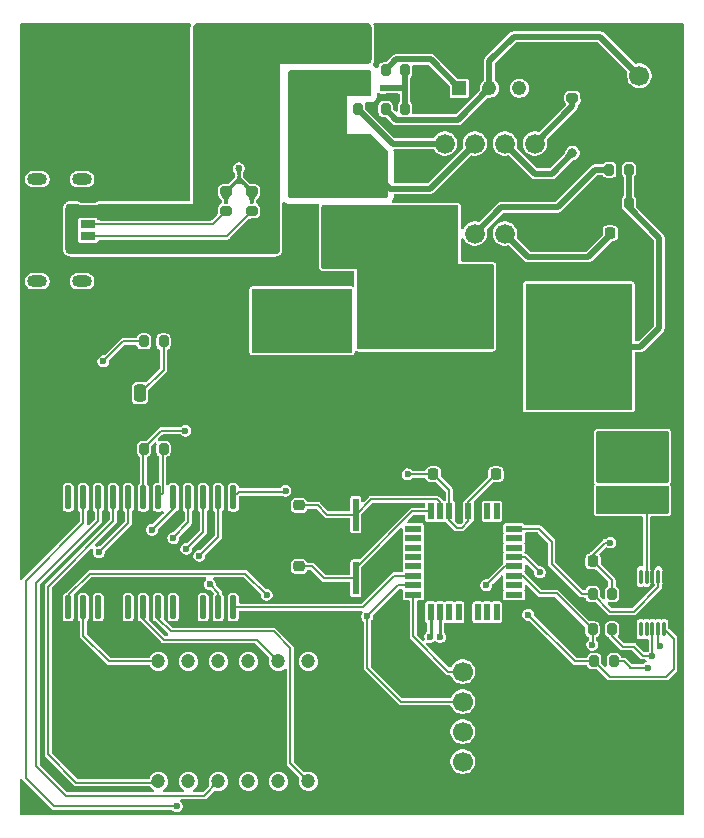
<source format=gbr>
G04 #@! TF.GenerationSoftware,KiCad,Pcbnew,9.0.4*
G04 #@! TF.CreationDate,2025-09-25T11:49:33+08:00*
G04 #@! TF.ProjectId,boost-convertor,626f6f73-742d-4636-9f6e-766572746f72,rev?*
G04 #@! TF.SameCoordinates,Original*
G04 #@! TF.FileFunction,Copper,L1,Top*
G04 #@! TF.FilePolarity,Positive*
%FSLAX46Y46*%
G04 Gerber Fmt 4.6, Leading zero omitted, Abs format (unit mm)*
G04 Created by KiCad (PCBNEW 9.0.4) date 2025-09-25 11:49:33*
%MOMM*%
%LPD*%
G01*
G04 APERTURE LIST*
G04 Aperture macros list*
%AMRoundRect*
0 Rectangle with rounded corners*
0 $1 Rounding radius*
0 $2 $3 $4 $5 $6 $7 $8 $9 X,Y pos of 4 corners*
0 Add a 4 corners polygon primitive as box body*
4,1,4,$2,$3,$4,$5,$6,$7,$8,$9,$2,$3,0*
0 Add four circle primitives for the rounded corners*
1,1,$1+$1,$2,$3*
1,1,$1+$1,$4,$5*
1,1,$1+$1,$6,$7*
1,1,$1+$1,$8,$9*
0 Add four rect primitives between the rounded corners*
20,1,$1+$1,$2,$3,$4,$5,0*
20,1,$1+$1,$4,$5,$6,$7,0*
20,1,$1+$1,$6,$7,$8,$9,0*
20,1,$1+$1,$8,$9,$2,$3,0*%
G04 Aperture macros list end*
G04 #@! TA.AperFunction,SMDPad,CuDef*
%ADD10RoundRect,0.250000X-0.625000X0.312500X-0.625000X-0.312500X0.625000X-0.312500X0.625000X0.312500X0*%
G04 #@! TD*
G04 #@! TA.AperFunction,SMDPad,CuDef*
%ADD11R,0.507200X1.416799*%
G04 #@! TD*
G04 #@! TA.AperFunction,SMDPad,CuDef*
%ADD12R,1.416799X0.507200*%
G04 #@! TD*
G04 #@! TA.AperFunction,ComponentPad*
%ADD13C,1.700000*%
G04 #@! TD*
G04 #@! TA.AperFunction,SMDPad,CuDef*
%ADD14RoundRect,0.200000X0.200000X0.275000X-0.200000X0.275000X-0.200000X-0.275000X0.200000X-0.275000X0*%
G04 #@! TD*
G04 #@! TA.AperFunction,SMDPad,CuDef*
%ADD15RoundRect,0.225000X-0.250000X0.225000X-0.250000X-0.225000X0.250000X-0.225000X0.250000X0.225000X0*%
G04 #@! TD*
G04 #@! TA.AperFunction,ComponentPad*
%ADD16R,1.676400X1.676400*%
G04 #@! TD*
G04 #@! TA.AperFunction,ComponentPad*
%ADD17C,1.676400*%
G04 #@! TD*
G04 #@! TA.AperFunction,SMDPad,CuDef*
%ADD18RoundRect,0.225000X-0.225000X-0.250000X0.225000X-0.250000X0.225000X0.250000X-0.225000X0.250000X0*%
G04 #@! TD*
G04 #@! TA.AperFunction,SMDPad,CuDef*
%ADD19R,3.780000X1.257000*%
G04 #@! TD*
G04 #@! TA.AperFunction,SMDPad,CuDef*
%ADD20R,9.017000X10.668000*%
G04 #@! TD*
G04 #@! TA.AperFunction,SMDPad,CuDef*
%ADD21RoundRect,0.200000X-0.275000X0.200000X-0.275000X-0.200000X0.275000X-0.200000X0.275000X0.200000X0*%
G04 #@! TD*
G04 #@! TA.AperFunction,SMDPad,CuDef*
%ADD22RoundRect,0.200000X-0.200000X-0.275000X0.200000X-0.275000X0.200000X0.275000X-0.200000X0.275000X0*%
G04 #@! TD*
G04 #@! TA.AperFunction,SMDPad,CuDef*
%ADD23RoundRect,0.250000X0.250000X0.475000X-0.250000X0.475000X-0.250000X-0.475000X0.250000X-0.475000X0*%
G04 #@! TD*
G04 #@! TA.AperFunction,SMDPad,CuDef*
%ADD24RoundRect,0.225000X0.225000X0.250000X-0.225000X0.250000X-0.225000X-0.250000X0.225000X-0.250000X0*%
G04 #@! TD*
G04 #@! TA.AperFunction,ComponentPad*
%ADD25C,1.200000*%
G04 #@! TD*
G04 #@! TA.AperFunction,SMDPad,CuDef*
%ADD26O,0.299999X1.350000*%
G04 #@! TD*
G04 #@! TA.AperFunction,ComponentPad*
%ADD27R,1.600000X1.600000*%
G04 #@! TD*
G04 #@! TA.AperFunction,ComponentPad*
%ADD28C,1.600000*%
G04 #@! TD*
G04 #@! TA.AperFunction,SMDPad,CuDef*
%ADD29RoundRect,0.137500X0.137500X-0.862500X0.137500X0.862500X-0.137500X0.862500X-0.137500X-0.862500X0*%
G04 #@! TD*
G04 #@! TA.AperFunction,WasherPad*
%ADD30O,1.700000X1.000000*%
G04 #@! TD*
G04 #@! TA.AperFunction,SMDPad,CuDef*
%ADD31R,1.200000X0.720000*%
G04 #@! TD*
G04 #@! TA.AperFunction,SMDPad,CuDef*
%ADD32R,1.200000X0.820000*%
G04 #@! TD*
G04 #@! TA.AperFunction,SMDPad,CuDef*
%ADD33R,1.200000X0.920000*%
G04 #@! TD*
G04 #@! TA.AperFunction,SMDPad,CuDef*
%ADD34RoundRect,0.419642X-1.330358X0.755358X-1.330358X-0.755358X1.330358X-0.755358X1.330358X0.755358X0*%
G04 #@! TD*
G04 #@! TA.AperFunction,SMDPad,CuDef*
%ADD35R,0.500000X2.800000*%
G04 #@! TD*
G04 #@! TA.AperFunction,SMDPad,CuDef*
%ADD36RoundRect,0.250000X-1.000000X-0.650000X1.000000X-0.650000X1.000000X0.650000X-1.000000X0.650000X0*%
G04 #@! TD*
G04 #@! TA.AperFunction,ComponentPad*
%ADD37R,1.218000X1.218000*%
G04 #@! TD*
G04 #@! TA.AperFunction,ComponentPad*
%ADD38C,1.218000*%
G04 #@! TD*
G04 #@! TA.AperFunction,ViaPad*
%ADD39C,0.600000*%
G04 #@! TD*
G04 #@! TA.AperFunction,ViaPad*
%ADD40C,0.800000*%
G04 #@! TD*
G04 #@! TA.AperFunction,Conductor*
%ADD41C,0.200000*%
G04 #@! TD*
G04 #@! TA.AperFunction,Conductor*
%ADD42C,0.500000*%
G04 #@! TD*
G04 #@! TA.AperFunction,Conductor*
%ADD43C,0.250000*%
G04 #@! TD*
G04 APERTURE END LIST*
D10*
X107575000Y-50137500D03*
X107575000Y-53062500D03*
D11*
X123835598Y-89335599D03*
X123035600Y-89335599D03*
X122235599Y-89335599D03*
X121435598Y-89335599D03*
X120635600Y-89335599D03*
X119835599Y-89335599D03*
X119035600Y-89335599D03*
X118235600Y-89335599D03*
D12*
X116771198Y-90800001D03*
X116771198Y-91599999D03*
X116771198Y-92400000D03*
X116771198Y-93200001D03*
X116771198Y-93999999D03*
X116771198Y-94800000D03*
X116771198Y-95599999D03*
X116771198Y-96399999D03*
D11*
X118235600Y-97864401D03*
X119035598Y-97864401D03*
X119835599Y-97864401D03*
X120635600Y-97864401D03*
X121435598Y-97864401D03*
X122235599Y-97864401D03*
X123035598Y-97864401D03*
X123835598Y-97864401D03*
D12*
X125300000Y-96399999D03*
X125300000Y-95600001D03*
X125300000Y-94800000D03*
X125300000Y-93999999D03*
X125300000Y-93200001D03*
X125300000Y-92400000D03*
X125300000Y-91600001D03*
X125300000Y-90800001D03*
D13*
X135920000Y-52460000D03*
X135920000Y-55960000D03*
D14*
X135025000Y-63250000D03*
X133375000Y-63250000D03*
D15*
X107100000Y-94000000D03*
X107100000Y-95550000D03*
D16*
X119440000Y-65810000D03*
D17*
X121980000Y-65810000D03*
X124520000Y-65810000D03*
X127060000Y-65810000D03*
X127060000Y-58190000D03*
X124520000Y-58190000D03*
X121980000Y-58190000D03*
X119440000Y-58190000D03*
D18*
X118475000Y-86200000D03*
X120025000Y-86200000D03*
D15*
X107100000Y-88825000D03*
X107100000Y-90375000D03*
D10*
X111450000Y-50112500D03*
X111450000Y-53037500D03*
D19*
X120718000Y-72860000D03*
D20*
X130800000Y-75400000D03*
D19*
X120718000Y-77940000D03*
D21*
X103100000Y-62250000D03*
X103100000Y-63900000D03*
D22*
X114425000Y-55250000D03*
X116075000Y-55250000D03*
D23*
X95530000Y-79325000D03*
X93630000Y-79325000D03*
D22*
X114425000Y-52000000D03*
X116075000Y-52000000D03*
D14*
X133600000Y-99325000D03*
X131950000Y-99325000D03*
D24*
X123775000Y-86200000D03*
X122225000Y-86200000D03*
D22*
X133375000Y-60400000D03*
X135025000Y-60400000D03*
D14*
X133600000Y-96325000D03*
X131950000Y-96325000D03*
X133000000Y-88550000D03*
X131350000Y-88550000D03*
D25*
X97740000Y-102040000D03*
X107900000Y-102040000D03*
X102820000Y-112200000D03*
X97740000Y-112200000D03*
X95200000Y-112200000D03*
X100280000Y-102040000D03*
X105360000Y-112200000D03*
X100280000Y-112200000D03*
X95200000Y-102040000D03*
X102820000Y-102040000D03*
X105360000Y-102040000D03*
X107900000Y-112200000D03*
D26*
X138025001Y-94850001D03*
X137525002Y-94850001D03*
X137025000Y-94850001D03*
X136525001Y-94850001D03*
X136024999Y-94850001D03*
X136024999Y-99300002D03*
X136525001Y-99300002D03*
X137025000Y-99300002D03*
X137525002Y-99300002D03*
X138025001Y-99300002D03*
D27*
X99640151Y-52400000D03*
D28*
X96140151Y-52400000D03*
D22*
X93975000Y-84025000D03*
X95625000Y-84025000D03*
D29*
X87570596Y-97446899D03*
X88840596Y-97446899D03*
X90110596Y-97446899D03*
X91380596Y-97446899D03*
X92650596Y-97446899D03*
X93920596Y-97446899D03*
X95190596Y-97446899D03*
X96460596Y-97446899D03*
X97730596Y-97446899D03*
X99000596Y-97446899D03*
X100270596Y-97446899D03*
X101540596Y-97446899D03*
X101540596Y-88146899D03*
X100270596Y-88146899D03*
X99000596Y-88146899D03*
X97730596Y-88146899D03*
X96460596Y-88146899D03*
X95190596Y-88146899D03*
X93920596Y-88146899D03*
X92650596Y-88146899D03*
X91380596Y-88146899D03*
X90110596Y-88146899D03*
X88840596Y-88146899D03*
X87570596Y-88146899D03*
D21*
X130250000Y-52675000D03*
X130250000Y-54325000D03*
D30*
X84927700Y-61204968D03*
X88727700Y-61204998D03*
X88727700Y-69845002D03*
X84927700Y-69845032D03*
D31*
X89208000Y-65025001D03*
D32*
X89208000Y-67045000D03*
D33*
X89208000Y-68275000D03*
D31*
X89208000Y-66024999D03*
D32*
X89208000Y-64005000D03*
D33*
X89208000Y-62775000D03*
D34*
X112000000Y-59225000D03*
X112000000Y-65275000D03*
D18*
X133450000Y-65800000D03*
X135000000Y-65800000D03*
D21*
X100925000Y-62250000D03*
X100925000Y-63900000D03*
X136475000Y-86175000D03*
X136475000Y-87825000D03*
D13*
X120950000Y-102895000D03*
X120950000Y-105435000D03*
X120950000Y-107975000D03*
X120950000Y-110515000D03*
X120950000Y-113055000D03*
D35*
X111900000Y-89600000D03*
X111900000Y-95000000D03*
D22*
X110425000Y-55250000D03*
X112075000Y-55250000D03*
X93975000Y-74950000D03*
X95625000Y-74950000D03*
D36*
X110000000Y-72800000D03*
X114000000Y-72800000D03*
D14*
X133750000Y-102025000D03*
X132100000Y-102025000D03*
D18*
X132000000Y-93575000D03*
X133550000Y-93575000D03*
D27*
X105025000Y-74397349D03*
D28*
X105025000Y-77897349D03*
D37*
X120670000Y-53500000D03*
D38*
X123210000Y-53500000D03*
X125750000Y-53500000D03*
D39*
X137025000Y-101575000D03*
X90525000Y-76625000D03*
X103760000Y-56800000D03*
X103760000Y-58290000D03*
X97475000Y-82500000D03*
D40*
X130250000Y-59000000D03*
D39*
X133450000Y-91975000D03*
X101810000Y-58290000D03*
X119035598Y-99964402D03*
X136650000Y-102575000D03*
X116300000Y-86200000D03*
X101810000Y-56800000D03*
X99860000Y-58290000D03*
X99860000Y-56800000D03*
X136725000Y-83325000D03*
X135212500Y-83325000D03*
X136725000Y-84575000D03*
X105530000Y-71270000D03*
X104270000Y-72190000D03*
X106790000Y-72190000D03*
X105530000Y-72190000D03*
X133700000Y-83325000D03*
X106790000Y-71270000D03*
X135212500Y-84575000D03*
X133700000Y-84575000D03*
X104270000Y-71270000D03*
X90235000Y-56725000D03*
X135500000Y-92500000D03*
X102000000Y-60290000D03*
X93670000Y-58500000D03*
X93715000Y-56725000D03*
D40*
X128750000Y-50750000D03*
D39*
X123750000Y-87700000D03*
X92355596Y-100496899D03*
X96755596Y-95196899D03*
X91930000Y-58500000D03*
X121435598Y-100035598D03*
X138525000Y-92825000D03*
X137775000Y-92575000D03*
X105300000Y-92400000D03*
X91975000Y-56725000D03*
X120750000Y-87700000D03*
X90190000Y-58500000D03*
X127500000Y-94500000D03*
X105955596Y-87596899D03*
X118210000Y-99950000D03*
X104355596Y-96396899D03*
X112870000Y-98230000D03*
X97555596Y-92496899D03*
X96755596Y-114296899D03*
X96455596Y-91596899D03*
X90155596Y-92796899D03*
X99555596Y-95496899D03*
X94655596Y-90896899D03*
X98655596Y-93096899D03*
X114200000Y-53500000D03*
X126500000Y-98075000D03*
X122950000Y-95575000D03*
X131925000Y-100625000D03*
X137625000Y-100725000D03*
D41*
X135150000Y-102575000D02*
X136650000Y-102575000D01*
X119835599Y-89335599D02*
X119835599Y-90099597D01*
X120871196Y-90700000D02*
X121435598Y-90135598D01*
X118475000Y-86200000D02*
X119835599Y-87560599D01*
X134500000Y-100800000D02*
X135475000Y-100800000D01*
X133600000Y-99900000D02*
X134500000Y-100800000D01*
X133025000Y-91975000D02*
X132000000Y-93000000D01*
X93900000Y-84025000D02*
X95425000Y-82500000D01*
X123775000Y-86200000D02*
X121435598Y-88539402D01*
D42*
X130250000Y-59000000D02*
X128500000Y-60750000D01*
D41*
X137025000Y-101575000D02*
X137025000Y-99300002D01*
D42*
X127080000Y-60750000D02*
X124520000Y-58190000D01*
D41*
X95425000Y-82500000D02*
X97475000Y-82500000D01*
X121435598Y-90135598D02*
X121435598Y-89335599D01*
X133600000Y-95175000D02*
X132000000Y-93575000D01*
X90525000Y-76625000D02*
X92200000Y-74950000D01*
X93900000Y-88126303D02*
X93920596Y-88146899D01*
X119835599Y-87560599D02*
X119835599Y-89335599D01*
X116300000Y-86200000D02*
X118475000Y-86200000D01*
X92200000Y-74950000D02*
X93975000Y-74950000D01*
X120436002Y-90700000D02*
X120871196Y-90700000D01*
X133750000Y-102025000D02*
X134600000Y-102025000D01*
X133600000Y-96325000D02*
X133600000Y-95175000D01*
X135475000Y-100800000D02*
X136250000Y-101575000D01*
X132000000Y-93000000D02*
X132000000Y-93575000D01*
X93900000Y-84025000D02*
X93900000Y-88126303D01*
D42*
X128500000Y-60750000D02*
X127080000Y-60750000D01*
D41*
X121435598Y-88539402D02*
X121435598Y-89335599D01*
X133600000Y-99325000D02*
X133600000Y-99900000D01*
X133450000Y-91975000D02*
X133025000Y-91975000D01*
X136250000Y-101575000D02*
X137025000Y-101575000D01*
D43*
X119035598Y-99964402D02*
X119035598Y-97864401D01*
D41*
X134600000Y-102025000D02*
X135125000Y-102550000D01*
X119835599Y-90099597D02*
X120436002Y-90700000D01*
X135125000Y-102550000D02*
X135150000Y-102575000D01*
X118250000Y-86425000D02*
X118475000Y-86200000D01*
D42*
X126510000Y-67800000D02*
X131600000Y-67800000D01*
X124520000Y-65810000D02*
X126510000Y-67800000D01*
X131600000Y-67800000D02*
X133450000Y-65950000D01*
X133425000Y-65800000D02*
X133450000Y-65800000D01*
X133450000Y-65950000D02*
X133450000Y-65800000D01*
X114425000Y-55250000D02*
X115351000Y-56176000D01*
X125275000Y-49150000D02*
X132610000Y-49150000D01*
X123210000Y-53500000D02*
X123210000Y-51215000D01*
X120534000Y-56176000D02*
X123210000Y-53500000D01*
X132610000Y-49150000D02*
X135920000Y-52460000D01*
X115351000Y-56176000D02*
X120534000Y-56176000D01*
X123210000Y-51215000D02*
X125275000Y-49150000D01*
D41*
X122235599Y-89335599D02*
X122235599Y-88427200D01*
X120635600Y-89335599D02*
X120635600Y-87814400D01*
X137025000Y-93325000D02*
X137025000Y-94850001D01*
D43*
X102000000Y-61175000D02*
X100925000Y-62250000D01*
X102000000Y-60290000D02*
X102000000Y-61175000D01*
D41*
X138525000Y-92825000D02*
X138025001Y-93324999D01*
X122235599Y-88427200D02*
X122962799Y-87700000D01*
X105300000Y-92400000D02*
X105300000Y-92175000D01*
X120750000Y-87675000D02*
X122225000Y-86200000D01*
X135350000Y-92500000D02*
X134275000Y-93575000D01*
D43*
X102000000Y-60290000D02*
X102000000Y-61150000D01*
D41*
X120635600Y-87814400D02*
X120750000Y-87700000D01*
X105300000Y-92175000D02*
X107100000Y-90375000D01*
X91380596Y-99521899D02*
X92355596Y-100496899D01*
X105300000Y-93750000D02*
X105300000Y-92400000D01*
D42*
X128750000Y-50750000D02*
X130250000Y-52250000D01*
D43*
X102000000Y-61150000D02*
X103100000Y-62250000D01*
D42*
X130250000Y-52250000D02*
X130250000Y-52675000D01*
D41*
X137775000Y-92575000D02*
X137025000Y-93325000D01*
X120750000Y-87700000D02*
X120750000Y-87675000D01*
X91380596Y-97446899D02*
X91380596Y-99521899D01*
X120025000Y-86975000D02*
X120750000Y-87700000D01*
X122962799Y-87700000D02*
X123750000Y-87700000D01*
X97730596Y-96171899D02*
X96755596Y-95196899D01*
X134275000Y-93575000D02*
X133550000Y-93575000D01*
X120025000Y-86200000D02*
X120025000Y-86975000D01*
X135500000Y-92500000D02*
X135350000Y-92500000D01*
X107100000Y-95550000D02*
X105300000Y-93750000D01*
X97730596Y-97446899D02*
X97730596Y-96171899D01*
X138025001Y-93324999D02*
X138025001Y-94850001D01*
D43*
X121435598Y-100035598D02*
X121435598Y-97864401D01*
D41*
X113173800Y-88326200D02*
X111900000Y-89600000D01*
X107100000Y-88825000D02*
X108725000Y-88825000D01*
X109500000Y-89600000D02*
X111900000Y-89600000D01*
X118790200Y-88326200D02*
X113173800Y-88326200D01*
X108725000Y-88825000D02*
X109500000Y-89600000D01*
X119035600Y-88571600D02*
X118790200Y-88326200D01*
X119035600Y-89335599D02*
X119035600Y-88571600D01*
X118235600Y-89335599D02*
X116671601Y-89335599D01*
X107100000Y-94000000D02*
X108200000Y-94000000D01*
X109200000Y-95000000D02*
X111900000Y-95000000D01*
X111900000Y-94107200D02*
X111900000Y-95000000D01*
X116671601Y-89335599D02*
X111900000Y-94107200D01*
X108200000Y-94000000D02*
X109200000Y-95000000D01*
X95625000Y-74950000D02*
X95625000Y-77330000D01*
X95625000Y-77330000D02*
X93630000Y-79325000D01*
X125300000Y-93200001D02*
X126049999Y-93200001D01*
X127500000Y-94500000D02*
X126200001Y-93200001D01*
X126200001Y-93200001D02*
X125300000Y-93200001D01*
D43*
X118235600Y-99897251D02*
X118235600Y-97864401D01*
D41*
X105955596Y-87596899D02*
X105855596Y-87696899D01*
X101990596Y-87696899D02*
X101540596Y-88146899D01*
X118210000Y-99922851D02*
X118235600Y-99897251D01*
X105855596Y-87696899D02*
X101990596Y-87696899D01*
X118210000Y-99950000D02*
X118210000Y-99922851D01*
X120950000Y-102895000D02*
X119747919Y-102895000D01*
X119747919Y-102895000D02*
X116771198Y-99918279D01*
X116771198Y-99918279D02*
X116771198Y-96399999D01*
X102554596Y-94595899D02*
X104355596Y-96396899D01*
X115500001Y-95599999D02*
X116771198Y-95599999D01*
X89421597Y-94595899D02*
X102554596Y-94595899D01*
X115710000Y-105435000D02*
X112870000Y-102595000D01*
X120950000Y-105435000D02*
X115710000Y-105435000D01*
X112870000Y-98230000D02*
X115500001Y-95599999D01*
X87570596Y-96446900D02*
X89421597Y-94595899D01*
X112870000Y-102595000D02*
X112870000Y-98230000D01*
X87570596Y-97446899D02*
X87570596Y-96446900D01*
X99799999Y-65025001D02*
X100925000Y-63900000D01*
X89208000Y-65025001D02*
X99799999Y-65025001D01*
X100975001Y-66024999D02*
X103100000Y-63900000D01*
X89208000Y-66024999D02*
X100975001Y-66024999D01*
X99000596Y-91051899D02*
X97555596Y-92496899D01*
X99000596Y-88146899D02*
X99000596Y-91051899D01*
X86355596Y-114296899D02*
X83955596Y-111896899D01*
X83955596Y-95196899D02*
X88840596Y-90311899D01*
X96755596Y-114296899D02*
X86355596Y-114296899D01*
X83955596Y-111896899D02*
X83955596Y-95196899D01*
X88840596Y-90311899D02*
X88840596Y-88146899D01*
X85855596Y-95696899D02*
X91380596Y-90171899D01*
X88255596Y-112296899D02*
X85855596Y-109896899D01*
X95200000Y-112200000D02*
X95103101Y-112296899D01*
X91380596Y-90171899D02*
X91380596Y-88146899D01*
X85855596Y-109896899D02*
X85855596Y-95696899D01*
X95103101Y-112296899D02*
X88255596Y-112296899D01*
X96455596Y-91546899D02*
X97730596Y-90271899D01*
X97730596Y-90271899D02*
X97730596Y-88146899D01*
X96455596Y-91596899D02*
X96455596Y-91546899D01*
X104955596Y-99496899D02*
X106355596Y-100896899D01*
X106355596Y-100896899D02*
X106355596Y-110655596D01*
X95190596Y-97446899D02*
X95190596Y-98446898D01*
X96240597Y-99496899D02*
X104955596Y-99496899D01*
X106355596Y-110655596D02*
X107900000Y-112200000D01*
X95190596Y-98446898D02*
X96240597Y-99496899D01*
X88840596Y-99881899D02*
X88840596Y-97446899D01*
X90998697Y-102040000D02*
X88840596Y-99881899D01*
X95200000Y-102040000D02*
X90998697Y-102040000D01*
X92650596Y-88146899D02*
X92650596Y-90301899D01*
X92650596Y-90301899D02*
X90155596Y-92796899D01*
X103516899Y-100196899D02*
X105360000Y-102040000D01*
X93920596Y-98446898D02*
X95670597Y-100196899D01*
X95670597Y-100196899D02*
X103516899Y-100196899D01*
X93920596Y-97446899D02*
X93920596Y-98446898D01*
X99555596Y-95496899D02*
X100270596Y-96211899D01*
X100270596Y-96211899D02*
X100270596Y-97446899D01*
X84855596Y-110896899D02*
X84855596Y-95396899D01*
X87355596Y-113396899D02*
X84855596Y-110896899D01*
X99083101Y-113396899D02*
X87355596Y-113396899D01*
X90110596Y-90141899D02*
X90110596Y-88146899D01*
X100280000Y-112200000D02*
X99083101Y-113396899D01*
X84855596Y-95396899D02*
X90110596Y-90141899D01*
X94655596Y-90896899D02*
X96460596Y-89091899D01*
X96460596Y-89091899D02*
X96460596Y-88146899D01*
X100270596Y-88146899D02*
X100270596Y-91481899D01*
X100270596Y-91481899D02*
X98655596Y-93096899D01*
X136525001Y-94850001D02*
X136525000Y-88751000D01*
D42*
X112075000Y-55250000D02*
X115015000Y-58190000D01*
X115015000Y-58190000D02*
X119440000Y-58190000D01*
X116075000Y-53500000D02*
X114200000Y-53500000D01*
X116075000Y-52000000D02*
X116075000Y-53500000D01*
X130250000Y-54325000D02*
X130250000Y-55000000D01*
X116075000Y-54000000D02*
X116075000Y-55250000D01*
X130250000Y-55000000D02*
X127060000Y-58190000D01*
X130325000Y-54325000D02*
X130500000Y-54500000D01*
X116075000Y-53500000D02*
X116075000Y-54000000D01*
X130250000Y-54325000D02*
X130325000Y-54325000D01*
X114425000Y-52000000D02*
X115351000Y-51074000D01*
X115351000Y-51074000D02*
X118244000Y-51074000D01*
X118244000Y-51074000D02*
X120670000Y-53500000D01*
D41*
X132100000Y-102025000D02*
X130450000Y-102025000D01*
X124525001Y-93999999D02*
X125300000Y-93999999D01*
X138025001Y-99300002D02*
X138825000Y-100100001D01*
X138825000Y-100100001D02*
X138825000Y-102700000D01*
X130450000Y-102025000D02*
X126500000Y-98075000D01*
X138175000Y-103350000D02*
X133425000Y-103350000D01*
X133425000Y-103350000D02*
X132100000Y-102025000D01*
X122950000Y-95575000D02*
X124525001Y-93999999D01*
X138825000Y-102700000D02*
X138175000Y-103350000D01*
X128900000Y-96275000D02*
X127538998Y-96275000D01*
X137525002Y-99300002D02*
X137525002Y-100625002D01*
X127538998Y-96275000D02*
X126063998Y-94800000D01*
X137525002Y-100625002D02*
X137625000Y-100725000D01*
X131950000Y-99325000D02*
X128900000Y-96275000D01*
X131950000Y-100600000D02*
X131925000Y-100625000D01*
X131950000Y-99325000D02*
X131950000Y-100600000D01*
X126063998Y-94800000D02*
X125300000Y-94800000D01*
X95550000Y-84025000D02*
X95550000Y-87787495D01*
X95550000Y-87787495D02*
X95190596Y-88146899D01*
X128500000Y-91900000D02*
X127400001Y-90800001D01*
X128500000Y-93775000D02*
X128500000Y-91900000D01*
X135425003Y-97825000D02*
X133450000Y-97825000D01*
X133450000Y-97825000D02*
X131950000Y-96325000D01*
X131050000Y-96325000D02*
X128500000Y-93775000D01*
X137525002Y-95725001D02*
X135425003Y-97825000D01*
X137525002Y-94850001D02*
X137525002Y-95725001D01*
X127400001Y-90800001D02*
X125300000Y-90800001D01*
X131950000Y-96325000D02*
X131050000Y-96325000D01*
X115155596Y-94800000D02*
X116771198Y-94800000D01*
X115155596Y-94800000D02*
X112508697Y-97446899D01*
X112508697Y-97446899D02*
X101540596Y-97446899D01*
D42*
X135025000Y-63600000D02*
X137600000Y-66175000D01*
X135025000Y-63250000D02*
X135025000Y-63600000D01*
X130800000Y-75400000D02*
X136000000Y-75400000D01*
X135025000Y-60400000D02*
X135025000Y-63250000D01*
X137600000Y-73800000D02*
X137600000Y-66175000D01*
X136000000Y-75400000D02*
X137600000Y-73800000D01*
X129005000Y-63595000D02*
X132200000Y-60400000D01*
X132200000Y-60400000D02*
X133375000Y-60400000D01*
X124195000Y-63595000D02*
X129005000Y-63595000D01*
X124195000Y-63595000D02*
X121980000Y-65810000D01*
X112535000Y-65810000D02*
X112000000Y-65275000D01*
X112000000Y-59225000D02*
X114775000Y-62000000D01*
X118170000Y-62000000D02*
X121980000Y-58190000D01*
X114775000Y-62000000D02*
X118170000Y-62000000D01*
G04 #@! TA.AperFunction,Conductor*
G36*
X138343039Y-87169685D02*
G01*
X138388794Y-87222489D01*
X138400000Y-87274000D01*
X138400000Y-89426000D01*
X138380315Y-89493039D01*
X138327511Y-89538794D01*
X138276000Y-89550000D01*
X132374000Y-89550000D01*
X132306961Y-89530315D01*
X132261206Y-89477511D01*
X132250000Y-89426000D01*
X132250000Y-87274000D01*
X132269685Y-87206961D01*
X132322489Y-87161206D01*
X132374000Y-87150000D01*
X138276000Y-87150000D01*
X138343039Y-87169685D01*
G37*
G04 #@! TD.AperFunction*
G04 #@! TA.AperFunction,Conductor*
G36*
X112974298Y-48020028D02*
G01*
X113085526Y-48076702D01*
X113173798Y-48164974D01*
X113230472Y-48276202D01*
X113250000Y-48399500D01*
X113250000Y-51051000D01*
X113230472Y-51174298D01*
X113173798Y-51285526D01*
X113085526Y-51373798D01*
X112974298Y-51430472D01*
X112851000Y-51450000D01*
X105475000Y-51450000D01*
X105475000Y-51450001D01*
X105475000Y-67151000D01*
X105455472Y-67274298D01*
X105398798Y-67385526D01*
X105310526Y-67473798D01*
X105199298Y-67530472D01*
X105076000Y-67550000D01*
X87724000Y-67550000D01*
X87600702Y-67530472D01*
X87489474Y-67473798D01*
X87401202Y-67385526D01*
X87344528Y-67274298D01*
X87325000Y-67151000D01*
X87325000Y-64645253D01*
X88407500Y-64645253D01*
X88407500Y-65404751D01*
X88415936Y-65447165D01*
X88420836Y-65571903D01*
X88415936Y-65602835D01*
X88407500Y-65645248D01*
X88407500Y-66404746D01*
X88419132Y-66463228D01*
X88419132Y-66463229D01*
X88419133Y-66463230D01*
X88463448Y-66529551D01*
X88529769Y-66573866D01*
X88588252Y-66585499D01*
X89827748Y-66585499D01*
X89886231Y-66573866D01*
X89952552Y-66529551D01*
X89970412Y-66502821D01*
X90055148Y-66411156D01*
X90164067Y-66350160D01*
X90286503Y-66325807D01*
X90302165Y-66325499D01*
X101014562Y-66325499D01*
X101014563Y-66325499D01*
X101090990Y-66305020D01*
X101159512Y-66265459D01*
X101215461Y-66209510D01*
X102807607Y-64617362D01*
X102908601Y-64543987D01*
X103027326Y-64505411D01*
X103089743Y-64500499D01*
X103406514Y-64500499D01*
X103406518Y-64500499D01*
X103500304Y-64485646D01*
X103613342Y-64428050D01*
X103703050Y-64338342D01*
X103760646Y-64225304D01*
X103775500Y-64131519D01*
X103775499Y-63668482D01*
X103760646Y-63574696D01*
X103703050Y-63461658D01*
X103613342Y-63371950D01*
X103613339Y-63371948D01*
X103598527Y-63357136D01*
X103525151Y-63256142D01*
X103486575Y-63137417D01*
X103486575Y-63012583D01*
X103525151Y-62893858D01*
X103598527Y-62792864D01*
X103613339Y-62778051D01*
X103613342Y-62778050D01*
X103703050Y-62688342D01*
X103760646Y-62575304D01*
X103775500Y-62481519D01*
X103775499Y-62018482D01*
X103771551Y-61993556D01*
X103760646Y-61924696D01*
X103703051Y-61811660D01*
X103703050Y-61811658D01*
X103613342Y-61721950D01*
X103613339Y-61721948D01*
X103500306Y-61664354D01*
X103462790Y-61658412D01*
X103406519Y-61649500D01*
X103406516Y-61649500D01*
X103125099Y-61649500D01*
X103094085Y-61644588D01*
X103062682Y-61644588D01*
X103032817Y-61634884D01*
X103001801Y-61629972D01*
X102973821Y-61615715D01*
X102943957Y-61606012D01*
X102918551Y-61587553D01*
X102890573Y-61573298D01*
X102842963Y-61532636D01*
X102442364Y-61132037D01*
X102368988Y-61031043D01*
X102330412Y-60912318D01*
X102325500Y-60849901D01*
X102325500Y-60830498D01*
X102330412Y-60799484D01*
X102330412Y-60787484D01*
X102334120Y-60776071D01*
X102345028Y-60707200D01*
X102389011Y-60620877D01*
X102387424Y-60619961D01*
X102400498Y-60597315D01*
X102400500Y-60597314D01*
X102466392Y-60483186D01*
X102500500Y-60355892D01*
X102500500Y-60224108D01*
X102466392Y-60096814D01*
X102400500Y-59982686D01*
X102307314Y-59889500D01*
X102193186Y-59823608D01*
X102193185Y-59823607D01*
X102193184Y-59823607D01*
X102112482Y-59801983D01*
X102065892Y-59789500D01*
X101934108Y-59789500D01*
X101900001Y-59798638D01*
X101806815Y-59823607D01*
X101692684Y-59889501D01*
X101599501Y-59982684D01*
X101533607Y-60096815D01*
X101508638Y-60190001D01*
X101499500Y-60224108D01*
X101499500Y-60355892D01*
X101501530Y-60363468D01*
X101531216Y-60474261D01*
X101533608Y-60483186D01*
X101599500Y-60597314D01*
X101599501Y-60597315D01*
X101612576Y-60619961D01*
X101610988Y-60620877D01*
X101624295Y-60646995D01*
X101651616Y-60697314D01*
X101652576Y-60702499D01*
X101654972Y-60707200D01*
X101663931Y-60763766D01*
X101674363Y-60820058D01*
X101674500Y-60830498D01*
X101674500Y-60874901D01*
X101654972Y-60998199D01*
X101598298Y-61109427D01*
X101557635Y-61157037D01*
X101182035Y-61532636D01*
X101081042Y-61606012D01*
X100962317Y-61644588D01*
X100899901Y-61649500D01*
X100618487Y-61649500D01*
X100618475Y-61649501D01*
X100524696Y-61664353D01*
X100411660Y-61721948D01*
X100321948Y-61811660D01*
X100264354Y-61924693D01*
X100249500Y-62018483D01*
X100249500Y-62481512D01*
X100249501Y-62481524D01*
X100264353Y-62575303D01*
X100264354Y-62575304D01*
X100321950Y-62688342D01*
X100411658Y-62778050D01*
X100411660Y-62778051D01*
X100426473Y-62792864D01*
X100499849Y-62893858D01*
X100538425Y-63012583D01*
X100538425Y-63137417D01*
X100499849Y-63256142D01*
X100426473Y-63357136D01*
X100411659Y-63371949D01*
X100411658Y-63371950D01*
X100359741Y-63423867D01*
X100321948Y-63461660D01*
X100264354Y-63574693D01*
X100249500Y-63668483D01*
X100249500Y-63985256D01*
X100244587Y-64016271D01*
X100244588Y-64047672D01*
X100234884Y-64077535D01*
X100229972Y-64108554D01*
X100215714Y-64136535D01*
X100206012Y-64166397D01*
X100187555Y-64191800D01*
X100173298Y-64219782D01*
X100132636Y-64267391D01*
X99792393Y-64607636D01*
X99691400Y-64681012D01*
X99572676Y-64719588D01*
X99510257Y-64724501D01*
X90302165Y-64724501D01*
X90178867Y-64704973D01*
X90067639Y-64648299D01*
X89979367Y-64560027D01*
X89970427Y-64547200D01*
X89952552Y-64520449D01*
X89886231Y-64476134D01*
X89886230Y-64476133D01*
X89886229Y-64476133D01*
X89827748Y-64464501D01*
X88588252Y-64464501D01*
X88529770Y-64476133D01*
X88463449Y-64520448D01*
X88463447Y-64520450D01*
X88419132Y-64586771D01*
X88407500Y-64645253D01*
X87325000Y-64645253D01*
X87325000Y-63674000D01*
X87344528Y-63550702D01*
X87401202Y-63439474D01*
X87489474Y-63351202D01*
X87600702Y-63294528D01*
X87724000Y-63275000D01*
X88193625Y-63275000D01*
X88316923Y-63294528D01*
X88428151Y-63351202D01*
X88453782Y-63373093D01*
X88463447Y-63379551D01*
X88463448Y-63379552D01*
X88529769Y-63423867D01*
X88588252Y-63435500D01*
X89827748Y-63435500D01*
X89886231Y-63423867D01*
X89952552Y-63379552D01*
X89952552Y-63379550D01*
X89985226Y-63357719D01*
X89985882Y-63358702D01*
X90041233Y-63318488D01*
X90159958Y-63279912D01*
X90222375Y-63275000D01*
X98099999Y-63275000D01*
X98100000Y-63275000D01*
X98100000Y-48399500D01*
X98119528Y-48276202D01*
X98176202Y-48164974D01*
X98264474Y-48076702D01*
X98375702Y-48020028D01*
X98499000Y-48000500D01*
X112851000Y-48000500D01*
X112974298Y-48020028D01*
G37*
G04 #@! TD.AperFunction*
G04 #@! TA.AperFunction,Conductor*
G36*
X138344916Y-82544685D02*
G01*
X138390671Y-82597489D01*
X138401877Y-82649000D01*
X138401877Y-86773910D01*
X138382192Y-86840949D01*
X138329388Y-86886704D01*
X138277846Y-86897910D01*
X132372365Y-86896414D01*
X132305330Y-86876712D01*
X132259589Y-86823897D01*
X132248398Y-86771637D01*
X132274228Y-82648223D01*
X132294333Y-82581308D01*
X132347422Y-82535885D01*
X132398226Y-82525000D01*
X138277877Y-82525000D01*
X138344916Y-82544685D01*
G37*
G04 #@! TD.AperFunction*
G04 #@! TA.AperFunction,Conductor*
G36*
X120543039Y-63429385D02*
G01*
X120588794Y-63482189D01*
X120600000Y-63533700D01*
X120600000Y-68400000D01*
X123476000Y-68400000D01*
X123543039Y-68419685D01*
X123588794Y-68472489D01*
X123600000Y-68524000D01*
X123600000Y-75476000D01*
X123580315Y-75543039D01*
X123527511Y-75588794D01*
X123476000Y-75600000D01*
X112124000Y-75600000D01*
X112056961Y-75580315D01*
X112011206Y-75527511D01*
X112000000Y-75476000D01*
X112000000Y-68780000D01*
X109124000Y-68780000D01*
X109056961Y-68760315D01*
X109011206Y-68707511D01*
X109000000Y-68656000D01*
X109000000Y-63533700D01*
X109019685Y-63466661D01*
X109072489Y-63420906D01*
X109124000Y-63409700D01*
X120476000Y-63409700D01*
X120543039Y-63429385D01*
G37*
G04 #@! TD.AperFunction*
G04 #@! TA.AperFunction,Conductor*
G36*
X111585648Y-70514352D02*
G01*
X111600000Y-70549000D01*
X111600000Y-75851000D01*
X111585648Y-75885648D01*
X111551000Y-75900000D01*
X103144000Y-75900000D01*
X103109352Y-75885648D01*
X103095000Y-75851000D01*
X103095000Y-70549000D01*
X103109352Y-70514352D01*
X103144000Y-70500000D01*
X111551000Y-70500000D01*
X111585648Y-70514352D01*
G37*
G04 #@! TD.AperFunction*
G04 #@! TA.AperFunction,Conductor*
G36*
X113143039Y-52019685D02*
G01*
X113188794Y-52072489D01*
X113200000Y-52124000D01*
X113200000Y-54076000D01*
X113180315Y-54143039D01*
X113127511Y-54188794D01*
X113076000Y-54200000D01*
X111200000Y-54200000D01*
X111200000Y-54767680D01*
X111194386Y-54804570D01*
X111180914Y-54847802D01*
X111174500Y-54918386D01*
X111174500Y-55581613D01*
X111180914Y-55652196D01*
X111194386Y-55695431D01*
X111200000Y-55732319D01*
X111200000Y-57400000D01*
X113112270Y-57400000D01*
X113179309Y-57419685D01*
X113199951Y-57436319D01*
X114536584Y-58772952D01*
X114544885Y-58778498D01*
X114589693Y-58832107D01*
X114600000Y-58881604D01*
X114600000Y-62676000D01*
X114580315Y-62743039D01*
X114527511Y-62788794D01*
X114476000Y-62800000D01*
X106324000Y-62800000D01*
X106256961Y-62780315D01*
X106211206Y-62727511D01*
X106200000Y-62676000D01*
X106200000Y-52124000D01*
X106219685Y-52056961D01*
X106272489Y-52011206D01*
X106324000Y-52000000D01*
X113076000Y-52000000D01*
X113143039Y-52019685D01*
G37*
G04 #@! TD.AperFunction*
G04 #@! TA.AperFunction,Conductor*
G36*
X97894055Y-48020185D02*
G01*
X97939810Y-48072989D01*
X97949754Y-48142147D01*
X97938263Y-48178391D01*
X97938291Y-48178403D01*
X97938160Y-48178717D01*
X97937504Y-48180789D01*
X97936427Y-48182901D01*
X97936423Y-48182911D01*
X97916559Y-48244047D01*
X97916557Y-48244056D01*
X97897031Y-48367340D01*
X97897029Y-48367362D01*
X97894500Y-48399494D01*
X97894500Y-62945500D01*
X97874815Y-63012539D01*
X97822011Y-63058294D01*
X97770500Y-63069500D01*
X90222375Y-63069500D01*
X90211627Y-63069922D01*
X90206247Y-63070133D01*
X90143831Y-63075045D01*
X90143826Y-63075046D01*
X90096468Y-63084466D01*
X90096452Y-63084470D01*
X89977730Y-63123045D01*
X89920442Y-63152235D01*
X89920440Y-63152236D01*
X89884692Y-63178208D01*
X89879722Y-63181637D01*
X89872739Y-63186207D01*
X89871060Y-63186849D01*
X89838386Y-63208680D01*
X89838343Y-63208710D01*
X89837371Y-63209359D01*
X89836776Y-63209749D01*
X89803806Y-63219731D01*
X89771072Y-63229980D01*
X89769922Y-63229990D01*
X89769904Y-63229996D01*
X89769885Y-63229990D01*
X89768863Y-63230000D01*
X88648410Y-63230000D01*
X88581371Y-63210315D01*
X88567876Y-63200288D01*
X88561610Y-63194936D01*
X88561608Y-63194935D01*
X88521456Y-63168105D01*
X88521445Y-63168099D01*
X88410219Y-63111425D01*
X88410213Y-63111423D01*
X88349077Y-63091559D01*
X88349068Y-63091557D01*
X88225784Y-63072031D01*
X88225762Y-63072029D01*
X88193630Y-63069500D01*
X88193625Y-63069500D01*
X87724000Y-63069500D01*
X87723994Y-63069500D01*
X87691862Y-63072029D01*
X87691840Y-63072031D01*
X87568556Y-63091557D01*
X87568547Y-63091559D01*
X87507411Y-63111423D01*
X87507405Y-63111425D01*
X87396179Y-63168098D01*
X87344157Y-63205897D01*
X87255897Y-63294157D01*
X87218098Y-63346179D01*
X87161425Y-63457405D01*
X87161423Y-63457411D01*
X87141559Y-63518547D01*
X87141557Y-63518556D01*
X87122031Y-63641840D01*
X87122029Y-63641862D01*
X87119500Y-63673994D01*
X87119500Y-67151005D01*
X87122029Y-67183137D01*
X87122031Y-67183159D01*
X87141557Y-67306443D01*
X87141559Y-67306452D01*
X87161423Y-67367588D01*
X87161425Y-67367594D01*
X87218098Y-67478820D01*
X87235506Y-67502778D01*
X87255892Y-67530836D01*
X87255894Y-67530838D01*
X87255897Y-67530842D01*
X87344157Y-67619102D01*
X87344160Y-67619104D01*
X87344164Y-67619108D01*
X87384199Y-67648196D01*
X87396179Y-67656901D01*
X87507405Y-67713574D01*
X87507411Y-67713576D01*
X87568547Y-67733440D01*
X87568552Y-67733441D01*
X87568555Y-67733442D01*
X87691853Y-67752970D01*
X87724000Y-67755500D01*
X87724008Y-67755500D01*
X105075992Y-67755500D01*
X105076000Y-67755500D01*
X105108147Y-67752970D01*
X105231445Y-67733442D01*
X105231449Y-67733440D01*
X105231452Y-67733440D01*
X105292588Y-67713576D01*
X105292594Y-67713574D01*
X105403820Y-67656901D01*
X105403819Y-67656901D01*
X105403822Y-67656900D01*
X105455836Y-67619108D01*
X105544108Y-67530836D01*
X105581900Y-67478822D01*
X105638574Y-67367594D01*
X105650849Y-67329815D01*
X105658440Y-67306452D01*
X105658442Y-67306443D01*
X105677968Y-67183159D01*
X105677970Y-67183147D01*
X105680500Y-67151000D01*
X105680500Y-63214394D01*
X105700185Y-63147355D01*
X105752989Y-63101600D01*
X105822147Y-63091656D01*
X105885700Y-63120679D01*
X105983664Y-63205567D01*
X105983667Y-63205568D01*
X105983668Y-63205569D01*
X106058389Y-63239694D01*
X106114541Y-63265338D01*
X106181580Y-63285023D01*
X106181584Y-63285024D01*
X106324000Y-63305500D01*
X108687185Y-63305500D01*
X108754224Y-63325185D01*
X108799979Y-63377989D01*
X108809923Y-63447147D01*
X108806162Y-63464435D01*
X108802827Y-63475792D01*
X108802826Y-63475798D01*
X108802825Y-63475802D01*
X108794500Y-63533700D01*
X108794500Y-63533703D01*
X108794500Y-68656007D01*
X108799197Y-68699686D01*
X108810397Y-68751174D01*
X108812890Y-68761372D01*
X108812891Y-68761375D01*
X108855899Y-68842083D01*
X108855901Y-68842086D01*
X108901660Y-68894895D01*
X108919242Y-68912839D01*
X108919246Y-68912843D01*
X108919247Y-68912844D01*
X108919249Y-68912845D01*
X108999059Y-68957488D01*
X108999063Y-68957490D01*
X109066102Y-68977175D01*
X109124000Y-68985500D01*
X111670500Y-68985500D01*
X111737539Y-69005185D01*
X111783294Y-69057989D01*
X111794500Y-69109500D01*
X111794500Y-70192957D01*
X111774815Y-70259996D01*
X111722011Y-70305751D01*
X111652853Y-70315695D01*
X111634506Y-70311618D01*
X111629639Y-70310141D01*
X111551004Y-70294500D01*
X111551000Y-70294500D01*
X103144000Y-70294500D01*
X103143995Y-70294500D01*
X103065364Y-70310141D01*
X103065360Y-70310142D01*
X103065358Y-70310142D01*
X103065357Y-70310143D01*
X103051954Y-70315695D01*
X103030707Y-70324496D01*
X102972418Y-70361121D01*
X102919495Y-70435707D01*
X102905143Y-70470356D01*
X102905141Y-70470364D01*
X102889500Y-70548995D01*
X102889500Y-75851004D01*
X102905141Y-75929635D01*
X102905142Y-75929639D01*
X102905143Y-75929643D01*
X102919495Y-75964291D01*
X102919496Y-75964292D01*
X102956121Y-76022581D01*
X103030707Y-76075504D01*
X103030708Y-76075504D01*
X103030709Y-76075505D01*
X103065357Y-76089857D01*
X103143995Y-76105499D01*
X103143999Y-76105500D01*
X103144000Y-76105500D01*
X111551001Y-76105500D01*
X111551002Y-76105499D01*
X111629643Y-76089857D01*
X111664291Y-76075505D01*
X111722581Y-76038879D01*
X111775505Y-75964291D01*
X111789857Y-75929643D01*
X111800642Y-75875422D01*
X111804760Y-75854721D01*
X111837144Y-75792810D01*
X111897860Y-75758236D01*
X111967629Y-75761975D01*
X111986906Y-75770690D01*
X111999063Y-75777490D01*
X112066102Y-75797175D01*
X112124000Y-75805500D01*
X112124004Y-75805500D01*
X123475991Y-75805500D01*
X123476000Y-75805500D01*
X123519684Y-75800803D01*
X123556426Y-75792810D01*
X123571174Y-75789602D01*
X123571190Y-75789598D01*
X123571195Y-75789597D01*
X123581373Y-75787110D01*
X123662085Y-75744100D01*
X123714889Y-75698345D01*
X123732843Y-75680754D01*
X123777490Y-75600937D01*
X123797175Y-75533898D01*
X123805500Y-75476000D01*
X123805500Y-70046247D01*
X126091000Y-70046247D01*
X126091000Y-80753752D01*
X126102631Y-80812229D01*
X126102632Y-80812230D01*
X126146947Y-80878552D01*
X126213269Y-80922867D01*
X126213270Y-80922868D01*
X126271747Y-80934499D01*
X126271750Y-80934500D01*
X126271752Y-80934500D01*
X135328250Y-80934500D01*
X135328251Y-80934499D01*
X135343068Y-80931552D01*
X135386729Y-80922868D01*
X135386729Y-80922867D01*
X135386731Y-80922867D01*
X135453052Y-80878552D01*
X135497367Y-80812231D01*
X135497367Y-80812229D01*
X135497368Y-80812229D01*
X135508999Y-80753752D01*
X135509000Y-80753750D01*
X135509000Y-75974500D01*
X135528685Y-75907461D01*
X135581489Y-75861706D01*
X135633000Y-75850500D01*
X136059308Y-75850500D01*
X136059309Y-75850500D01*
X136149673Y-75826286D01*
X136173887Y-75819799D01*
X136276614Y-75760489D01*
X137960490Y-74076614D01*
X138019799Y-73973887D01*
X138035087Y-73916829D01*
X138050500Y-73859309D01*
X138050500Y-66115691D01*
X138019799Y-66001114D01*
X138019799Y-66001113D01*
X137960489Y-65898386D01*
X135661818Y-63599715D01*
X135628333Y-63538392D01*
X135625499Y-63512042D01*
X135625499Y-62943482D01*
X135610646Y-62849696D01*
X135553050Y-62736658D01*
X135553046Y-62736654D01*
X135553045Y-62736652D01*
X135511819Y-62695426D01*
X135478334Y-62634103D01*
X135475500Y-62607745D01*
X135475500Y-61042254D01*
X135495185Y-60975215D01*
X135511820Y-60954572D01*
X135553046Y-60913346D01*
X135553050Y-60913342D01*
X135610646Y-60800304D01*
X135610646Y-60800302D01*
X135610647Y-60800301D01*
X135625499Y-60706524D01*
X135625500Y-60706519D01*
X135625499Y-60093482D01*
X135610646Y-59999696D01*
X135553050Y-59886658D01*
X135553046Y-59886654D01*
X135553045Y-59886652D01*
X135463347Y-59796954D01*
X135463344Y-59796952D01*
X135463342Y-59796950D01*
X135386517Y-59757805D01*
X135350301Y-59739352D01*
X135256524Y-59724500D01*
X134793482Y-59724500D01*
X134712519Y-59737323D01*
X134699696Y-59739354D01*
X134586658Y-59796950D01*
X134586657Y-59796951D01*
X134586652Y-59796954D01*
X134496954Y-59886652D01*
X134496951Y-59886657D01*
X134439352Y-59999698D01*
X134424500Y-60093475D01*
X134424500Y-60706517D01*
X134430425Y-60743924D01*
X134439354Y-60800304D01*
X134496950Y-60913342D01*
X134496951Y-60913343D01*
X134496953Y-60913346D01*
X134538180Y-60954572D01*
X134571666Y-61015895D01*
X134574500Y-61042254D01*
X134574500Y-62607745D01*
X134554815Y-62674784D01*
X134538181Y-62695426D01*
X134496954Y-62736652D01*
X134496951Y-62736657D01*
X134496950Y-62736658D01*
X134480657Y-62768634D01*
X134439352Y-62849698D01*
X134424500Y-62943475D01*
X134424500Y-63556517D01*
X134425441Y-63562456D01*
X134439354Y-63650304D01*
X134496950Y-63763342D01*
X134496952Y-63763344D01*
X134496954Y-63763347D01*
X134586652Y-63853045D01*
X134586654Y-63853046D01*
X134586658Y-63853050D01*
X134679848Y-63900533D01*
X134711233Y-63923336D01*
X137113181Y-66325284D01*
X137146666Y-66386607D01*
X137149500Y-66412965D01*
X137149500Y-73562034D01*
X137129815Y-73629073D01*
X137113181Y-73649715D01*
X135849716Y-74913181D01*
X135822788Y-74927884D01*
X135796970Y-74944477D01*
X135790769Y-74945368D01*
X135788393Y-74946666D01*
X135762035Y-74949500D01*
X135633000Y-74949500D01*
X135565961Y-74929815D01*
X135520206Y-74877011D01*
X135509000Y-74825500D01*
X135509000Y-70046249D01*
X135508999Y-70046247D01*
X135497368Y-69987770D01*
X135497367Y-69987769D01*
X135453052Y-69921447D01*
X135386730Y-69877132D01*
X135386729Y-69877131D01*
X135328252Y-69865500D01*
X135328248Y-69865500D01*
X126271752Y-69865500D01*
X126271747Y-69865500D01*
X126213270Y-69877131D01*
X126213269Y-69877132D01*
X126146947Y-69921447D01*
X126102632Y-69987769D01*
X126102631Y-69987770D01*
X126091000Y-70046247D01*
X123805500Y-70046247D01*
X123805500Y-68524000D01*
X123800803Y-68480316D01*
X123796897Y-68462364D01*
X123789602Y-68428825D01*
X123789348Y-68427789D01*
X123787110Y-68418627D01*
X123744100Y-68337915D01*
X123698345Y-68285111D01*
X123698339Y-68285104D01*
X123680757Y-68267160D01*
X123680756Y-68267159D01*
X123680754Y-68267157D01*
X123680752Y-68267156D01*
X123680750Y-68267154D01*
X123600940Y-68222511D01*
X123600935Y-68222509D01*
X123533903Y-68202826D01*
X123533899Y-68202825D01*
X123533898Y-68202825D01*
X123476000Y-68194500D01*
X123475996Y-68194500D01*
X120929500Y-68194500D01*
X120862461Y-68174815D01*
X120816706Y-68122011D01*
X120805500Y-68070500D01*
X120805500Y-66312151D01*
X120825185Y-66245112D01*
X120877989Y-66199357D01*
X120947147Y-66189413D01*
X121010703Y-66218438D01*
X121044061Y-66264698D01*
X121059514Y-66302005D01*
X121059519Y-66302015D01*
X121173188Y-66472132D01*
X121173191Y-66472136D01*
X121317863Y-66616808D01*
X121317867Y-66616811D01*
X121487984Y-66730480D01*
X121487988Y-66730482D01*
X121487991Y-66730484D01*
X121677022Y-66808784D01*
X121877692Y-66848699D01*
X121877696Y-66848700D01*
X121877697Y-66848700D01*
X122082304Y-66848700D01*
X122082305Y-66848699D01*
X122282978Y-66808784D01*
X122472009Y-66730484D01*
X122642133Y-66616811D01*
X122786811Y-66472133D01*
X122898958Y-66304291D01*
X122900480Y-66302015D01*
X122900480Y-66302014D01*
X122900484Y-66302009D01*
X122978784Y-66112978D01*
X123018700Y-65912303D01*
X123018700Y-65707697D01*
X123018699Y-65707692D01*
X123481300Y-65707692D01*
X123481300Y-65912307D01*
X123521214Y-66112970D01*
X123521216Y-66112978D01*
X123599514Y-66302005D01*
X123599519Y-66302015D01*
X123713188Y-66472132D01*
X123713191Y-66472136D01*
X123857863Y-66616808D01*
X123857867Y-66616811D01*
X124027984Y-66730480D01*
X124027988Y-66730482D01*
X124027991Y-66730484D01*
X124217022Y-66808784D01*
X124417692Y-66848699D01*
X124417696Y-66848700D01*
X124417697Y-66848700D01*
X124622304Y-66848700D01*
X124622305Y-66848699D01*
X124775630Y-66818202D01*
X124806936Y-66811975D01*
X124876528Y-66818202D01*
X124918808Y-66845911D01*
X126233386Y-68160489D01*
X126336113Y-68219799D01*
X126360321Y-68226284D01*
X126360324Y-68226286D01*
X126360325Y-68226286D01*
X126390447Y-68234357D01*
X126450691Y-68250500D01*
X126450693Y-68250500D01*
X131659308Y-68250500D01*
X131659309Y-68250500D01*
X131749673Y-68226286D01*
X131773887Y-68219799D01*
X131876614Y-68160489D01*
X133525284Y-66511819D01*
X133586607Y-66478334D01*
X133612965Y-66475500D01*
X133708493Y-66475500D01*
X133808121Y-66459720D01*
X133808121Y-66459719D01*
X133808126Y-66459719D01*
X133928220Y-66398528D01*
X134023528Y-66303220D01*
X134084719Y-66183126D01*
X134090364Y-66147485D01*
X134100500Y-66083493D01*
X134100500Y-65516506D01*
X134084720Y-65416878D01*
X134084719Y-65416876D01*
X134084719Y-65416874D01*
X134023528Y-65296780D01*
X134023526Y-65296778D01*
X134023523Y-65296774D01*
X133928225Y-65201476D01*
X133928221Y-65201473D01*
X133928220Y-65201472D01*
X133808126Y-65140281D01*
X133808124Y-65140280D01*
X133808121Y-65140279D01*
X133708493Y-65124500D01*
X133708488Y-65124500D01*
X133191512Y-65124500D01*
X133191507Y-65124500D01*
X133091878Y-65140279D01*
X133091874Y-65140280D01*
X133091874Y-65140281D01*
X133076986Y-65147867D01*
X132971778Y-65201473D01*
X132971774Y-65201476D01*
X132876476Y-65296774D01*
X132876473Y-65296778D01*
X132815279Y-65416878D01*
X132799500Y-65516506D01*
X132799500Y-65912035D01*
X132779815Y-65979074D01*
X132763181Y-65999716D01*
X131449716Y-67313181D01*
X131388393Y-67346666D01*
X131362035Y-67349500D01*
X126747965Y-67349500D01*
X126680926Y-67329815D01*
X126660284Y-67313181D01*
X125555911Y-66208808D01*
X125522426Y-66147485D01*
X125521975Y-66096936D01*
X125558699Y-65912307D01*
X125558700Y-65912304D01*
X125558700Y-65707696D01*
X125558699Y-65707692D01*
X125521974Y-65523062D01*
X125518784Y-65507022D01*
X125440484Y-65317991D01*
X125440482Y-65317988D01*
X125440480Y-65317984D01*
X125326811Y-65147867D01*
X125326808Y-65147863D01*
X125182136Y-65003191D01*
X125182132Y-65003188D01*
X125012015Y-64889519D01*
X125012005Y-64889514D01*
X124822978Y-64811216D01*
X124822970Y-64811214D01*
X124622307Y-64771300D01*
X124622303Y-64771300D01*
X124417697Y-64771300D01*
X124417692Y-64771300D01*
X124217029Y-64811214D01*
X124217021Y-64811216D01*
X124027994Y-64889514D01*
X124027984Y-64889519D01*
X123857867Y-65003188D01*
X123857863Y-65003191D01*
X123713191Y-65147863D01*
X123713188Y-65147867D01*
X123599519Y-65317984D01*
X123599514Y-65317994D01*
X123521216Y-65507021D01*
X123521214Y-65507029D01*
X123481300Y-65707692D01*
X123018699Y-65707692D01*
X123010491Y-65666427D01*
X122981975Y-65523062D01*
X122988202Y-65453470D01*
X123015909Y-65411193D01*
X124345284Y-64081819D01*
X124406607Y-64048334D01*
X124432965Y-64045500D01*
X129064307Y-64045500D01*
X129064309Y-64045500D01*
X129160226Y-64019799D01*
X129178887Y-64014799D01*
X129281614Y-63955489D01*
X132350284Y-60886819D01*
X132411607Y-60853334D01*
X132437965Y-60850500D01*
X132738943Y-60850500D01*
X132805982Y-60870185D01*
X132839206Y-60906906D01*
X132841214Y-60905448D01*
X132846950Y-60913343D01*
X132936652Y-61003045D01*
X132936654Y-61003046D01*
X132936658Y-61003050D01*
X133049694Y-61060645D01*
X133049698Y-61060647D01*
X133143475Y-61075499D01*
X133143481Y-61075500D01*
X133606518Y-61075499D01*
X133700304Y-61060646D01*
X133813342Y-61003050D01*
X133903050Y-60913342D01*
X133960646Y-60800304D01*
X133960646Y-60800302D01*
X133960647Y-60800301D01*
X133975499Y-60706524D01*
X133975500Y-60706519D01*
X133975499Y-60093482D01*
X133960646Y-59999696D01*
X133903050Y-59886658D01*
X133903046Y-59886654D01*
X133903045Y-59886652D01*
X133813347Y-59796954D01*
X133813344Y-59796952D01*
X133813342Y-59796950D01*
X133736517Y-59757805D01*
X133700301Y-59739352D01*
X133606524Y-59724500D01*
X133143482Y-59724500D01*
X133062519Y-59737323D01*
X133049696Y-59739354D01*
X132936658Y-59796950D01*
X132936657Y-59796951D01*
X132936652Y-59796954D01*
X132846950Y-59886657D01*
X132841214Y-59894552D01*
X132838940Y-59892899D01*
X132801454Y-59932591D01*
X132738943Y-59949500D01*
X132140691Y-59949500D01*
X132026114Y-59980201D01*
X132026112Y-59980201D01*
X132026112Y-59980202D01*
X132000480Y-59994999D01*
X132000481Y-59995000D01*
X131923389Y-60039508D01*
X131923384Y-60039512D01*
X128854716Y-63108181D01*
X128793393Y-63141666D01*
X128767035Y-63144500D01*
X124135691Y-63144500D01*
X124047614Y-63168100D01*
X124047613Y-63168099D01*
X124021114Y-63175200D01*
X124021113Y-63175200D01*
X123918386Y-63234511D01*
X123918383Y-63234513D01*
X122378807Y-64774088D01*
X122317484Y-64807573D01*
X122266935Y-64808025D01*
X122082303Y-64771300D01*
X121877697Y-64771300D01*
X121877692Y-64771300D01*
X121677029Y-64811214D01*
X121677021Y-64811216D01*
X121487994Y-64889514D01*
X121487984Y-64889519D01*
X121317867Y-65003188D01*
X121317863Y-65003191D01*
X121173191Y-65147863D01*
X121173188Y-65147867D01*
X121059519Y-65317984D01*
X121059516Y-65317991D01*
X121044061Y-65355302D01*
X121000219Y-65409705D01*
X120933925Y-65431769D01*
X120866225Y-65414489D01*
X120818616Y-65363351D01*
X120805500Y-65307848D01*
X120805500Y-63533708D01*
X120805499Y-63533692D01*
X120800803Y-63490016D01*
X120793709Y-63457405D01*
X120789602Y-63438525D01*
X120789348Y-63437489D01*
X120787110Y-63428327D01*
X120744100Y-63347615D01*
X120698345Y-63294811D01*
X120698339Y-63294804D01*
X120680757Y-63276860D01*
X120680756Y-63276859D01*
X120680754Y-63276857D01*
X120680752Y-63276856D01*
X120680750Y-63276854D01*
X120600940Y-63232211D01*
X120600935Y-63232209D01*
X120533903Y-63212526D01*
X120533899Y-63212525D01*
X120533898Y-63212525D01*
X120476000Y-63204200D01*
X120475996Y-63204200D01*
X115111924Y-63204200D01*
X115044885Y-63184515D01*
X114999130Y-63131711D01*
X114989186Y-63062553D01*
X115003191Y-63025001D01*
X115001883Y-63024404D01*
X115065335Y-62885465D01*
X115065338Y-62885459D01*
X115085023Y-62818420D01*
X115085024Y-62818416D01*
X115105500Y-62676000D01*
X115105500Y-62574500D01*
X115125185Y-62507461D01*
X115177989Y-62461706D01*
X115229500Y-62450500D01*
X118229308Y-62450500D01*
X118229309Y-62450500D01*
X118319673Y-62426286D01*
X118343887Y-62419799D01*
X118446614Y-62360489D01*
X121581193Y-59225909D01*
X121642514Y-59192426D01*
X121693063Y-59191975D01*
X121877692Y-59228699D01*
X121877696Y-59228700D01*
X121877697Y-59228700D01*
X122082304Y-59228700D01*
X122082305Y-59228699D01*
X122282978Y-59188784D01*
X122472009Y-59110484D01*
X122642133Y-58996811D01*
X122786811Y-58852133D01*
X122900484Y-58682009D01*
X122978784Y-58492978D01*
X123018700Y-58292303D01*
X123018700Y-58087697D01*
X123018699Y-58087692D01*
X123481300Y-58087692D01*
X123481300Y-58292307D01*
X123521214Y-58492970D01*
X123521216Y-58492978D01*
X123599514Y-58682005D01*
X123599519Y-58682015D01*
X123713188Y-58852132D01*
X123713191Y-58852136D01*
X123857863Y-58996808D01*
X123857867Y-58996811D01*
X124027984Y-59110480D01*
X124027988Y-59110482D01*
X124027991Y-59110484D01*
X124217022Y-59188784D01*
X124417692Y-59228699D01*
X124417696Y-59228700D01*
X124417697Y-59228700D01*
X124622304Y-59228700D01*
X124622305Y-59228699D01*
X124806935Y-59191975D01*
X124876526Y-59198202D01*
X124918807Y-59225911D01*
X126803386Y-61110490D01*
X126906113Y-61169799D01*
X126930321Y-61176284D01*
X126930324Y-61176286D01*
X126930325Y-61176286D01*
X126960447Y-61184357D01*
X127020691Y-61200500D01*
X127020693Y-61200500D01*
X128559308Y-61200500D01*
X128559309Y-61200500D01*
X128649673Y-61176286D01*
X128673887Y-61169799D01*
X128776614Y-61110489D01*
X130250405Y-59636698D01*
X130311726Y-59603215D01*
X130321901Y-59601442D01*
X130329054Y-59600500D01*
X130329057Y-59600500D01*
X130481784Y-59559577D01*
X130618716Y-59480520D01*
X130730520Y-59368716D01*
X130809577Y-59231784D01*
X130850500Y-59079057D01*
X130850500Y-58920943D01*
X130809577Y-58768216D01*
X130786968Y-58729055D01*
X130730524Y-58631290D01*
X130730518Y-58631282D01*
X130618717Y-58519481D01*
X130618709Y-58519475D01*
X130481790Y-58440426D01*
X130481786Y-58440424D01*
X130481784Y-58440423D01*
X130329057Y-58399500D01*
X130170943Y-58399500D01*
X130018216Y-58440423D01*
X130018209Y-58440426D01*
X129881290Y-58519475D01*
X129881282Y-58519481D01*
X129769481Y-58631282D01*
X129769475Y-58631290D01*
X129690426Y-58768209D01*
X129690423Y-58768216D01*
X129649498Y-58920948D01*
X129648556Y-58928107D01*
X129620286Y-58992002D01*
X129613299Y-58999596D01*
X128349716Y-60263181D01*
X128288393Y-60296666D01*
X128262035Y-60299500D01*
X127317966Y-60299500D01*
X127250927Y-60279815D01*
X127230285Y-60263181D01*
X125555911Y-58588807D01*
X125522426Y-58527484D01*
X125521975Y-58476935D01*
X125529238Y-58440423D01*
X125558700Y-58292303D01*
X125558700Y-58087697D01*
X125558699Y-58087692D01*
X126021300Y-58087692D01*
X126021300Y-58292307D01*
X126061214Y-58492970D01*
X126061216Y-58492978D01*
X126139514Y-58682005D01*
X126139519Y-58682015D01*
X126253188Y-58852132D01*
X126253191Y-58852136D01*
X126397863Y-58996808D01*
X126397867Y-58996811D01*
X126567984Y-59110480D01*
X126567988Y-59110482D01*
X126567991Y-59110484D01*
X126757022Y-59188784D01*
X126957692Y-59228699D01*
X126957696Y-59228700D01*
X126957697Y-59228700D01*
X127162304Y-59228700D01*
X127162305Y-59228699D01*
X127362978Y-59188784D01*
X127552009Y-59110484D01*
X127722133Y-58996811D01*
X127866811Y-58852133D01*
X127980484Y-58682009D01*
X128058784Y-58492978D01*
X128098700Y-58292303D01*
X128098700Y-58087697D01*
X128098306Y-58085717D01*
X128061975Y-57903062D01*
X128068202Y-57833470D01*
X128095909Y-57791192D01*
X130610489Y-55276614D01*
X130669799Y-55173887D01*
X130695997Y-55076113D01*
X130700500Y-55059309D01*
X130700500Y-54971941D01*
X130700770Y-54967853D01*
X130711448Y-54938738D01*
X130720185Y-54908985D01*
X130723531Y-54905794D01*
X130724829Y-54902256D01*
X130736547Y-54893383D01*
X130762501Y-54868636D01*
X130776614Y-54860489D01*
X130860489Y-54776614D01*
X130919798Y-54673886D01*
X130950499Y-54559309D01*
X130950499Y-54440690D01*
X130929724Y-54363158D01*
X130925499Y-54331064D01*
X130925499Y-54093482D01*
X130922493Y-54074500D01*
X130910646Y-53999696D01*
X130853050Y-53886658D01*
X130853046Y-53886654D01*
X130853045Y-53886652D01*
X130763347Y-53796954D01*
X130763344Y-53796952D01*
X130763342Y-53796950D01*
X130686517Y-53757805D01*
X130650301Y-53739352D01*
X130556524Y-53724500D01*
X129943482Y-53724500D01*
X129862519Y-53737323D01*
X129849696Y-53739354D01*
X129736658Y-53796950D01*
X129736657Y-53796951D01*
X129736652Y-53796954D01*
X129646954Y-53886652D01*
X129646951Y-53886657D01*
X129646950Y-53886658D01*
X129640246Y-53899815D01*
X129589352Y-53999698D01*
X129574500Y-54093475D01*
X129574500Y-54556517D01*
X129579701Y-54589352D01*
X129589354Y-54650304D01*
X129646950Y-54763342D01*
X129646952Y-54763344D01*
X129646954Y-54763347D01*
X129660570Y-54776963D01*
X129694055Y-54838286D01*
X129689071Y-54907978D01*
X129660570Y-54952325D01*
X127458807Y-57154088D01*
X127397484Y-57187573D01*
X127346935Y-57188025D01*
X127162303Y-57151300D01*
X126957697Y-57151300D01*
X126957692Y-57151300D01*
X126757029Y-57191214D01*
X126757021Y-57191216D01*
X126567994Y-57269514D01*
X126567984Y-57269519D01*
X126397867Y-57383188D01*
X126397863Y-57383191D01*
X126253191Y-57527863D01*
X126253188Y-57527867D01*
X126139519Y-57697984D01*
X126139514Y-57697994D01*
X126061216Y-57887021D01*
X126061214Y-57887029D01*
X126021300Y-58087692D01*
X125558699Y-58087692D01*
X125518784Y-57887022D01*
X125440484Y-57697991D01*
X125440482Y-57697988D01*
X125440480Y-57697984D01*
X125326811Y-57527867D01*
X125326808Y-57527863D01*
X125182136Y-57383191D01*
X125182132Y-57383188D01*
X125012015Y-57269519D01*
X125012005Y-57269514D01*
X124822978Y-57191216D01*
X124822970Y-57191214D01*
X124622307Y-57151300D01*
X124622303Y-57151300D01*
X124417697Y-57151300D01*
X124417692Y-57151300D01*
X124217029Y-57191214D01*
X124217021Y-57191216D01*
X124027994Y-57269514D01*
X124027984Y-57269519D01*
X123857867Y-57383188D01*
X123857863Y-57383191D01*
X123713191Y-57527863D01*
X123713188Y-57527867D01*
X123599519Y-57697984D01*
X123599514Y-57697994D01*
X123521216Y-57887021D01*
X123521214Y-57887029D01*
X123481300Y-58087692D01*
X123018699Y-58087692D01*
X122978784Y-57887022D01*
X122900484Y-57697991D01*
X122900482Y-57697988D01*
X122900480Y-57697984D01*
X122786811Y-57527867D01*
X122786808Y-57527863D01*
X122642136Y-57383191D01*
X122642132Y-57383188D01*
X122472015Y-57269519D01*
X122472005Y-57269514D01*
X122282978Y-57191216D01*
X122282970Y-57191214D01*
X122082307Y-57151300D01*
X122082303Y-57151300D01*
X121877697Y-57151300D01*
X121877692Y-57151300D01*
X121677029Y-57191214D01*
X121677021Y-57191216D01*
X121487994Y-57269514D01*
X121487984Y-57269519D01*
X121317867Y-57383188D01*
X121317863Y-57383191D01*
X121173191Y-57527863D01*
X121173188Y-57527867D01*
X121059519Y-57697984D01*
X121059514Y-57697994D01*
X120981216Y-57887021D01*
X120981214Y-57887029D01*
X120941300Y-58087692D01*
X120941300Y-58292307D01*
X120978024Y-58476934D01*
X120971797Y-58546526D01*
X120944088Y-58588806D01*
X118019716Y-61513181D01*
X117958393Y-61546666D01*
X117932035Y-61549500D01*
X115229500Y-61549500D01*
X115162461Y-61529815D01*
X115116706Y-61477011D01*
X115105500Y-61425500D01*
X115105500Y-58881604D01*
X115094746Y-58777206D01*
X115107457Y-58708502D01*
X115155295Y-58657578D01*
X115218093Y-58640500D01*
X118425501Y-58640500D01*
X118492540Y-58660185D01*
X118528603Y-58695609D01*
X118633188Y-58852133D01*
X118777863Y-58996808D01*
X118777867Y-58996811D01*
X118947984Y-59110480D01*
X118947988Y-59110482D01*
X118947991Y-59110484D01*
X119137022Y-59188784D01*
X119337692Y-59228699D01*
X119337696Y-59228700D01*
X119337697Y-59228700D01*
X119542304Y-59228700D01*
X119542305Y-59228699D01*
X119742978Y-59188784D01*
X119932009Y-59110484D01*
X120102133Y-58996811D01*
X120246811Y-58852133D01*
X120360484Y-58682009D01*
X120438784Y-58492978D01*
X120478700Y-58292303D01*
X120478700Y-58087697D01*
X120438784Y-57887022D01*
X120360484Y-57697991D01*
X120360482Y-57697988D01*
X120360480Y-57697984D01*
X120246811Y-57527867D01*
X120246808Y-57527863D01*
X120102136Y-57383191D01*
X120102132Y-57383188D01*
X119932015Y-57269519D01*
X119932005Y-57269514D01*
X119742978Y-57191216D01*
X119742970Y-57191214D01*
X119542307Y-57151300D01*
X119542303Y-57151300D01*
X119337697Y-57151300D01*
X119337692Y-57151300D01*
X119137029Y-57191214D01*
X119137021Y-57191216D01*
X118947994Y-57269514D01*
X118947984Y-57269519D01*
X118777867Y-57383188D01*
X118777863Y-57383191D01*
X118633188Y-57527866D01*
X118528603Y-57684391D01*
X118474991Y-57729196D01*
X118425501Y-57739500D01*
X115252965Y-57739500D01*
X115185926Y-57719815D01*
X115165284Y-57703181D01*
X112711818Y-55249715D01*
X112678333Y-55188392D01*
X112675499Y-55162034D01*
X112675499Y-54943482D01*
X112669530Y-54905794D01*
X112660646Y-54849696D01*
X112660645Y-54849694D01*
X112660519Y-54848897D01*
X112669475Y-54779603D01*
X112714472Y-54726152D01*
X112781223Y-54705513D01*
X112782993Y-54705500D01*
X113075990Y-54705500D01*
X113076000Y-54705500D01*
X113183456Y-54693947D01*
X113234967Y-54682741D01*
X113269197Y-54671347D01*
X113337497Y-54648616D01*
X113337501Y-54648613D01*
X113337504Y-54648613D01*
X113458543Y-54570825D01*
X113511347Y-54525070D01*
X113605567Y-54416336D01*
X113665338Y-54285459D01*
X113685023Y-54218420D01*
X113685024Y-54218416D01*
X113705500Y-54076000D01*
X113705500Y-54007202D01*
X113725185Y-53940163D01*
X113777989Y-53894408D01*
X113847147Y-53884464D01*
X113891501Y-53899815D01*
X113892684Y-53900498D01*
X113892686Y-53900500D01*
X113962299Y-53940691D01*
X114001425Y-53963281D01*
X114006814Y-53966392D01*
X114134108Y-54000500D01*
X114134110Y-54000500D01*
X114265890Y-54000500D01*
X114265892Y-54000500D01*
X114393186Y-53966392D01*
X114393194Y-53966387D01*
X114400696Y-53963281D01*
X114401249Y-53964618D01*
X114453937Y-53950500D01*
X115500500Y-53950500D01*
X115567539Y-53970185D01*
X115613294Y-54022989D01*
X115624500Y-54074500D01*
X115624500Y-54607745D01*
X115604815Y-54674784D01*
X115588181Y-54695426D01*
X115546954Y-54736652D01*
X115546951Y-54736657D01*
X115489352Y-54849698D01*
X115474500Y-54943475D01*
X115474500Y-55363035D01*
X115454815Y-55430074D01*
X115402011Y-55475829D01*
X115332853Y-55485773D01*
X115269297Y-55456748D01*
X115262819Y-55450716D01*
X115061818Y-55249714D01*
X115028333Y-55188391D01*
X115025499Y-55162033D01*
X115025499Y-54943482D01*
X115024748Y-54938738D01*
X115010646Y-54849696D01*
X114953050Y-54736658D01*
X114953046Y-54736654D01*
X114953045Y-54736652D01*
X114863347Y-54646954D01*
X114863344Y-54646952D01*
X114863342Y-54646950D01*
X114786398Y-54607745D01*
X114750301Y-54589352D01*
X114656524Y-54574500D01*
X114193482Y-54574500D01*
X114112519Y-54587323D01*
X114099696Y-54589354D01*
X113986658Y-54646950D01*
X113986657Y-54646951D01*
X113986652Y-54646954D01*
X113896954Y-54736652D01*
X113896951Y-54736657D01*
X113839352Y-54849698D01*
X113824500Y-54943475D01*
X113824500Y-55556517D01*
X113828830Y-55583853D01*
X113839354Y-55650304D01*
X113896950Y-55763342D01*
X113896952Y-55763344D01*
X113896954Y-55763347D01*
X113986652Y-55853045D01*
X113986654Y-55853046D01*
X113986658Y-55853050D01*
X114099696Y-55910646D01*
X114099698Y-55910647D01*
X114193475Y-55925499D01*
X114193481Y-55925500D01*
X114412033Y-55925499D01*
X114479073Y-55945183D01*
X114499714Y-55961817D01*
X115074386Y-56536490D01*
X115177113Y-56595799D01*
X115201321Y-56602284D01*
X115201324Y-56602286D01*
X115201325Y-56602286D01*
X115231447Y-56610357D01*
X115291691Y-56626500D01*
X115291693Y-56626500D01*
X120593308Y-56626500D01*
X120593309Y-56626500D01*
X120683673Y-56602286D01*
X120707887Y-56595799D01*
X120810614Y-56536489D01*
X123006111Y-54340990D01*
X123067432Y-54307507D01*
X123117982Y-54307056D01*
X123130268Y-54309500D01*
X123130271Y-54309500D01*
X123289730Y-54309500D01*
X123289731Y-54309499D01*
X123446122Y-54278392D01*
X123593442Y-54217370D01*
X123726026Y-54128780D01*
X123838780Y-54016026D01*
X123927370Y-53883442D01*
X123988392Y-53736122D01*
X124019500Y-53579729D01*
X124019500Y-53420271D01*
X124019499Y-53420266D01*
X124940500Y-53420266D01*
X124940500Y-53579733D01*
X124971606Y-53736114D01*
X124971608Y-53736122D01*
X125032628Y-53883439D01*
X125032633Y-53883448D01*
X125121219Y-54016025D01*
X125121222Y-54016029D01*
X125233970Y-54128777D01*
X125233974Y-54128780D01*
X125366551Y-54217366D01*
X125366560Y-54217371D01*
X125369093Y-54218420D01*
X125513878Y-54278392D01*
X125670266Y-54309499D01*
X125670270Y-54309500D01*
X125670271Y-54309500D01*
X125829730Y-54309500D01*
X125829731Y-54309499D01*
X125986122Y-54278392D01*
X126133442Y-54217370D01*
X126266026Y-54128780D01*
X126378780Y-54016026D01*
X126467370Y-53883442D01*
X126528392Y-53736122D01*
X126559500Y-53579729D01*
X126559500Y-53420271D01*
X126528392Y-53263878D01*
X126467370Y-53116558D01*
X126467369Y-53116557D01*
X126467366Y-53116551D01*
X126378780Y-52983974D01*
X126378777Y-52983970D01*
X126266029Y-52871222D01*
X126266025Y-52871219D01*
X126133448Y-52782633D01*
X126133439Y-52782628D01*
X125986122Y-52721608D01*
X125986114Y-52721606D01*
X125829733Y-52690500D01*
X125829729Y-52690500D01*
X125670271Y-52690500D01*
X125670266Y-52690500D01*
X125513885Y-52721606D01*
X125513877Y-52721608D01*
X125366560Y-52782628D01*
X125366551Y-52782633D01*
X125233974Y-52871219D01*
X125233970Y-52871222D01*
X125121222Y-52983970D01*
X125121219Y-52983974D01*
X125032633Y-53116551D01*
X125032628Y-53116560D01*
X124971608Y-53263877D01*
X124971606Y-53263885D01*
X124940500Y-53420266D01*
X124019499Y-53420266D01*
X123988392Y-53263878D01*
X123927370Y-53116558D01*
X123927369Y-53116557D01*
X123927366Y-53116551D01*
X123838780Y-52983974D01*
X123838777Y-52983970D01*
X123726031Y-52871224D01*
X123726020Y-52871215D01*
X123715607Y-52864257D01*
X123670803Y-52810644D01*
X123660500Y-52761157D01*
X123660500Y-51452965D01*
X123680185Y-51385926D01*
X123696819Y-51365284D01*
X125425284Y-49636819D01*
X125486607Y-49603334D01*
X125512965Y-49600500D01*
X132372035Y-49600500D01*
X132439074Y-49620185D01*
X132459716Y-49636819D01*
X134874054Y-52051157D01*
X134907539Y-52112480D01*
X134907990Y-52163029D01*
X134869500Y-52356530D01*
X134869500Y-52563469D01*
X134909868Y-52766412D01*
X134909870Y-52766420D01*
X134989058Y-52957596D01*
X135104024Y-53129657D01*
X135250342Y-53275975D01*
X135250345Y-53275977D01*
X135422402Y-53390941D01*
X135613580Y-53470130D01*
X135816530Y-53510499D01*
X135816534Y-53510500D01*
X135816535Y-53510500D01*
X136023466Y-53510500D01*
X136023467Y-53510499D01*
X136226420Y-53470130D01*
X136417598Y-53390941D01*
X136589655Y-53275977D01*
X136735977Y-53129655D01*
X136850941Y-52957598D01*
X136930130Y-52766420D01*
X136970500Y-52563465D01*
X136970500Y-52356535D01*
X136930130Y-52153580D01*
X136850941Y-51962402D01*
X136735977Y-51790345D01*
X136735975Y-51790342D01*
X136589657Y-51644024D01*
X136498821Y-51583330D01*
X136417598Y-51529059D01*
X136226420Y-51449870D01*
X136226412Y-51449868D01*
X136023469Y-51409500D01*
X136023465Y-51409500D01*
X135816535Y-51409500D01*
X135816530Y-51409500D01*
X135623029Y-51447990D01*
X135553437Y-51441763D01*
X135511157Y-51414054D01*
X132886616Y-48789513D01*
X132886614Y-48789511D01*
X132835250Y-48759856D01*
X132783888Y-48730201D01*
X132771780Y-48726957D01*
X132759673Y-48723713D01*
X132759670Y-48723712D01*
X132721478Y-48713478D01*
X132669309Y-48699500D01*
X125215691Y-48699500D01*
X125125325Y-48723713D01*
X125125324Y-48723712D01*
X125101116Y-48730199D01*
X125101113Y-48730200D01*
X124998386Y-48789511D01*
X124998383Y-48789513D01*
X122849513Y-50938383D01*
X122849509Y-50938389D01*
X122790201Y-51041112D01*
X122790200Y-51041117D01*
X122759500Y-51155691D01*
X122759500Y-52761157D01*
X122739815Y-52828196D01*
X122704393Y-52864257D01*
X122693979Y-52871215D01*
X122693968Y-52871224D01*
X122581222Y-52983970D01*
X122581219Y-52983974D01*
X122492633Y-53116551D01*
X122492628Y-53116560D01*
X122431608Y-53263877D01*
X122431606Y-53263885D01*
X122400500Y-53420266D01*
X122400500Y-53579730D01*
X122402944Y-53592019D01*
X122396715Y-53661611D01*
X122369007Y-53703888D01*
X120383716Y-55689181D01*
X120322393Y-55722666D01*
X120296035Y-55725500D01*
X116793922Y-55725500D01*
X116726883Y-55705815D01*
X116681128Y-55653011D01*
X116671184Y-55583853D01*
X116671449Y-55582103D01*
X116675499Y-55556525D01*
X116675500Y-55556519D01*
X116675499Y-54943482D01*
X116660646Y-54849696D01*
X116603050Y-54736658D01*
X116603046Y-54736654D01*
X116603045Y-54736652D01*
X116561819Y-54695426D01*
X116528334Y-54634103D01*
X116525500Y-54607745D01*
X116525500Y-52642254D01*
X116545185Y-52575215D01*
X116561820Y-52554572D01*
X116603046Y-52513346D01*
X116603050Y-52513342D01*
X116660646Y-52400304D01*
X116660646Y-52400302D01*
X116660647Y-52400301D01*
X116675499Y-52306524D01*
X116675500Y-52306519D01*
X116675499Y-51693482D01*
X116671447Y-51667896D01*
X116680403Y-51598603D01*
X116725400Y-51545152D01*
X116792152Y-51524513D01*
X116793921Y-51524500D01*
X118006035Y-51524500D01*
X118073074Y-51544185D01*
X118093716Y-51560819D01*
X119824181Y-53291284D01*
X119857666Y-53352607D01*
X119860500Y-53378965D01*
X119860500Y-54128752D01*
X119872131Y-54187229D01*
X119872132Y-54187230D01*
X119916447Y-54253552D01*
X119982769Y-54297867D01*
X119982770Y-54297868D01*
X120041247Y-54309499D01*
X120041250Y-54309500D01*
X120041252Y-54309500D01*
X121298750Y-54309500D01*
X121298751Y-54309499D01*
X121313568Y-54306552D01*
X121357229Y-54297868D01*
X121357229Y-54297867D01*
X121357231Y-54297867D01*
X121423552Y-54253552D01*
X121467867Y-54187231D01*
X121467867Y-54187229D01*
X121467868Y-54187229D01*
X121476552Y-54143568D01*
X121479500Y-54128748D01*
X121479500Y-52871252D01*
X121479500Y-52871249D01*
X121479499Y-52871247D01*
X121467868Y-52812770D01*
X121467867Y-52812769D01*
X121423552Y-52746447D01*
X121357230Y-52702132D01*
X121357229Y-52702131D01*
X121298752Y-52690500D01*
X121298748Y-52690500D01*
X120548965Y-52690500D01*
X120481926Y-52670815D01*
X120461284Y-52654181D01*
X118520616Y-50713513D01*
X118520614Y-50713511D01*
X118469250Y-50683856D01*
X118417888Y-50654201D01*
X118405780Y-50650957D01*
X118393673Y-50647713D01*
X118393670Y-50647712D01*
X118355478Y-50637478D01*
X118303309Y-50623500D01*
X115291691Y-50623500D01*
X115201325Y-50647713D01*
X115201324Y-50647712D01*
X115177115Y-50654200D01*
X115177106Y-50654204D01*
X115074392Y-50713505D01*
X115074384Y-50713511D01*
X114499714Y-51288181D01*
X114438391Y-51321666D01*
X114412034Y-51324500D01*
X114193482Y-51324500D01*
X114112519Y-51337323D01*
X114099696Y-51339354D01*
X113986658Y-51396950D01*
X113986657Y-51396951D01*
X113986652Y-51396954D01*
X113896954Y-51486652D01*
X113896951Y-51486657D01*
X113839352Y-51599698D01*
X113824500Y-51693475D01*
X113824500Y-51713876D01*
X113804815Y-51780915D01*
X113752011Y-51826670D01*
X113682853Y-51836614D01*
X113619297Y-51807589D01*
X113596185Y-51780917D01*
X113570824Y-51741456D01*
X113570820Y-51741451D01*
X113525076Y-51688659D01*
X113525072Y-51688656D01*
X113525070Y-51688653D01*
X113416336Y-51594433D01*
X113416333Y-51594431D01*
X113416329Y-51594428D01*
X113392026Y-51583330D01*
X113339222Y-51537575D01*
X113319537Y-51470536D01*
X113339222Y-51403497D01*
X113343211Y-51397661D01*
X113356900Y-51378822D01*
X113413574Y-51267594D01*
X113433442Y-51206445D01*
X113452970Y-51083147D01*
X113455500Y-51051000D01*
X113455500Y-48399500D01*
X113452970Y-48367353D01*
X113433442Y-48244055D01*
X113433441Y-48244052D01*
X113433440Y-48244047D01*
X113413576Y-48182911D01*
X113413572Y-48182901D01*
X113412496Y-48180789D01*
X113412329Y-48179900D01*
X113411709Y-48178403D01*
X113412023Y-48178272D01*
X113399604Y-48112119D01*
X113425884Y-48047380D01*
X113482992Y-48007126D01*
X113522984Y-48000500D01*
X139575500Y-48000500D01*
X139642539Y-48020185D01*
X139688294Y-48072989D01*
X139699500Y-48124500D01*
X139699500Y-114925500D01*
X139679815Y-114992539D01*
X139627011Y-115038294D01*
X139575500Y-115049500D01*
X83574500Y-115049500D01*
X83507461Y-115029815D01*
X83461706Y-114977011D01*
X83450500Y-114925500D01*
X83450500Y-112085820D01*
X83470185Y-112018781D01*
X83522989Y-111973026D01*
X83592147Y-111963082D01*
X83655703Y-111992107D01*
X83681886Y-112023818D01*
X83715136Y-112081410D01*
X86171085Y-114537359D01*
X86239608Y-114576921D01*
X86316034Y-114597399D01*
X96296920Y-114597399D01*
X96363959Y-114617084D01*
X96384601Y-114633718D01*
X96448282Y-114697399D01*
X96562410Y-114763291D01*
X96689704Y-114797399D01*
X96689706Y-114797399D01*
X96821486Y-114797399D01*
X96821488Y-114797399D01*
X96948782Y-114763291D01*
X97062910Y-114697399D01*
X97156096Y-114604213D01*
X97221988Y-114490085D01*
X97256096Y-114362791D01*
X97256096Y-114231007D01*
X97221988Y-114103713D01*
X97156096Y-113989585D01*
X97075591Y-113909080D01*
X97042106Y-113847757D01*
X97047090Y-113778065D01*
X97088962Y-113722132D01*
X97154426Y-113697715D01*
X97163272Y-113697399D01*
X99122661Y-113697399D01*
X99122663Y-113697399D01*
X99199090Y-113676920D01*
X99267612Y-113637359D01*
X99323561Y-113581410D01*
X99909238Y-112995731D01*
X99970559Y-112962248D01*
X100040250Y-112967232D01*
X100044336Y-112968839D01*
X100046503Y-112969737D01*
X100046508Y-112969738D01*
X100046511Y-112969739D01*
X100201153Y-113000499D01*
X100201156Y-113000500D01*
X100201158Y-113000500D01*
X100358844Y-113000500D01*
X100358845Y-113000499D01*
X100513497Y-112969737D01*
X100659179Y-112909394D01*
X100790289Y-112821789D01*
X100901789Y-112710289D01*
X100989394Y-112579179D01*
X101049737Y-112433497D01*
X101080500Y-112278842D01*
X101080500Y-112121158D01*
X101080500Y-112121155D01*
X101080499Y-112121153D01*
X102019500Y-112121153D01*
X102019500Y-112278846D01*
X102050261Y-112433489D01*
X102050264Y-112433501D01*
X102110602Y-112579172D01*
X102110609Y-112579185D01*
X102198210Y-112710288D01*
X102198213Y-112710292D01*
X102309707Y-112821786D01*
X102309711Y-112821789D01*
X102440814Y-112909390D01*
X102440827Y-112909397D01*
X102568423Y-112962248D01*
X102586503Y-112969737D01*
X102717193Y-112995733D01*
X102741153Y-113000499D01*
X102741156Y-113000500D01*
X102741158Y-113000500D01*
X102898844Y-113000500D01*
X102898845Y-113000499D01*
X103053497Y-112969737D01*
X103199179Y-112909394D01*
X103330289Y-112821789D01*
X103441789Y-112710289D01*
X103529394Y-112579179D01*
X103589737Y-112433497D01*
X103620500Y-112278842D01*
X103620500Y-112121158D01*
X103620500Y-112121155D01*
X103620499Y-112121153D01*
X104559500Y-112121153D01*
X104559500Y-112278846D01*
X104590261Y-112433489D01*
X104590264Y-112433501D01*
X104650602Y-112579172D01*
X104650609Y-112579185D01*
X104738210Y-112710288D01*
X104738213Y-112710292D01*
X104849707Y-112821786D01*
X104849711Y-112821789D01*
X104980814Y-112909390D01*
X104980827Y-112909397D01*
X105108423Y-112962248D01*
X105126503Y-112969737D01*
X105257193Y-112995733D01*
X105281153Y-113000499D01*
X105281156Y-113000500D01*
X105281158Y-113000500D01*
X105438844Y-113000500D01*
X105438845Y-113000499D01*
X105593497Y-112969737D01*
X105739179Y-112909394D01*
X105870289Y-112821789D01*
X105981789Y-112710289D01*
X106069394Y-112579179D01*
X106129737Y-112433497D01*
X106160500Y-112278842D01*
X106160500Y-112121158D01*
X106160500Y-112121155D01*
X106160499Y-112121153D01*
X106153471Y-112085820D01*
X106129737Y-111966503D01*
X106110414Y-111919852D01*
X106069397Y-111820827D01*
X106069390Y-111820814D01*
X105981789Y-111689711D01*
X105981786Y-111689707D01*
X105870292Y-111578213D01*
X105870288Y-111578210D01*
X105739185Y-111490609D01*
X105739172Y-111490602D01*
X105593501Y-111430264D01*
X105593489Y-111430261D01*
X105438845Y-111399500D01*
X105438842Y-111399500D01*
X105281158Y-111399500D01*
X105281155Y-111399500D01*
X105126510Y-111430261D01*
X105126498Y-111430264D01*
X104980827Y-111490602D01*
X104980814Y-111490609D01*
X104849711Y-111578210D01*
X104849707Y-111578213D01*
X104738213Y-111689707D01*
X104738210Y-111689711D01*
X104650609Y-111820814D01*
X104650602Y-111820827D01*
X104590264Y-111966498D01*
X104590261Y-111966510D01*
X104559500Y-112121153D01*
X103620499Y-112121153D01*
X103613471Y-112085820D01*
X103589737Y-111966503D01*
X103570414Y-111919852D01*
X103529397Y-111820827D01*
X103529390Y-111820814D01*
X103441789Y-111689711D01*
X103441786Y-111689707D01*
X103330292Y-111578213D01*
X103330288Y-111578210D01*
X103199185Y-111490609D01*
X103199172Y-111490602D01*
X103053501Y-111430264D01*
X103053489Y-111430261D01*
X102898845Y-111399500D01*
X102898842Y-111399500D01*
X102741158Y-111399500D01*
X102741155Y-111399500D01*
X102586510Y-111430261D01*
X102586498Y-111430264D01*
X102440827Y-111490602D01*
X102440814Y-111490609D01*
X102309711Y-111578210D01*
X102309707Y-111578213D01*
X102198213Y-111689707D01*
X102198210Y-111689711D01*
X102110609Y-111820814D01*
X102110602Y-111820827D01*
X102050264Y-111966498D01*
X102050261Y-111966510D01*
X102019500Y-112121153D01*
X101080499Y-112121153D01*
X101073471Y-112085820D01*
X101049737Y-111966503D01*
X101030414Y-111919852D01*
X100989397Y-111820827D01*
X100989390Y-111820814D01*
X100901789Y-111689711D01*
X100901786Y-111689707D01*
X100790292Y-111578213D01*
X100790288Y-111578210D01*
X100659185Y-111490609D01*
X100659172Y-111490602D01*
X100513501Y-111430264D01*
X100513489Y-111430261D01*
X100358845Y-111399500D01*
X100358842Y-111399500D01*
X100201158Y-111399500D01*
X100201155Y-111399500D01*
X100046510Y-111430261D01*
X100046498Y-111430264D01*
X99900827Y-111490602D01*
X99900814Y-111490609D01*
X99769711Y-111578210D01*
X99769707Y-111578213D01*
X99658213Y-111689707D01*
X99658210Y-111689711D01*
X99570609Y-111820814D01*
X99570602Y-111820827D01*
X99510264Y-111966498D01*
X99510261Y-111966510D01*
X99479500Y-112121153D01*
X99479500Y-112278846D01*
X99510261Y-112433494D01*
X99510262Y-112433497D01*
X99511147Y-112435632D01*
X99511276Y-112436840D01*
X99512032Y-112439330D01*
X99511559Y-112439473D01*
X99518613Y-112505102D01*
X99487336Y-112567580D01*
X99484265Y-112570762D01*
X98994949Y-113060080D01*
X98933626Y-113093565D01*
X98907268Y-113096399D01*
X98248080Y-113096399D01*
X98181041Y-113076714D01*
X98135286Y-113023910D01*
X98125342Y-112954752D01*
X98154367Y-112891196D01*
X98179189Y-112869297D01*
X98207621Y-112850298D01*
X98250289Y-112821789D01*
X98361789Y-112710289D01*
X98449394Y-112579179D01*
X98509737Y-112433497D01*
X98540500Y-112278842D01*
X98540500Y-112121158D01*
X98540500Y-112121155D01*
X98540499Y-112121153D01*
X98533471Y-112085820D01*
X98509737Y-111966503D01*
X98490414Y-111919852D01*
X98449397Y-111820827D01*
X98449390Y-111820814D01*
X98361789Y-111689711D01*
X98361786Y-111689707D01*
X98250292Y-111578213D01*
X98250288Y-111578210D01*
X98119185Y-111490609D01*
X98119172Y-111490602D01*
X97973501Y-111430264D01*
X97973489Y-111430261D01*
X97818845Y-111399500D01*
X97818842Y-111399500D01*
X97661158Y-111399500D01*
X97661155Y-111399500D01*
X97506510Y-111430261D01*
X97506498Y-111430264D01*
X97360827Y-111490602D01*
X97360814Y-111490609D01*
X97229711Y-111578210D01*
X97229707Y-111578213D01*
X97118213Y-111689707D01*
X97118210Y-111689711D01*
X97030609Y-111820814D01*
X97030602Y-111820827D01*
X96970264Y-111966498D01*
X96970261Y-111966510D01*
X96939500Y-112121153D01*
X96939500Y-112278846D01*
X96970261Y-112433489D01*
X96970264Y-112433501D01*
X97030602Y-112579172D01*
X97030609Y-112579185D01*
X97118210Y-112710288D01*
X97118213Y-112710292D01*
X97229707Y-112821786D01*
X97229711Y-112821789D01*
X97300811Y-112869297D01*
X97345616Y-112922909D01*
X97354323Y-112992234D01*
X97324168Y-113055262D01*
X97264725Y-113091981D01*
X97231920Y-113096399D01*
X95708080Y-113096399D01*
X95641041Y-113076714D01*
X95595286Y-113023910D01*
X95585342Y-112954752D01*
X95614367Y-112891196D01*
X95639189Y-112869297D01*
X95667621Y-112850298D01*
X95710289Y-112821789D01*
X95821789Y-112710289D01*
X95909394Y-112579179D01*
X95969737Y-112433497D01*
X96000500Y-112278842D01*
X96000500Y-112121158D01*
X96000500Y-112121155D01*
X96000499Y-112121153D01*
X95993471Y-112085820D01*
X95969737Y-111966503D01*
X95950414Y-111919852D01*
X95909397Y-111820827D01*
X95909390Y-111820814D01*
X95821789Y-111689711D01*
X95821786Y-111689707D01*
X95710292Y-111578213D01*
X95710288Y-111578210D01*
X95579185Y-111490609D01*
X95579172Y-111490602D01*
X95433501Y-111430264D01*
X95433489Y-111430261D01*
X95278845Y-111399500D01*
X95278842Y-111399500D01*
X95121158Y-111399500D01*
X95121155Y-111399500D01*
X94966510Y-111430261D01*
X94966498Y-111430264D01*
X94820827Y-111490602D01*
X94820814Y-111490609D01*
X94689711Y-111578210D01*
X94689707Y-111578213D01*
X94578213Y-111689707D01*
X94578210Y-111689711D01*
X94490609Y-111820814D01*
X94490604Y-111820823D01*
X94449586Y-111919852D01*
X94405745Y-111974255D01*
X94339451Y-111996320D01*
X94335025Y-111996399D01*
X88431429Y-111996399D01*
X88364390Y-111976714D01*
X88343748Y-111960080D01*
X86192415Y-109808747D01*
X86158930Y-109747424D01*
X86156096Y-109721066D01*
X86156096Y-96544802D01*
X87095096Y-96544802D01*
X87095096Y-98349003D01*
X87101576Y-98398224D01*
X87101578Y-98398232D01*
X87146839Y-98495293D01*
X87151952Y-98506258D01*
X87236237Y-98590543D01*
X87344266Y-98640918D01*
X87393493Y-98647399D01*
X87747698Y-98647398D01*
X87747700Y-98647398D01*
X87761763Y-98645546D01*
X87796926Y-98640918D01*
X87904955Y-98590543D01*
X87989240Y-98506258D01*
X88039615Y-98398229D01*
X88046096Y-98349002D01*
X88046095Y-96544802D01*
X88365096Y-96544802D01*
X88365096Y-98349003D01*
X88371576Y-98398224D01*
X88371578Y-98398232D01*
X88421952Y-98506258D01*
X88503777Y-98588083D01*
X88537262Y-98649406D01*
X88540096Y-98675764D01*
X88540096Y-99921461D01*
X88550501Y-99960291D01*
X88560575Y-99997889D01*
X88570969Y-100015891D01*
X88581579Y-100034268D01*
X88590857Y-100050339D01*
X88596688Y-100060439D01*
X88600136Y-100066410D01*
X90814186Y-102280460D01*
X90882709Y-102320022D01*
X90959135Y-102340500D01*
X94375162Y-102340500D01*
X94442201Y-102360185D01*
X94487956Y-102412989D01*
X94489715Y-102417029D01*
X94490606Y-102419179D01*
X94490607Y-102419180D01*
X94490609Y-102419185D01*
X94578210Y-102550288D01*
X94578213Y-102550292D01*
X94689707Y-102661786D01*
X94689711Y-102661789D01*
X94820814Y-102749390D01*
X94820827Y-102749397D01*
X94922559Y-102791535D01*
X94966503Y-102809737D01*
X95121153Y-102840499D01*
X95121156Y-102840500D01*
X95121158Y-102840500D01*
X95278844Y-102840500D01*
X95278845Y-102840499D01*
X95433497Y-102809737D01*
X95579179Y-102749394D01*
X95710289Y-102661789D01*
X95821789Y-102550289D01*
X95909394Y-102419179D01*
X95909395Y-102419174D01*
X95909400Y-102419167D01*
X95966854Y-102280457D01*
X95969737Y-102273497D01*
X96000500Y-102118842D01*
X96000500Y-101961158D01*
X96000500Y-101961155D01*
X96000499Y-101961153D01*
X96939500Y-101961153D01*
X96939500Y-102118846D01*
X96970261Y-102273489D01*
X96970264Y-102273501D01*
X97030600Y-102419167D01*
X97030609Y-102419185D01*
X97118210Y-102550288D01*
X97118213Y-102550292D01*
X97229707Y-102661786D01*
X97229711Y-102661789D01*
X97360814Y-102749390D01*
X97360827Y-102749397D01*
X97462559Y-102791535D01*
X97506503Y-102809737D01*
X97661153Y-102840499D01*
X97661156Y-102840500D01*
X97661158Y-102840500D01*
X97818844Y-102840500D01*
X97818845Y-102840499D01*
X97973497Y-102809737D01*
X98119179Y-102749394D01*
X98250289Y-102661789D01*
X98361789Y-102550289D01*
X98449394Y-102419179D01*
X98449395Y-102419174D01*
X98449400Y-102419167D01*
X98506854Y-102280457D01*
X98509737Y-102273497D01*
X98540500Y-102118842D01*
X98540500Y-101961158D01*
X98540500Y-101961155D01*
X98540499Y-101961153D01*
X99479500Y-101961153D01*
X99479500Y-102118846D01*
X99510261Y-102273489D01*
X99510264Y-102273501D01*
X99570600Y-102419167D01*
X99570609Y-102419185D01*
X99658210Y-102550288D01*
X99658213Y-102550292D01*
X99769707Y-102661786D01*
X99769711Y-102661789D01*
X99900814Y-102749390D01*
X99900827Y-102749397D01*
X100002559Y-102791535D01*
X100046503Y-102809737D01*
X100201153Y-102840499D01*
X100201156Y-102840500D01*
X100201158Y-102840500D01*
X100358844Y-102840500D01*
X100358845Y-102840499D01*
X100513497Y-102809737D01*
X100659179Y-102749394D01*
X100790289Y-102661789D01*
X100901789Y-102550289D01*
X100989394Y-102419179D01*
X100989395Y-102419174D01*
X100989400Y-102419167D01*
X101046854Y-102280457D01*
X101049737Y-102273497D01*
X101080500Y-102118842D01*
X101080500Y-101961158D01*
X101080500Y-101961155D01*
X101080499Y-101961153D01*
X102019500Y-101961153D01*
X102019500Y-102118846D01*
X102050261Y-102273489D01*
X102050264Y-102273501D01*
X102110600Y-102419167D01*
X102110609Y-102419185D01*
X102198210Y-102550288D01*
X102198213Y-102550292D01*
X102309707Y-102661786D01*
X102309711Y-102661789D01*
X102440814Y-102749390D01*
X102440827Y-102749397D01*
X102542559Y-102791535D01*
X102586503Y-102809737D01*
X102741153Y-102840499D01*
X102741156Y-102840500D01*
X102741158Y-102840500D01*
X102898844Y-102840500D01*
X102898845Y-102840499D01*
X103053497Y-102809737D01*
X103199179Y-102749394D01*
X103330289Y-102661789D01*
X103441789Y-102550289D01*
X103529394Y-102419179D01*
X103529395Y-102419174D01*
X103529400Y-102419167D01*
X103586854Y-102280457D01*
X103589737Y-102273497D01*
X103620500Y-102118842D01*
X103620500Y-101961158D01*
X103620500Y-101961155D01*
X103620499Y-101961153D01*
X103589737Y-101806503D01*
X103573866Y-101768186D01*
X103529397Y-101660827D01*
X103529390Y-101660814D01*
X103441789Y-101529711D01*
X103441786Y-101529707D01*
X103330292Y-101418213D01*
X103330288Y-101418210D01*
X103199185Y-101330609D01*
X103199172Y-101330602D01*
X103053501Y-101270264D01*
X103053489Y-101270261D01*
X102898845Y-101239500D01*
X102898842Y-101239500D01*
X102741158Y-101239500D01*
X102741155Y-101239500D01*
X102586510Y-101270261D01*
X102586498Y-101270264D01*
X102440827Y-101330602D01*
X102440814Y-101330609D01*
X102309711Y-101418210D01*
X102309707Y-101418213D01*
X102198213Y-101529707D01*
X102198210Y-101529711D01*
X102110609Y-101660814D01*
X102110602Y-101660827D01*
X102050264Y-101806498D01*
X102050261Y-101806510D01*
X102019500Y-101961153D01*
X101080499Y-101961153D01*
X101049737Y-101806503D01*
X101033866Y-101768186D01*
X100989397Y-101660827D01*
X100989390Y-101660814D01*
X100901789Y-101529711D01*
X100901786Y-101529707D01*
X100790292Y-101418213D01*
X100790288Y-101418210D01*
X100659185Y-101330609D01*
X100659172Y-101330602D01*
X100513501Y-101270264D01*
X100513489Y-101270261D01*
X100358845Y-101239500D01*
X100358842Y-101239500D01*
X100201158Y-101239500D01*
X100201155Y-101239500D01*
X100046510Y-101270261D01*
X100046498Y-101270264D01*
X99900827Y-101330602D01*
X99900814Y-101330609D01*
X99769711Y-101418210D01*
X99769707Y-101418213D01*
X99658213Y-101529707D01*
X99658210Y-101529711D01*
X99570609Y-101660814D01*
X99570602Y-101660827D01*
X99510264Y-101806498D01*
X99510261Y-101806510D01*
X99479500Y-101961153D01*
X98540499Y-101961153D01*
X98509737Y-101806503D01*
X98493866Y-101768186D01*
X98449397Y-101660827D01*
X98449390Y-101660814D01*
X98361789Y-101529711D01*
X98361786Y-101529707D01*
X98250292Y-101418213D01*
X98250288Y-101418210D01*
X98119185Y-101330609D01*
X98119172Y-101330602D01*
X97973501Y-101270264D01*
X97973489Y-101270261D01*
X97818845Y-101239500D01*
X97818842Y-101239500D01*
X97661158Y-101239500D01*
X97661155Y-101239500D01*
X97506510Y-101270261D01*
X97506498Y-101270264D01*
X97360827Y-101330602D01*
X97360814Y-101330609D01*
X97229711Y-101418210D01*
X97229707Y-101418213D01*
X97118213Y-101529707D01*
X97118210Y-101529711D01*
X97030609Y-101660814D01*
X97030602Y-101660827D01*
X96970264Y-101806498D01*
X96970261Y-101806510D01*
X96939500Y-101961153D01*
X96000499Y-101961153D01*
X95969737Y-101806503D01*
X95953866Y-101768186D01*
X95909397Y-101660827D01*
X95909390Y-101660814D01*
X95821789Y-101529711D01*
X95821786Y-101529707D01*
X95710292Y-101418213D01*
X95710288Y-101418210D01*
X95579185Y-101330609D01*
X95579172Y-101330602D01*
X95433501Y-101270264D01*
X95433489Y-101270261D01*
X95278845Y-101239500D01*
X95278842Y-101239500D01*
X95121158Y-101239500D01*
X95121155Y-101239500D01*
X94966510Y-101270261D01*
X94966498Y-101270264D01*
X94820827Y-101330602D01*
X94820814Y-101330609D01*
X94689711Y-101418210D01*
X94689707Y-101418213D01*
X94578213Y-101529707D01*
X94578210Y-101529711D01*
X94490609Y-101660814D01*
X94490607Y-101660819D01*
X94489725Y-101662949D01*
X94488964Y-101663893D01*
X94487736Y-101666191D01*
X94487300Y-101665958D01*
X94445885Y-101717354D01*
X94379592Y-101739421D01*
X94375162Y-101739500D01*
X91174530Y-101739500D01*
X91107491Y-101719815D01*
X91086849Y-101703181D01*
X89177415Y-99793747D01*
X89143930Y-99732424D01*
X89141096Y-99706066D01*
X89141096Y-98675764D01*
X89160781Y-98608725D01*
X89177415Y-98588083D01*
X89205710Y-98559788D01*
X89259240Y-98506258D01*
X89309615Y-98398229D01*
X89316096Y-98349002D01*
X89316095Y-96544802D01*
X89635096Y-96544802D01*
X89635096Y-98349003D01*
X89641576Y-98398224D01*
X89641578Y-98398232D01*
X89686839Y-98495293D01*
X89691952Y-98506258D01*
X89776237Y-98590543D01*
X89884266Y-98640918D01*
X89933493Y-98647399D01*
X90287698Y-98647398D01*
X90287700Y-98647398D01*
X90301763Y-98645546D01*
X90336926Y-98640918D01*
X90444955Y-98590543D01*
X90529240Y-98506258D01*
X90579615Y-98398229D01*
X90586096Y-98349002D01*
X90586095Y-96544802D01*
X92175096Y-96544802D01*
X92175096Y-98349003D01*
X92181576Y-98398224D01*
X92181578Y-98398232D01*
X92226839Y-98495293D01*
X92231952Y-98506258D01*
X92316237Y-98590543D01*
X92424266Y-98640918D01*
X92473493Y-98647399D01*
X92827698Y-98647398D01*
X92827700Y-98647398D01*
X92841763Y-98645546D01*
X92876926Y-98640918D01*
X92984955Y-98590543D01*
X93069240Y-98506258D01*
X93119615Y-98398229D01*
X93126096Y-98349002D01*
X93126095Y-96544802D01*
X93445096Y-96544802D01*
X93445096Y-98349003D01*
X93451576Y-98398224D01*
X93451578Y-98398232D01*
X93496839Y-98495293D01*
X93501952Y-98506258D01*
X93586237Y-98590543D01*
X93665792Y-98627640D01*
X93701068Y-98652341D01*
X95430137Y-100381410D01*
X95486086Y-100437359D01*
X95486088Y-100437360D01*
X95486092Y-100437363D01*
X95530811Y-100463181D01*
X95554608Y-100476920D01*
X95631035Y-100497399D01*
X103341066Y-100497399D01*
X103408105Y-100517084D01*
X103428747Y-100533718D01*
X104564265Y-101669236D01*
X104597750Y-101730559D01*
X104592766Y-101800251D01*
X104591153Y-101804350D01*
X104590266Y-101806491D01*
X104590261Y-101806506D01*
X104559500Y-101961153D01*
X104559500Y-102118846D01*
X104590261Y-102273489D01*
X104590264Y-102273501D01*
X104650600Y-102419167D01*
X104650609Y-102419185D01*
X104738210Y-102550288D01*
X104738213Y-102550292D01*
X104849707Y-102661786D01*
X104849711Y-102661789D01*
X104980814Y-102749390D01*
X104980827Y-102749397D01*
X105082559Y-102791535D01*
X105126503Y-102809737D01*
X105281153Y-102840499D01*
X105281156Y-102840500D01*
X105281158Y-102840500D01*
X105438844Y-102840500D01*
X105438845Y-102840499D01*
X105593497Y-102809737D01*
X105739179Y-102749394D01*
X105862206Y-102667189D01*
X105928882Y-102646312D01*
X105996262Y-102664796D01*
X106042953Y-102716775D01*
X106055096Y-102770292D01*
X106055096Y-110695158D01*
X106062038Y-110721066D01*
X106075575Y-110771586D01*
X106075576Y-110771587D01*
X106104347Y-110821420D01*
X106115136Y-110840107D01*
X106115138Y-110840109D01*
X107104265Y-111829236D01*
X107137750Y-111890559D01*
X107132766Y-111960251D01*
X107131153Y-111964350D01*
X107130266Y-111966491D01*
X107130261Y-111966506D01*
X107099500Y-112121153D01*
X107099500Y-112278846D01*
X107130261Y-112433489D01*
X107130264Y-112433501D01*
X107190602Y-112579172D01*
X107190609Y-112579185D01*
X107278210Y-112710288D01*
X107278213Y-112710292D01*
X107389707Y-112821786D01*
X107389711Y-112821789D01*
X107520814Y-112909390D01*
X107520827Y-112909397D01*
X107648423Y-112962248D01*
X107666503Y-112969737D01*
X107797193Y-112995733D01*
X107821153Y-113000499D01*
X107821156Y-113000500D01*
X107821158Y-113000500D01*
X107978844Y-113000500D01*
X107978845Y-113000499D01*
X108133497Y-112969737D01*
X108279179Y-112909394D01*
X108410289Y-112821789D01*
X108521789Y-112710289D01*
X108609394Y-112579179D01*
X108669737Y-112433497D01*
X108700500Y-112278842D01*
X108700500Y-112121158D01*
X108700500Y-112121155D01*
X108700499Y-112121153D01*
X108693471Y-112085820D01*
X108669737Y-111966503D01*
X108650414Y-111919852D01*
X108609397Y-111820827D01*
X108609390Y-111820814D01*
X108521789Y-111689711D01*
X108521786Y-111689707D01*
X108410292Y-111578213D01*
X108410288Y-111578210D01*
X108279185Y-111490609D01*
X108279172Y-111490602D01*
X108133501Y-111430264D01*
X108133489Y-111430261D01*
X107978845Y-111399500D01*
X107978842Y-111399500D01*
X107821158Y-111399500D01*
X107821155Y-111399500D01*
X107666506Y-111430261D01*
X107666491Y-111430266D01*
X107664350Y-111431153D01*
X107663140Y-111431282D01*
X107660674Y-111432031D01*
X107660531Y-111431562D01*
X107594880Y-111438610D01*
X107532406Y-111407325D01*
X107529236Y-111404265D01*
X106692415Y-110567444D01*
X106677711Y-110540516D01*
X106661119Y-110514698D01*
X106660227Y-110508497D01*
X106658930Y-110506121D01*
X106656096Y-110479763D01*
X106656096Y-110411530D01*
X119899500Y-110411530D01*
X119899500Y-110618469D01*
X119937349Y-110808747D01*
X119939870Y-110821420D01*
X120019059Y-111012598D01*
X120019257Y-111012894D01*
X120134024Y-111184657D01*
X120280342Y-111330975D01*
X120280345Y-111330977D01*
X120452402Y-111445941D01*
X120643580Y-111525130D01*
X120846530Y-111565499D01*
X120846534Y-111565500D01*
X120846535Y-111565500D01*
X121053466Y-111565500D01*
X121053467Y-111565499D01*
X121256420Y-111525130D01*
X121447598Y-111445941D01*
X121619655Y-111330977D01*
X121765977Y-111184655D01*
X121880941Y-111012598D01*
X121960130Y-110821420D01*
X122000500Y-110618465D01*
X122000500Y-110411535D01*
X121960130Y-110208580D01*
X121880941Y-110017402D01*
X121765977Y-109845345D01*
X121765975Y-109845342D01*
X121619657Y-109699024D01*
X121533626Y-109641541D01*
X121447598Y-109584059D01*
X121256420Y-109504870D01*
X121256412Y-109504868D01*
X121053469Y-109464500D01*
X121053465Y-109464500D01*
X120846535Y-109464500D01*
X120846530Y-109464500D01*
X120643587Y-109504868D01*
X120643579Y-109504870D01*
X120452403Y-109584058D01*
X120280342Y-109699024D01*
X120134024Y-109845342D01*
X120019058Y-110017403D01*
X119939870Y-110208579D01*
X119939868Y-110208587D01*
X119899500Y-110411530D01*
X106656096Y-110411530D01*
X106656096Y-107871530D01*
X119899500Y-107871530D01*
X119899500Y-108078469D01*
X119939868Y-108281412D01*
X119939870Y-108281420D01*
X120019058Y-108472596D01*
X120134024Y-108644657D01*
X120280342Y-108790975D01*
X120280345Y-108790977D01*
X120452402Y-108905941D01*
X120643580Y-108985130D01*
X120846530Y-109025499D01*
X120846534Y-109025500D01*
X120846535Y-109025500D01*
X121053466Y-109025500D01*
X121053467Y-109025499D01*
X121256420Y-108985130D01*
X121447598Y-108905941D01*
X121619655Y-108790977D01*
X121765977Y-108644655D01*
X121880941Y-108472598D01*
X121960130Y-108281420D01*
X122000500Y-108078465D01*
X122000500Y-107871535D01*
X121960130Y-107668580D01*
X121880941Y-107477402D01*
X121765977Y-107305345D01*
X121765975Y-107305342D01*
X121619657Y-107159024D01*
X121533626Y-107101541D01*
X121447598Y-107044059D01*
X121256420Y-106964870D01*
X121256412Y-106964868D01*
X121053469Y-106924500D01*
X121053465Y-106924500D01*
X120846535Y-106924500D01*
X120846530Y-106924500D01*
X120643587Y-106964868D01*
X120643579Y-106964870D01*
X120452403Y-107044058D01*
X120280342Y-107159024D01*
X120134024Y-107305342D01*
X120019058Y-107477403D01*
X119939870Y-107668579D01*
X119939868Y-107668587D01*
X119899500Y-107871530D01*
X106656096Y-107871530D01*
X106656096Y-101961153D01*
X107099500Y-101961153D01*
X107099500Y-102118846D01*
X107130261Y-102273489D01*
X107130264Y-102273501D01*
X107190600Y-102419167D01*
X107190609Y-102419185D01*
X107278210Y-102550288D01*
X107278213Y-102550292D01*
X107389707Y-102661786D01*
X107389711Y-102661789D01*
X107520814Y-102749390D01*
X107520827Y-102749397D01*
X107622559Y-102791535D01*
X107666503Y-102809737D01*
X107821153Y-102840499D01*
X107821156Y-102840500D01*
X107821158Y-102840500D01*
X107978844Y-102840500D01*
X107978845Y-102840499D01*
X108133497Y-102809737D01*
X108279179Y-102749394D01*
X108410289Y-102661789D01*
X108521789Y-102550289D01*
X108609394Y-102419179D01*
X108609395Y-102419174D01*
X108609400Y-102419167D01*
X108666854Y-102280457D01*
X108669737Y-102273497D01*
X108700500Y-102118842D01*
X108700500Y-101961158D01*
X108700500Y-101961155D01*
X108700499Y-101961153D01*
X108669737Y-101806503D01*
X108653866Y-101768186D01*
X108609397Y-101660827D01*
X108609390Y-101660814D01*
X108521789Y-101529711D01*
X108521786Y-101529707D01*
X108410292Y-101418213D01*
X108410288Y-101418210D01*
X108279185Y-101330609D01*
X108279172Y-101330602D01*
X108133501Y-101270264D01*
X108133489Y-101270261D01*
X107978845Y-101239500D01*
X107978842Y-101239500D01*
X107821158Y-101239500D01*
X107821155Y-101239500D01*
X107666510Y-101270261D01*
X107666498Y-101270264D01*
X107520827Y-101330602D01*
X107520814Y-101330609D01*
X107389711Y-101418210D01*
X107389707Y-101418213D01*
X107278213Y-101529707D01*
X107278210Y-101529711D01*
X107190609Y-101660814D01*
X107190602Y-101660827D01*
X107130264Y-101806498D01*
X107130261Y-101806510D01*
X107099500Y-101961153D01*
X106656096Y-101961153D01*
X106656096Y-100857338D01*
X106656096Y-100857337D01*
X106635617Y-100780910D01*
X106635613Y-100780903D01*
X106596060Y-100712394D01*
X106596054Y-100712386D01*
X105140108Y-99256440D01*
X105140100Y-99256434D01*
X105071591Y-99216881D01*
X105071586Y-99216878D01*
X105046109Y-99210051D01*
X104995158Y-99196399D01*
X104995156Y-99196399D01*
X96416430Y-99196399D01*
X96349391Y-99176714D01*
X96328749Y-99160080D01*
X95690596Y-98521927D01*
X95657111Y-98460604D01*
X95658948Y-98407711D01*
X95658377Y-98407636D01*
X95659156Y-98401714D01*
X95659232Y-98399543D01*
X95659612Y-98398233D01*
X95659615Y-98398229D01*
X95666096Y-98349002D01*
X95666095Y-96544802D01*
X95985096Y-96544802D01*
X95985096Y-98349003D01*
X95991576Y-98398224D01*
X95991578Y-98398232D01*
X96036839Y-98495293D01*
X96041952Y-98506258D01*
X96126237Y-98590543D01*
X96234266Y-98640918D01*
X96283493Y-98647399D01*
X96637698Y-98647398D01*
X96637700Y-98647398D01*
X96651763Y-98645546D01*
X96686926Y-98640918D01*
X96794955Y-98590543D01*
X96879240Y-98506258D01*
X96929615Y-98398229D01*
X96936096Y-98349002D01*
X96936095Y-96544802D01*
X98525096Y-96544802D01*
X98525096Y-98349003D01*
X98531576Y-98398224D01*
X98531578Y-98398232D01*
X98576839Y-98495293D01*
X98581952Y-98506258D01*
X98666237Y-98590543D01*
X98774266Y-98640918D01*
X98823493Y-98647399D01*
X99177698Y-98647398D01*
X99177700Y-98647398D01*
X99191763Y-98645546D01*
X99226926Y-98640918D01*
X99334955Y-98590543D01*
X99419240Y-98506258D01*
X99469615Y-98398229D01*
X99476096Y-98349002D01*
X99476095Y-96544797D01*
X99476093Y-96544785D01*
X99472233Y-96515458D01*
X99469615Y-96495569D01*
X99419240Y-96387540D01*
X99334955Y-96303255D01*
X99226926Y-96252880D01*
X99226924Y-96252879D01*
X99177709Y-96246400D01*
X99177704Y-96246399D01*
X99177699Y-96246399D01*
X99177692Y-96246399D01*
X98823491Y-96246399D01*
X98774270Y-96252879D01*
X98774262Y-96252881D01*
X98666236Y-96303255D01*
X98581952Y-96387539D01*
X98531576Y-96495570D01*
X98525097Y-96544785D01*
X98525096Y-96544802D01*
X96936095Y-96544802D01*
X96936095Y-96544797D01*
X96936093Y-96544785D01*
X96932233Y-96515458D01*
X96929615Y-96495569D01*
X96879240Y-96387540D01*
X96794955Y-96303255D01*
X96686926Y-96252880D01*
X96686924Y-96252879D01*
X96637709Y-96246400D01*
X96637704Y-96246399D01*
X96637699Y-96246399D01*
X96637692Y-96246399D01*
X96283491Y-96246399D01*
X96234270Y-96252879D01*
X96234262Y-96252881D01*
X96126236Y-96303255D01*
X96041952Y-96387539D01*
X95991576Y-96495570D01*
X95985097Y-96544785D01*
X95985096Y-96544802D01*
X95666095Y-96544802D01*
X95666095Y-96544797D01*
X95666093Y-96544785D01*
X95662233Y-96515458D01*
X95659615Y-96495569D01*
X95609240Y-96387540D01*
X95524955Y-96303255D01*
X95416926Y-96252880D01*
X95416924Y-96252879D01*
X95367709Y-96246400D01*
X95367704Y-96246399D01*
X95367699Y-96246399D01*
X95367692Y-96246399D01*
X95013491Y-96246399D01*
X94964270Y-96252879D01*
X94964262Y-96252881D01*
X94856236Y-96303255D01*
X94771952Y-96387539D01*
X94721576Y-96495570D01*
X94715097Y-96544785D01*
X94715096Y-96544802D01*
X94715096Y-98349003D01*
X94721576Y-98398224D01*
X94721578Y-98398232D01*
X94766839Y-98495293D01*
X94771952Y-98506258D01*
X94856237Y-98590543D01*
X94935792Y-98627640D01*
X94971068Y-98652341D01*
X96003445Y-99684718D01*
X96014057Y-99704154D01*
X96028558Y-99720888D01*
X96030474Y-99734219D01*
X96036930Y-99746041D01*
X96035350Y-99768127D01*
X96038502Y-99790046D01*
X96032906Y-99802297D01*
X96031946Y-99815733D01*
X96018675Y-99833459D01*
X96009477Y-99853602D01*
X95998145Y-99860884D01*
X95990074Y-99871666D01*
X95969328Y-99879403D01*
X95950699Y-99891376D01*
X95928780Y-99894527D01*
X95924610Y-99896083D01*
X95915764Y-99896399D01*
X95846430Y-99896399D01*
X95779391Y-99876714D01*
X95758749Y-99860080D01*
X94420596Y-98521927D01*
X94387111Y-98460604D01*
X94388948Y-98407711D01*
X94388377Y-98407636D01*
X94389156Y-98401714D01*
X94389232Y-98399543D01*
X94389612Y-98398233D01*
X94389615Y-98398229D01*
X94396096Y-98349002D01*
X94396095Y-96544797D01*
X94396093Y-96544785D01*
X94392233Y-96515458D01*
X94389615Y-96495569D01*
X94339240Y-96387540D01*
X94254955Y-96303255D01*
X94146926Y-96252880D01*
X94146924Y-96252879D01*
X94097709Y-96246400D01*
X94097704Y-96246399D01*
X94097699Y-96246399D01*
X94097692Y-96246399D01*
X93743491Y-96246399D01*
X93694270Y-96252879D01*
X93694262Y-96252881D01*
X93586236Y-96303255D01*
X93501952Y-96387539D01*
X93451576Y-96495570D01*
X93445097Y-96544785D01*
X93445096Y-96544802D01*
X93126095Y-96544802D01*
X93126095Y-96544797D01*
X93126093Y-96544785D01*
X93122233Y-96515458D01*
X93119615Y-96495569D01*
X93069240Y-96387540D01*
X92984955Y-96303255D01*
X92876926Y-96252880D01*
X92876924Y-96252879D01*
X92827709Y-96246400D01*
X92827704Y-96246399D01*
X92827699Y-96246399D01*
X92827692Y-96246399D01*
X92473491Y-96246399D01*
X92424270Y-96252879D01*
X92424262Y-96252881D01*
X92316236Y-96303255D01*
X92231952Y-96387539D01*
X92181576Y-96495570D01*
X92175097Y-96544785D01*
X92175096Y-96544802D01*
X90586095Y-96544802D01*
X90586095Y-96544797D01*
X90586093Y-96544785D01*
X90582233Y-96515458D01*
X90579615Y-96495569D01*
X90529240Y-96387540D01*
X90444955Y-96303255D01*
X90336926Y-96252880D01*
X90336924Y-96252879D01*
X90287709Y-96246400D01*
X90287704Y-96246399D01*
X90287699Y-96246399D01*
X90287692Y-96246399D01*
X89933491Y-96246399D01*
X89884270Y-96252879D01*
X89884262Y-96252881D01*
X89776236Y-96303255D01*
X89691952Y-96387539D01*
X89641576Y-96495570D01*
X89635097Y-96544785D01*
X89635096Y-96544802D01*
X89316095Y-96544802D01*
X89316095Y-96544797D01*
X89316093Y-96544785D01*
X89312233Y-96515458D01*
X89309615Y-96495569D01*
X89259240Y-96387540D01*
X89174955Y-96303255D01*
X89066926Y-96252880D01*
X89066924Y-96252879D01*
X89017709Y-96246400D01*
X89017704Y-96246399D01*
X89017699Y-96246399D01*
X89017692Y-96246399D01*
X88663491Y-96246399D01*
X88614270Y-96252879D01*
X88614262Y-96252881D01*
X88506236Y-96303255D01*
X88421952Y-96387539D01*
X88371576Y-96495570D01*
X88365097Y-96544785D01*
X88365096Y-96544802D01*
X88046095Y-96544802D01*
X88046095Y-96544797D01*
X88046093Y-96544785D01*
X88040268Y-96500528D01*
X88039615Y-96495569D01*
X88039614Y-96495567D01*
X88039231Y-96494252D01*
X88039234Y-96492674D01*
X88038377Y-96486163D01*
X88039247Y-96486048D01*
X88039368Y-96424383D01*
X88070593Y-96371872D01*
X89509749Y-94932718D01*
X89571072Y-94899233D01*
X89597430Y-94896399D01*
X99148920Y-94896399D01*
X99215959Y-94916084D01*
X99261714Y-94968888D01*
X99271658Y-95038046D01*
X99242633Y-95101602D01*
X99236601Y-95108080D01*
X99155098Y-95189582D01*
X99155096Y-95189585D01*
X99089204Y-95303711D01*
X99068277Y-95381814D01*
X99055096Y-95431007D01*
X99055096Y-95562791D01*
X99067410Y-95608747D01*
X99089204Y-95690086D01*
X99109651Y-95725501D01*
X99155096Y-95804213D01*
X99248282Y-95897399D01*
X99362410Y-95963291D01*
X99489704Y-95997399D01*
X99489706Y-95997399D01*
X99579763Y-95997399D01*
X99646802Y-96017084D01*
X99667444Y-96033718D01*
X99848927Y-96215201D01*
X99882412Y-96276524D01*
X99877428Y-96346216D01*
X99857078Y-96377886D01*
X99858174Y-96378654D01*
X99851953Y-96387538D01*
X99801576Y-96495570D01*
X99795097Y-96544785D01*
X99795096Y-96544802D01*
X99795096Y-98349003D01*
X99801576Y-98398224D01*
X99801578Y-98398232D01*
X99846839Y-98495293D01*
X99851952Y-98506258D01*
X99936237Y-98590543D01*
X100044266Y-98640918D01*
X100093493Y-98647399D01*
X100447698Y-98647398D01*
X100447700Y-98647398D01*
X100461763Y-98645546D01*
X100496926Y-98640918D01*
X100604955Y-98590543D01*
X100689240Y-98506258D01*
X100739615Y-98398229D01*
X100746096Y-98349002D01*
X100746095Y-96544802D01*
X101065096Y-96544802D01*
X101065096Y-98349003D01*
X101071576Y-98398224D01*
X101071578Y-98398232D01*
X101116839Y-98495293D01*
X101121952Y-98506258D01*
X101206237Y-98590543D01*
X101314266Y-98640918D01*
X101363493Y-98647399D01*
X101717698Y-98647398D01*
X101717700Y-98647398D01*
X101731763Y-98645546D01*
X101766926Y-98640918D01*
X101874955Y-98590543D01*
X101959240Y-98506258D01*
X102009615Y-98398229D01*
X102016096Y-98349002D01*
X102016096Y-97871399D01*
X102035781Y-97804360D01*
X102088585Y-97758605D01*
X102140096Y-97747399D01*
X112355928Y-97747399D01*
X112422967Y-97767084D01*
X112468722Y-97819888D01*
X112478666Y-97889046D01*
X112463316Y-97933396D01*
X112439869Y-97974007D01*
X112403608Y-98036812D01*
X112369500Y-98164108D01*
X112369500Y-98295891D01*
X112403608Y-98423187D01*
X112433810Y-98475497D01*
X112469500Y-98537314D01*
X112469502Y-98537316D01*
X112533181Y-98600995D01*
X112566666Y-98662318D01*
X112569500Y-98688676D01*
X112569500Y-102634562D01*
X112576795Y-102661786D01*
X112586804Y-102699143D01*
X112589979Y-102710989D01*
X112606476Y-102739562D01*
X112629540Y-102779511D01*
X115525489Y-105675460D01*
X115594012Y-105715022D01*
X115670438Y-105735500D01*
X119854564Y-105735500D01*
X119921603Y-105755185D01*
X119967358Y-105807989D01*
X119969125Y-105812047D01*
X120019058Y-105932596D01*
X120134024Y-106104657D01*
X120280342Y-106250975D01*
X120280345Y-106250977D01*
X120452402Y-106365941D01*
X120643580Y-106445130D01*
X120846530Y-106485499D01*
X120846534Y-106485500D01*
X120846535Y-106485500D01*
X121053466Y-106485500D01*
X121053467Y-106485499D01*
X121256420Y-106445130D01*
X121447598Y-106365941D01*
X121619655Y-106250977D01*
X121765977Y-106104655D01*
X121880941Y-105932598D01*
X121960130Y-105741420D01*
X122000500Y-105538465D01*
X122000500Y-105331535D01*
X121960130Y-105128580D01*
X121880941Y-104937402D01*
X121765977Y-104765345D01*
X121765975Y-104765342D01*
X121619657Y-104619024D01*
X121533626Y-104561541D01*
X121447598Y-104504059D01*
X121256420Y-104424870D01*
X121256412Y-104424868D01*
X121053469Y-104384500D01*
X121053465Y-104384500D01*
X120846535Y-104384500D01*
X120846530Y-104384500D01*
X120643587Y-104424868D01*
X120643579Y-104424870D01*
X120452403Y-104504058D01*
X120280342Y-104619024D01*
X120134024Y-104765342D01*
X120019058Y-104937403D01*
X119969125Y-105057953D01*
X119925284Y-105112356D01*
X119858990Y-105134421D01*
X119854564Y-105134500D01*
X115885833Y-105134500D01*
X115818794Y-105114815D01*
X115798152Y-105098181D01*
X113206819Y-102506848D01*
X113173334Y-102445525D01*
X113170500Y-102419167D01*
X113170500Y-98688676D01*
X113190185Y-98621637D01*
X113206819Y-98600995D01*
X113234351Y-98573463D01*
X113270500Y-98537314D01*
X113336392Y-98423186D01*
X113370500Y-98295892D01*
X113370500Y-98205832D01*
X113390185Y-98138793D01*
X113406819Y-98118151D01*
X115588153Y-95936818D01*
X115615080Y-95922114D01*
X115640899Y-95905522D01*
X115647099Y-95904630D01*
X115649476Y-95903333D01*
X115675834Y-95900499D01*
X115757802Y-95900499D01*
X115824841Y-95920184D01*
X115870596Y-95972988D01*
X115880540Y-96042146D01*
X115875325Y-96061154D01*
X115862298Y-96126646D01*
X115862298Y-96673351D01*
X115873929Y-96731828D01*
X115873930Y-96731829D01*
X115918245Y-96798151D01*
X115984567Y-96842466D01*
X115984568Y-96842467D01*
X116043045Y-96854098D01*
X116043048Y-96854099D01*
X116043050Y-96854099D01*
X116346698Y-96854099D01*
X116413737Y-96873784D01*
X116459492Y-96926588D01*
X116470698Y-96978099D01*
X116470698Y-99957841D01*
X116490112Y-100030292D01*
X116491177Y-100034267D01*
X116491179Y-100034273D01*
X116494606Y-100040209D01*
X116494609Y-100040213D01*
X116494610Y-100040214D01*
X116530738Y-100102790D01*
X119507459Y-103079511D01*
X119563408Y-103135460D01*
X119563410Y-103135461D01*
X119563414Y-103135464D01*
X119631923Y-103175017D01*
X119631930Y-103175021D01*
X119708357Y-103195500D01*
X119787481Y-103195500D01*
X119854564Y-103195500D01*
X119921603Y-103215185D01*
X119967358Y-103267989D01*
X119969125Y-103272047D01*
X120019058Y-103392596D01*
X120134024Y-103564657D01*
X120280342Y-103710975D01*
X120280345Y-103710977D01*
X120452402Y-103825941D01*
X120643580Y-103905130D01*
X120846530Y-103945499D01*
X120846534Y-103945500D01*
X120846535Y-103945500D01*
X121053466Y-103945500D01*
X121053467Y-103945499D01*
X121256420Y-103905130D01*
X121447598Y-103825941D01*
X121619655Y-103710977D01*
X121765977Y-103564655D01*
X121880941Y-103392598D01*
X121960130Y-103201420D01*
X122000500Y-102998465D01*
X122000500Y-102791535D01*
X121960130Y-102588580D01*
X121880941Y-102397402D01*
X121765977Y-102225345D01*
X121765975Y-102225342D01*
X121619657Y-102079024D01*
X121527050Y-102017147D01*
X121447598Y-101964059D01*
X121440594Y-101961158D01*
X121256420Y-101884870D01*
X121256412Y-101884868D01*
X121053469Y-101844500D01*
X121053465Y-101844500D01*
X120846535Y-101844500D01*
X120846530Y-101844500D01*
X120643587Y-101884868D01*
X120643579Y-101884870D01*
X120452403Y-101964058D01*
X120280342Y-102079024D01*
X120134024Y-102225342D01*
X120019058Y-102397402D01*
X119989389Y-102469030D01*
X119945547Y-102523433D01*
X119879253Y-102545497D01*
X119811553Y-102528217D01*
X119787147Y-102509257D01*
X117903457Y-100625567D01*
X117869972Y-100564244D01*
X117874956Y-100494552D01*
X117916828Y-100438619D01*
X117982292Y-100414202D01*
X118023228Y-100418110D01*
X118144108Y-100450500D01*
X118144110Y-100450500D01*
X118275890Y-100450500D01*
X118275892Y-100450500D01*
X118403186Y-100416392D01*
X118517314Y-100350500D01*
X118527917Y-100339897D01*
X118589240Y-100306412D01*
X118658932Y-100311396D01*
X118703279Y-100339897D01*
X118728284Y-100364902D01*
X118842412Y-100430794D01*
X118969706Y-100464902D01*
X118969708Y-100464902D01*
X119101488Y-100464902D01*
X119101490Y-100464902D01*
X119228784Y-100430794D01*
X119342912Y-100364902D01*
X119436098Y-100271716D01*
X119501990Y-100157588D01*
X119536098Y-100030294D01*
X119536098Y-99898510D01*
X119501990Y-99771216D01*
X119500597Y-99768804D01*
X119487455Y-99746041D01*
X119436098Y-99657088D01*
X119397417Y-99618407D01*
X119363932Y-99557084D01*
X119361098Y-99530726D01*
X119361098Y-98884383D01*
X119380783Y-98817344D01*
X119433587Y-98771589D01*
X119502745Y-98761645D01*
X119509269Y-98762762D01*
X119548960Y-98770657D01*
X119562250Y-98773301D01*
X119562251Y-98773301D01*
X120108949Y-98773301D01*
X120108950Y-98773300D01*
X120123767Y-98770353D01*
X120167428Y-98761669D01*
X120178712Y-98756995D01*
X120179224Y-98758232D01*
X120233379Y-98741272D01*
X120292305Y-98757434D01*
X120292487Y-98756995D01*
X120295980Y-98758442D01*
X120300760Y-98759753D01*
X120303688Y-98761635D01*
X120303770Y-98761669D01*
X120362247Y-98773300D01*
X120362250Y-98773301D01*
X120362252Y-98773301D01*
X120908950Y-98773301D01*
X120908951Y-98773300D01*
X120923768Y-98770353D01*
X120967429Y-98761669D01*
X120967429Y-98761668D01*
X120967431Y-98761668D01*
X121033752Y-98717353D01*
X121078067Y-98651032D01*
X121078067Y-98651030D01*
X121078068Y-98651030D01*
X121088020Y-98600995D01*
X121089700Y-98592549D01*
X121089700Y-97136253D01*
X121089700Y-97136250D01*
X121089699Y-97136248D01*
X121781499Y-97136248D01*
X121781499Y-98592553D01*
X121793130Y-98651030D01*
X121793131Y-98651031D01*
X121837446Y-98717353D01*
X121903768Y-98761668D01*
X121903769Y-98761669D01*
X121962246Y-98773300D01*
X121962249Y-98773301D01*
X121962251Y-98773301D01*
X122508949Y-98773301D01*
X122508950Y-98773300D01*
X122523767Y-98770353D01*
X122567428Y-98761669D01*
X122578712Y-98756995D01*
X122579224Y-98758232D01*
X122633372Y-98741272D01*
X122692303Y-98757432D01*
X122692485Y-98756995D01*
X122695966Y-98758437D01*
X122700754Y-98759750D01*
X122703686Y-98761635D01*
X122703768Y-98761669D01*
X122762245Y-98773300D01*
X122762248Y-98773301D01*
X122762250Y-98773301D01*
X123308948Y-98773301D01*
X123308949Y-98773300D01*
X123323766Y-98770353D01*
X123367427Y-98761669D01*
X123378711Y-98756995D01*
X123379223Y-98758232D01*
X123433378Y-98741272D01*
X123492303Y-98757433D01*
X123492485Y-98756995D01*
X123495976Y-98758441D01*
X123500759Y-98759753D01*
X123503687Y-98761635D01*
X123503768Y-98761669D01*
X123562245Y-98773300D01*
X123562248Y-98773301D01*
X123562250Y-98773301D01*
X124108948Y-98773301D01*
X124108949Y-98773300D01*
X124123766Y-98770353D01*
X124167427Y-98761669D01*
X124167427Y-98761668D01*
X124167429Y-98761668D01*
X124233750Y-98717353D01*
X124278065Y-98651032D01*
X124278065Y-98651030D01*
X124278066Y-98651030D01*
X124288018Y-98600995D01*
X124289698Y-98592549D01*
X124289698Y-97136253D01*
X124289698Y-97136250D01*
X124289697Y-97136248D01*
X124278066Y-97077771D01*
X124278065Y-97077770D01*
X124233750Y-97011448D01*
X124167428Y-96967133D01*
X124167427Y-96967132D01*
X124108950Y-96955501D01*
X124108946Y-96955501D01*
X123562250Y-96955501D01*
X123562245Y-96955501D01*
X123503768Y-96967132D01*
X123492485Y-96971807D01*
X123491972Y-96970570D01*
X123437809Y-96987529D01*
X123378893Y-96971365D01*
X123378711Y-96971807D01*
X123375195Y-96970350D01*
X123370429Y-96969043D01*
X123367508Y-96967166D01*
X123367427Y-96967132D01*
X123308950Y-96955501D01*
X123308946Y-96955501D01*
X122762250Y-96955501D01*
X122762245Y-96955501D01*
X122703768Y-96967132D01*
X122692485Y-96971807D01*
X122691972Y-96970570D01*
X122637809Y-96987529D01*
X122578894Y-96971365D01*
X122578712Y-96971807D01*
X122575198Y-96970351D01*
X122570429Y-96969043D01*
X122567508Y-96967166D01*
X122567428Y-96967132D01*
X122508951Y-96955501D01*
X122508947Y-96955501D01*
X121962251Y-96955501D01*
X121962246Y-96955501D01*
X121903769Y-96967132D01*
X121903768Y-96967133D01*
X121837446Y-97011448D01*
X121793131Y-97077770D01*
X121793130Y-97077771D01*
X121781499Y-97136248D01*
X121089699Y-97136248D01*
X121078068Y-97077771D01*
X121078067Y-97077770D01*
X121033752Y-97011448D01*
X120967430Y-96967133D01*
X120967429Y-96967132D01*
X120908952Y-96955501D01*
X120908948Y-96955501D01*
X120362252Y-96955501D01*
X120362247Y-96955501D01*
X120303770Y-96967132D01*
X120292487Y-96971807D01*
X120291975Y-96970571D01*
X120237804Y-96987529D01*
X120178895Y-96971364D01*
X120178712Y-96971807D01*
X120175186Y-96970346D01*
X120170425Y-96969040D01*
X120167508Y-96967166D01*
X120167428Y-96967132D01*
X120108951Y-96955501D01*
X120108947Y-96955501D01*
X119562251Y-96955501D01*
X119562246Y-96955501D01*
X119503769Y-96967132D01*
X119492486Y-96971807D01*
X119491974Y-96970571D01*
X119437803Y-96987529D01*
X119378894Y-96971364D01*
X119378711Y-96971807D01*
X119375185Y-96970346D01*
X119370424Y-96969040D01*
X119367507Y-96967166D01*
X119367427Y-96967132D01*
X119308950Y-96955501D01*
X119308946Y-96955501D01*
X118762250Y-96955501D01*
X118762245Y-96955501D01*
X118703768Y-96967132D01*
X118692485Y-96971807D01*
X118691972Y-96970570D01*
X118637807Y-96987528D01*
X118578896Y-96971364D01*
X118578713Y-96971807D01*
X118575189Y-96970347D01*
X118570428Y-96969041D01*
X118567514Y-96967168D01*
X118567429Y-96967132D01*
X118508952Y-96955501D01*
X118508948Y-96955501D01*
X117962252Y-96955501D01*
X117962247Y-96955501D01*
X117903770Y-96967132D01*
X117903769Y-96967133D01*
X117837447Y-97011448D01*
X117793132Y-97077770D01*
X117793131Y-97077771D01*
X117781500Y-97136248D01*
X117781500Y-98592553D01*
X117793131Y-98651030D01*
X117793132Y-98651031D01*
X117835600Y-98714587D01*
X117837448Y-98717353D01*
X117854990Y-98729074D01*
X117899796Y-98782686D01*
X117910100Y-98832177D01*
X117910100Y-99490724D01*
X117890415Y-99557763D01*
X117873781Y-99578405D01*
X117809502Y-99642683D01*
X117809500Y-99642686D01*
X117743608Y-99756812D01*
X117719646Y-99846241D01*
X117709500Y-99884108D01*
X117709500Y-100015892D01*
X117723036Y-100066409D01*
X117741888Y-100136768D01*
X117740225Y-100206618D01*
X117701062Y-100264480D01*
X117636833Y-100291984D01*
X117567931Y-100280397D01*
X117534432Y-100256542D01*
X117108017Y-99830127D01*
X117074532Y-99768804D01*
X117071698Y-99742446D01*
X117071698Y-96978099D01*
X117091383Y-96911060D01*
X117144187Y-96865305D01*
X117195698Y-96854099D01*
X117499348Y-96854099D01*
X117499349Y-96854098D01*
X117514166Y-96851151D01*
X117557827Y-96842467D01*
X117557827Y-96842466D01*
X117557829Y-96842466D01*
X117624150Y-96798151D01*
X117668465Y-96731830D01*
X117668465Y-96731828D01*
X117668466Y-96731828D01*
X117680097Y-96673351D01*
X117680098Y-96673349D01*
X117680098Y-96126648D01*
X117680097Y-96126646D01*
X117668466Y-96068169D01*
X117663792Y-96056886D01*
X117665029Y-96056373D01*
X117648069Y-96002219D01*
X117664230Y-95943293D01*
X117663792Y-95943112D01*
X117665238Y-95939620D01*
X117666550Y-95934838D01*
X117668432Y-95931909D01*
X117668466Y-95931828D01*
X117678314Y-95882314D01*
X117680098Y-95873347D01*
X117680098Y-95509108D01*
X122449500Y-95509108D01*
X122449500Y-95640892D01*
X122457616Y-95671180D01*
X122483608Y-95768187D01*
X122514314Y-95821370D01*
X122549500Y-95882314D01*
X122642686Y-95975500D01*
X122756814Y-96041392D01*
X122884108Y-96075500D01*
X122884110Y-96075500D01*
X123015890Y-96075500D01*
X123015892Y-96075500D01*
X123143186Y-96041392D01*
X123257314Y-95975500D01*
X123350500Y-95882314D01*
X123416392Y-95768186D01*
X123450500Y-95640892D01*
X123450500Y-95550832D01*
X123470185Y-95483793D01*
X123486819Y-95463151D01*
X123919463Y-95030507D01*
X124179420Y-94770550D01*
X124240742Y-94737066D01*
X124310434Y-94742050D01*
X124366367Y-94783922D01*
X124390784Y-94849386D01*
X124391100Y-94858232D01*
X124391100Y-95073352D01*
X124402731Y-95131829D01*
X124407406Y-95143113D01*
X124406169Y-95143625D01*
X124423128Y-95197789D01*
X124406964Y-95256704D01*
X124407406Y-95256888D01*
X124405948Y-95260405D01*
X124404642Y-95265169D01*
X124402766Y-95268087D01*
X124402731Y-95268171D01*
X124391100Y-95326648D01*
X124391100Y-95873353D01*
X124402731Y-95931830D01*
X124407406Y-95943114D01*
X124406169Y-95943626D01*
X124423127Y-95997792D01*
X124406963Y-96056702D01*
X124407406Y-96056886D01*
X124405946Y-96060409D01*
X124404640Y-96065171D01*
X124402767Y-96068084D01*
X124402731Y-96068169D01*
X124391100Y-96126646D01*
X124391100Y-96673351D01*
X124402731Y-96731828D01*
X124402732Y-96731829D01*
X124447047Y-96798151D01*
X124513369Y-96842466D01*
X124513370Y-96842467D01*
X124571847Y-96854098D01*
X124571850Y-96854099D01*
X124571852Y-96854099D01*
X126028150Y-96854099D01*
X126028151Y-96854098D01*
X126042968Y-96851151D01*
X126086629Y-96842467D01*
X126086629Y-96842466D01*
X126086631Y-96842466D01*
X126152952Y-96798151D01*
X126197267Y-96731830D01*
X126197267Y-96731828D01*
X126197268Y-96731828D01*
X126208899Y-96673351D01*
X126208900Y-96673349D01*
X126208900Y-96126648D01*
X126208899Y-96126646D01*
X126197268Y-96068169D01*
X126192594Y-96056886D01*
X126193831Y-96056373D01*
X126176872Y-96002217D01*
X126193034Y-95943296D01*
X126192594Y-95943114D01*
X126194045Y-95939610D01*
X126195355Y-95934836D01*
X126197234Y-95931911D01*
X126197268Y-95931830D01*
X126208899Y-95873353D01*
X126208900Y-95873351D01*
X126208900Y-95669235D01*
X126228585Y-95602196D01*
X126281389Y-95556441D01*
X126350547Y-95546497D01*
X126414103Y-95575522D01*
X126420581Y-95581554D01*
X127298538Y-96459511D01*
X127354487Y-96515460D01*
X127354489Y-96515461D01*
X127354493Y-96515464D01*
X127405300Y-96544797D01*
X127423009Y-96555021D01*
X127499436Y-96575500D01*
X127578560Y-96575500D01*
X128724167Y-96575500D01*
X128791206Y-96595185D01*
X128811848Y-96611819D01*
X131313181Y-99113152D01*
X131346666Y-99174475D01*
X131349500Y-99200833D01*
X131349500Y-99631517D01*
X131357926Y-99684718D01*
X131364354Y-99725304D01*
X131421950Y-99838342D01*
X131421952Y-99838344D01*
X131421954Y-99838347D01*
X131511652Y-99928045D01*
X131511654Y-99928046D01*
X131511658Y-99928050D01*
X131581796Y-99963787D01*
X131592859Y-99974235D01*
X131606703Y-99980558D01*
X131617744Y-99997738D01*
X131632591Y-100011761D01*
X131636832Y-100027440D01*
X131644477Y-100039336D01*
X131649500Y-100074271D01*
X131649500Y-100141324D01*
X131629815Y-100208363D01*
X131613181Y-100229005D01*
X131524502Y-100317683D01*
X131524500Y-100317686D01*
X131458608Y-100431812D01*
X131435760Y-100517084D01*
X131424500Y-100559108D01*
X131424500Y-100690892D01*
X131441554Y-100754539D01*
X131458608Y-100818187D01*
X131481212Y-100857337D01*
X131524500Y-100932314D01*
X131617686Y-101025500D01*
X131731814Y-101091392D01*
X131824506Y-101116228D01*
X131884164Y-101152591D01*
X131914694Y-101215438D01*
X131906400Y-101284814D01*
X131861915Y-101338692D01*
X131811810Y-101358475D01*
X131774699Y-101364353D01*
X131774697Y-101364353D01*
X131774696Y-101364354D01*
X131661658Y-101421950D01*
X131661657Y-101421951D01*
X131661652Y-101421954D01*
X131571954Y-101511652D01*
X131571951Y-101511657D01*
X131571950Y-101511658D01*
X131552751Y-101549337D01*
X131514352Y-101624698D01*
X131511337Y-101633980D01*
X131508825Y-101633163D01*
X131485180Y-101683037D01*
X131425866Y-101719966D01*
X131392640Y-101724500D01*
X130625833Y-101724500D01*
X130558794Y-101704815D01*
X130538152Y-101688181D01*
X127036819Y-98186848D01*
X127003334Y-98125525D01*
X127000500Y-98099167D01*
X127000500Y-98009110D01*
X127000500Y-98009108D01*
X126966392Y-97881814D01*
X126900500Y-97767686D01*
X126807314Y-97674500D01*
X126732680Y-97631410D01*
X126693187Y-97608608D01*
X126629539Y-97591554D01*
X126565892Y-97574500D01*
X126434108Y-97574500D01*
X126306812Y-97608608D01*
X126192686Y-97674500D01*
X126192683Y-97674502D01*
X126099502Y-97767683D01*
X126099500Y-97767686D01*
X126033608Y-97881812D01*
X125999500Y-98009108D01*
X125999500Y-98140892D01*
X126003684Y-98156507D01*
X126033608Y-98268187D01*
X126049604Y-98295892D01*
X126099500Y-98382314D01*
X126192686Y-98475500D01*
X126306814Y-98541392D01*
X126434108Y-98575500D01*
X126434110Y-98575500D01*
X126524167Y-98575500D01*
X126591206Y-98595185D01*
X126611848Y-98611819D01*
X130265489Y-102265460D01*
X130334012Y-102305022D01*
X130410438Y-102325500D01*
X130489562Y-102325500D01*
X131392640Y-102325500D01*
X131459679Y-102345185D01*
X131505434Y-102397989D01*
X131510911Y-102416157D01*
X131511337Y-102416019D01*
X131514352Y-102425300D01*
X131514353Y-102425303D01*
X131514354Y-102425304D01*
X131571950Y-102538342D01*
X131571952Y-102538344D01*
X131571954Y-102538347D01*
X131661652Y-102628045D01*
X131661654Y-102628046D01*
X131661658Y-102628050D01*
X131774694Y-102685645D01*
X131774698Y-102685647D01*
X131868475Y-102700499D01*
X131868481Y-102700500D01*
X132299166Y-102700499D01*
X132366205Y-102720183D01*
X132386847Y-102736818D01*
X133184540Y-103534511D01*
X133240489Y-103590460D01*
X133240491Y-103590461D01*
X133240495Y-103590464D01*
X133309004Y-103630017D01*
X133309011Y-103630021D01*
X133385438Y-103650500D01*
X133385440Y-103650500D01*
X138214560Y-103650500D01*
X138214562Y-103650500D01*
X138290989Y-103630021D01*
X138359511Y-103590460D01*
X138415460Y-103534511D01*
X139065460Y-102884511D01*
X139085096Y-102850500D01*
X139105021Y-102815989D01*
X139125500Y-102739562D01*
X139125500Y-100060439D01*
X139105021Y-99984012D01*
X139093344Y-99963786D01*
X139065464Y-99915496D01*
X139065458Y-99915488D01*
X138411819Y-99261849D01*
X138378334Y-99200526D01*
X138375500Y-99174168D01*
X138375500Y-98728859D01*
X138375500Y-98728857D01*
X138351614Y-98639714D01*
X138305470Y-98559790D01*
X138240212Y-98494532D01*
X138240211Y-98494531D01*
X138240208Y-98494529D01*
X138160290Y-98448389D01*
X138160289Y-98448388D01*
X138138002Y-98442416D01*
X138071145Y-98424502D01*
X137978857Y-98424502D01*
X137911999Y-98442416D01*
X137889713Y-98448388D01*
X137837000Y-98478822D01*
X137769100Y-98495293D01*
X137713001Y-98478821D01*
X137660291Y-98448389D01*
X137660290Y-98448388D01*
X137638003Y-98442416D01*
X137571146Y-98424502D01*
X137478858Y-98424502D01*
X137425372Y-98438833D01*
X137389713Y-98448388D01*
X137389708Y-98448391D01*
X137337000Y-98478822D01*
X137269100Y-98495295D01*
X137213002Y-98478822D01*
X137160293Y-98448391D01*
X137160288Y-98448388D01*
X137138001Y-98442416D01*
X137071144Y-98424502D01*
X136978856Y-98424502D01*
X136911998Y-98442416D01*
X136889712Y-98448388D01*
X136836999Y-98478822D01*
X136769099Y-98495293D01*
X136713000Y-98478821D01*
X136660290Y-98448389D01*
X136660289Y-98448388D01*
X136638002Y-98442416D01*
X136571145Y-98424502D01*
X136478857Y-98424502D01*
X136425371Y-98438833D01*
X136389712Y-98448388D01*
X136389707Y-98448391D01*
X136336999Y-98478822D01*
X136269099Y-98495295D01*
X136213001Y-98478822D01*
X136160292Y-98448391D01*
X136160287Y-98448388D01*
X136138000Y-98442416D01*
X136071143Y-98424502D01*
X135978855Y-98424502D01*
X135925369Y-98438833D01*
X135889710Y-98448388D01*
X135889709Y-98448389D01*
X135809791Y-98494529D01*
X135809786Y-98494533D01*
X135744531Y-98559788D01*
X135744527Y-98559793D01*
X135698387Y-98639711D01*
X135698386Y-98639712D01*
X135688726Y-98675764D01*
X135674500Y-98728857D01*
X135674500Y-99871147D01*
X135687981Y-99921459D01*
X135698386Y-99960291D01*
X135698387Y-99960292D01*
X135744527Y-100040210D01*
X135744529Y-100040213D01*
X135744530Y-100040214D01*
X135809788Y-100105472D01*
X135889712Y-100151616D01*
X135978855Y-100175502D01*
X135978858Y-100175502D01*
X136071140Y-100175502D01*
X136071143Y-100175502D01*
X136160286Y-100151616D01*
X136213002Y-100121180D01*
X136280899Y-100104708D01*
X136336996Y-100121179D01*
X136389714Y-100151616D01*
X136478857Y-100175502D01*
X136478860Y-100175502D01*
X136571143Y-100175502D01*
X136571145Y-100175502D01*
X136571146Y-100175501D01*
X136579201Y-100174441D01*
X136579472Y-100176499D01*
X136638251Y-100177896D01*
X136696115Y-100217056D01*
X136723622Y-100281283D01*
X136724500Y-100296010D01*
X136724500Y-101116323D01*
X136715855Y-101145762D01*
X136709333Y-101175748D01*
X136705577Y-101180765D01*
X136704815Y-101183362D01*
X136688183Y-101204003D01*
X136654004Y-101238181D01*
X136592684Y-101271666D01*
X136566324Y-101274500D01*
X136425833Y-101274500D01*
X136358794Y-101254815D01*
X136338152Y-101238181D01*
X135659515Y-100559544D01*
X135659511Y-100559540D01*
X135658763Y-100559108D01*
X135658755Y-100559103D01*
X135590991Y-100519980D01*
X135590990Y-100519979D01*
X135565513Y-100513152D01*
X135514562Y-100499500D01*
X135514560Y-100499500D01*
X134675833Y-100499500D01*
X134608794Y-100479815D01*
X134588152Y-100463181D01*
X134133362Y-100008391D01*
X134099877Y-99947068D01*
X134104861Y-99877376D01*
X134124065Y-99847515D01*
X134122311Y-99846241D01*
X134128042Y-99838349D01*
X134128050Y-99838342D01*
X134185646Y-99725304D01*
X134185646Y-99725302D01*
X134185647Y-99725301D01*
X134200499Y-99631524D01*
X134200500Y-99631519D01*
X134200499Y-99018482D01*
X134185646Y-98924696D01*
X134128050Y-98811658D01*
X134128046Y-98811654D01*
X134128045Y-98811652D01*
X134038347Y-98721954D01*
X134038344Y-98721952D01*
X134038342Y-98721950D01*
X133961517Y-98682805D01*
X133925301Y-98664352D01*
X133831524Y-98649500D01*
X133368482Y-98649500D01*
X133287552Y-98662318D01*
X133274696Y-98664354D01*
X133161658Y-98721950D01*
X133161657Y-98721951D01*
X133161652Y-98721954D01*
X133071954Y-98811652D01*
X133071951Y-98811657D01*
X133014352Y-98924698D01*
X132999500Y-99018475D01*
X132999500Y-99631517D01*
X133007926Y-99684718D01*
X133014354Y-99725304D01*
X133071950Y-99838342D01*
X133071952Y-99838344D01*
X133071954Y-99838347D01*
X133161652Y-99928045D01*
X133161654Y-99928046D01*
X133161658Y-99928050D01*
X133274696Y-99985646D01*
X133274697Y-99985646D01*
X133281305Y-99989013D01*
X133294477Y-100001454D01*
X133310579Y-100009755D01*
X133331692Y-100036602D01*
X133332101Y-100036988D01*
X133332397Y-100037498D01*
X133355217Y-100077024D01*
X133357460Y-100080908D01*
X133357460Y-100080909D01*
X133359537Y-100084507D01*
X133359539Y-100084510D01*
X133359540Y-100084511D01*
X134259540Y-100984511D01*
X134315489Y-101040460D01*
X134315491Y-101040461D01*
X134315495Y-101040464D01*
X134325732Y-101046374D01*
X134384011Y-101080021D01*
X134460438Y-101100500D01*
X134539562Y-101100500D01*
X135299167Y-101100500D01*
X135366206Y-101120185D01*
X135386848Y-101136819D01*
X136065489Y-101815460D01*
X136134012Y-101855022D01*
X136210438Y-101875500D01*
X136397794Y-101875500D01*
X136464833Y-101895185D01*
X136510588Y-101947989D01*
X136520532Y-102017147D01*
X136491507Y-102080703D01*
X136459794Y-102106887D01*
X136342689Y-102174497D01*
X136342683Y-102174502D01*
X136279005Y-102238181D01*
X136217682Y-102271666D01*
X136191324Y-102274500D01*
X135325833Y-102274500D01*
X135258794Y-102254815D01*
X135238152Y-102238181D01*
X134784512Y-101784541D01*
X134784504Y-101784535D01*
X134715995Y-101744982D01*
X134715990Y-101744979D01*
X134690513Y-101738152D01*
X134639562Y-101724500D01*
X134639560Y-101724500D01*
X134457360Y-101724500D01*
X134390321Y-101704815D01*
X134344566Y-101652011D01*
X134339088Y-101633842D01*
X134338663Y-101633981D01*
X134335647Y-101624699D01*
X134335646Y-101624697D01*
X134335646Y-101624696D01*
X134278050Y-101511658D01*
X134278046Y-101511654D01*
X134278045Y-101511652D01*
X134188347Y-101421954D01*
X134188344Y-101421952D01*
X134188342Y-101421950D01*
X134099625Y-101376746D01*
X134075301Y-101364352D01*
X133981524Y-101349500D01*
X133518482Y-101349500D01*
X133437519Y-101362323D01*
X133424696Y-101364354D01*
X133311658Y-101421950D01*
X133311657Y-101421951D01*
X133311652Y-101421954D01*
X133221954Y-101511652D01*
X133221951Y-101511657D01*
X133221950Y-101511658D01*
X133202751Y-101549337D01*
X133164352Y-101624698D01*
X133149500Y-101718475D01*
X133149500Y-102331520D01*
X133149649Y-102332456D01*
X133149602Y-102332814D01*
X133149883Y-102336380D01*
X133149133Y-102336438D01*
X133140686Y-102401748D01*
X133095684Y-102455195D01*
X133028930Y-102475828D01*
X132961618Y-102457095D01*
X132939492Y-102439521D01*
X132736818Y-102236847D01*
X132703333Y-102175524D01*
X132700499Y-102149166D01*
X132700499Y-101718482D01*
X132700320Y-101717354D01*
X132685646Y-101624696D01*
X132628050Y-101511658D01*
X132628046Y-101511654D01*
X132628045Y-101511652D01*
X132538347Y-101421954D01*
X132538344Y-101421952D01*
X132538342Y-101421950D01*
X132449625Y-101376746D01*
X132425301Y-101364352D01*
X132331524Y-101349500D01*
X132096783Y-101349500D01*
X132029744Y-101329815D01*
X131983989Y-101277011D01*
X131974045Y-101207853D01*
X132003070Y-101144297D01*
X132061848Y-101106523D01*
X132064627Y-101105742D01*
X132118186Y-101091392D01*
X132232314Y-101025500D01*
X132325500Y-100932314D01*
X132391392Y-100818186D01*
X132425500Y-100690892D01*
X132425500Y-100559108D01*
X132391392Y-100431814D01*
X132325500Y-100317686D01*
X132286819Y-100279005D01*
X132272115Y-100252077D01*
X132255523Y-100226259D01*
X132254631Y-100220058D01*
X132253334Y-100217682D01*
X132250500Y-100191324D01*
X132250500Y-100074271D01*
X132270185Y-100007232D01*
X132318203Y-99963787D01*
X132388342Y-99928050D01*
X132478050Y-99838342D01*
X132535646Y-99725304D01*
X132535646Y-99725302D01*
X132535647Y-99725301D01*
X132550499Y-99631524D01*
X132550500Y-99631519D01*
X132550499Y-99018482D01*
X132535646Y-98924696D01*
X132478050Y-98811658D01*
X132478046Y-98811654D01*
X132478045Y-98811652D01*
X132388347Y-98721954D01*
X132388344Y-98721952D01*
X132388342Y-98721950D01*
X132311517Y-98682805D01*
X132275301Y-98664352D01*
X132181524Y-98649500D01*
X131750833Y-98649500D01*
X131683794Y-98629815D01*
X131663152Y-98613181D01*
X129084512Y-96034541D01*
X129084507Y-96034537D01*
X129067124Y-96024502D01*
X129067120Y-96024498D01*
X129067120Y-96024499D01*
X129041555Y-96009739D01*
X129015990Y-95994979D01*
X128990513Y-95988152D01*
X128939562Y-95974500D01*
X128939560Y-95974500D01*
X127714831Y-95974500D01*
X127647792Y-95954815D01*
X127627150Y-95938181D01*
X126248508Y-94559539D01*
X126246505Y-94558002D01*
X126245244Y-94556275D01*
X126242762Y-94553793D01*
X126243149Y-94553405D01*
X126205306Y-94501571D01*
X126205129Y-94501076D01*
X126202131Y-94492622D01*
X126197267Y-94468169D01*
X126189153Y-94456025D01*
X126183982Y-94441444D01*
X126182873Y-94421383D01*
X126176871Y-94402213D01*
X126180986Y-94387212D01*
X126180128Y-94371680D01*
X126190040Y-94354206D01*
X126193033Y-94343294D01*
X126192594Y-94343112D01*
X126194044Y-94339610D01*
X126195355Y-94334833D01*
X126197234Y-94331909D01*
X126197268Y-94331828D01*
X126208899Y-94273351D01*
X126208900Y-94273349D01*
X126208900Y-93933233D01*
X126228585Y-93866194D01*
X126281389Y-93820439D01*
X126350547Y-93810495D01*
X126414103Y-93839520D01*
X126420581Y-93845552D01*
X126963181Y-94388152D01*
X126996666Y-94449475D01*
X126999500Y-94475833D01*
X126999500Y-94565892D01*
X127016554Y-94629539D01*
X127033608Y-94693187D01*
X127037253Y-94699500D01*
X127099500Y-94807314D01*
X127192686Y-94900500D01*
X127306814Y-94966392D01*
X127434108Y-95000500D01*
X127434110Y-95000500D01*
X127565890Y-95000500D01*
X127565892Y-95000500D01*
X127693186Y-94966392D01*
X127807314Y-94900500D01*
X127900500Y-94807314D01*
X127966392Y-94693186D01*
X128000500Y-94565892D01*
X128000500Y-94434108D01*
X127966392Y-94306814D01*
X127900500Y-94192686D01*
X127807314Y-94099500D01*
X127749280Y-94065994D01*
X127693187Y-94033608D01*
X127629539Y-94016554D01*
X127565892Y-93999500D01*
X127475833Y-93999500D01*
X127408794Y-93979815D01*
X127388152Y-93963181D01*
X126384511Y-92959540D01*
X126345421Y-92936972D01*
X126345420Y-92936971D01*
X126337133Y-92932187D01*
X126315990Y-92919980D01*
X126269105Y-92907417D01*
X126262867Y-92905001D01*
X126240245Y-92887621D01*
X126215894Y-92872778D01*
X126212898Y-92866611D01*
X126207461Y-92862434D01*
X126197826Y-92835583D01*
X126185366Y-92809931D01*
X126186148Y-92803037D01*
X126183864Y-92796670D01*
X126189789Y-92770981D01*
X126193091Y-92741910D01*
X126197263Y-92731836D01*
X126197267Y-92731831D01*
X126208900Y-92673348D01*
X126208900Y-92126652D01*
X126208900Y-92126649D01*
X126208899Y-92126647D01*
X126197268Y-92068170D01*
X126192594Y-92056887D01*
X126193831Y-92056374D01*
X126176871Y-92002220D01*
X126193032Y-91943295D01*
X126192594Y-91943114D01*
X126194039Y-91939624D01*
X126195352Y-91934839D01*
X126197235Y-91931908D01*
X126197268Y-91931830D01*
X126208899Y-91873353D01*
X126208900Y-91873351D01*
X126208900Y-91326650D01*
X126208899Y-91326648D01*
X126194885Y-91256191D01*
X126197092Y-91255751D01*
X126191367Y-91202482D01*
X126222643Y-91140003D01*
X126282733Y-91104352D01*
X126313396Y-91100501D01*
X127224168Y-91100501D01*
X127291207Y-91120186D01*
X127311849Y-91136820D01*
X128163181Y-91988152D01*
X128196666Y-92049475D01*
X128199500Y-92075833D01*
X128199500Y-93814562D01*
X128201075Y-93820439D01*
X128219980Y-93890993D01*
X128219981Y-93890994D01*
X128237324Y-93921032D01*
X128238281Y-93922689D01*
X128259540Y-93959511D01*
X130865489Y-96565460D01*
X130934012Y-96605022D01*
X131010438Y-96625500D01*
X131242640Y-96625500D01*
X131309679Y-96645185D01*
X131355434Y-96697989D01*
X131360911Y-96716157D01*
X131361337Y-96716019D01*
X131364352Y-96725300D01*
X131364353Y-96725303D01*
X131364354Y-96725304D01*
X131421950Y-96838342D01*
X131421952Y-96838344D01*
X131421954Y-96838347D01*
X131511652Y-96928045D01*
X131511654Y-96928046D01*
X131511658Y-96928050D01*
X131624694Y-96985645D01*
X131624698Y-96985647D01*
X131718475Y-97000499D01*
X131718481Y-97000500D01*
X132149166Y-97000499D01*
X132216205Y-97020183D01*
X132236847Y-97036818D01*
X133209540Y-98009511D01*
X133265489Y-98065460D01*
X133265491Y-98065461D01*
X133265495Y-98065464D01*
X133334004Y-98105017D01*
X133334011Y-98105021D01*
X133410438Y-98125500D01*
X133410440Y-98125500D01*
X135464563Y-98125500D01*
X135464565Y-98125500D01*
X135540992Y-98105021D01*
X135609514Y-98065460D01*
X135665463Y-98009511D01*
X137765462Y-95909512D01*
X137773033Y-95896399D01*
X137805023Y-95840990D01*
X137825502Y-95764563D01*
X137825502Y-95588744D01*
X137842115Y-95526743D01*
X137845217Y-95521370D01*
X137851615Y-95510289D01*
X137875501Y-95421146D01*
X137875501Y-94278856D01*
X137851615Y-94189713D01*
X137805471Y-94109789D01*
X137740213Y-94044531D01*
X137740212Y-94044530D01*
X137740209Y-94044528D01*
X137660291Y-93998388D01*
X137660290Y-93998387D01*
X137638003Y-93992415D01*
X137571146Y-93974501D01*
X137478858Y-93974501D01*
X137425372Y-93988832D01*
X137389713Y-93998387D01*
X137389712Y-93998388D01*
X137309794Y-94044528D01*
X137309789Y-94044532D01*
X137244534Y-94109787D01*
X137244530Y-94109792D01*
X137198390Y-94189710D01*
X137198389Y-94189711D01*
X137197593Y-94192683D01*
X137174503Y-94278856D01*
X137174503Y-95421146D01*
X137191289Y-95483793D01*
X137198389Y-95510290D01*
X137200763Y-95516020D01*
X137208229Y-95585490D01*
X137176952Y-95647968D01*
X137173881Y-95651150D01*
X135336851Y-97488181D01*
X135275528Y-97521666D01*
X135249170Y-97524500D01*
X133625833Y-97524500D01*
X133558794Y-97504815D01*
X133538152Y-97488181D01*
X133260479Y-97210508D01*
X133226994Y-97149185D01*
X133231978Y-97079493D01*
X133273850Y-97023560D01*
X133339314Y-96999143D01*
X133363611Y-97000185D01*
X133363617Y-97000118D01*
X133365526Y-97000268D01*
X133367571Y-97000355D01*
X133368481Y-97000500D01*
X133831518Y-97000499D01*
X133925304Y-96985646D01*
X134038342Y-96928050D01*
X134128050Y-96838342D01*
X134185646Y-96725304D01*
X134185646Y-96725302D01*
X134185647Y-96725301D01*
X134196282Y-96658147D01*
X134200500Y-96631519D01*
X134200499Y-96018482D01*
X134185646Y-95924696D01*
X134128050Y-95811658D01*
X134128046Y-95811654D01*
X134128045Y-95811652D01*
X134038347Y-95721954D01*
X134038343Y-95721951D01*
X134038342Y-95721950D01*
X134036582Y-95721053D01*
X133968204Y-95686212D01*
X133917408Y-95638237D01*
X133900500Y-95575728D01*
X133900500Y-95135440D01*
X133900500Y-95135438D01*
X133880022Y-95059012D01*
X133840460Y-94990489D01*
X132686819Y-93836848D01*
X132653334Y-93775525D01*
X132650500Y-93749167D01*
X132650500Y-93291506D01*
X132634720Y-93191878D01*
X132634719Y-93191876D01*
X132634719Y-93191874D01*
X132573528Y-93071780D01*
X132573526Y-93071778D01*
X132573523Y-93071774D01*
X132551040Y-93049291D01*
X132517555Y-92987968D01*
X132522539Y-92918276D01*
X132551038Y-92873931D01*
X133016311Y-92408658D01*
X133077632Y-92375175D01*
X133147324Y-92380159D01*
X133165979Y-92388948D01*
X133256814Y-92441392D01*
X133384108Y-92475500D01*
X133384110Y-92475500D01*
X133515890Y-92475500D01*
X133515892Y-92475500D01*
X133643186Y-92441392D01*
X133757314Y-92375500D01*
X133850500Y-92282314D01*
X133916392Y-92168186D01*
X133950500Y-92040892D01*
X133950500Y-91909108D01*
X133916392Y-91781814D01*
X133850500Y-91667686D01*
X133757314Y-91574500D01*
X133667906Y-91522880D01*
X133643187Y-91508608D01*
X133551242Y-91483972D01*
X133515892Y-91474500D01*
X133384108Y-91474500D01*
X133256812Y-91508608D01*
X133142686Y-91574500D01*
X133142683Y-91574502D01*
X133079005Y-91638181D01*
X133017682Y-91671666D01*
X132991324Y-91674500D01*
X132985438Y-91674500D01*
X132947224Y-91684739D01*
X132909009Y-91694979D01*
X132909008Y-91694980D01*
X132873491Y-91715486D01*
X132845910Y-91731410D01*
X132845908Y-91731410D01*
X132840487Y-91734541D01*
X132840486Y-91734541D01*
X131819932Y-92755096D01*
X131819927Y-92755101D01*
X131815489Y-92759540D01*
X131759540Y-92815489D01*
X131732555Y-92862228D01*
X131726246Y-92869964D01*
X131705328Y-92884305D01*
X131686973Y-92901807D01*
X131673242Y-92906304D01*
X131668620Y-92909474D01*
X131663060Y-92909639D01*
X131649554Y-92914064D01*
X131641876Y-92915280D01*
X131641874Y-92915280D01*
X131641874Y-92915281D01*
X131521780Y-92976472D01*
X131521779Y-92976473D01*
X131521774Y-92976476D01*
X131426476Y-93071774D01*
X131426473Y-93071778D01*
X131365279Y-93191878D01*
X131349500Y-93291506D01*
X131349500Y-93858493D01*
X131365279Y-93958121D01*
X131365280Y-93958124D01*
X131365281Y-93958126D01*
X131409725Y-94045352D01*
X131426473Y-94078221D01*
X131426476Y-94078225D01*
X131521774Y-94173523D01*
X131521778Y-94173526D01*
X131521780Y-94173528D01*
X131641874Y-94234719D01*
X131641876Y-94234719D01*
X131641878Y-94234720D01*
X131741507Y-94250500D01*
X131741512Y-94250500D01*
X132199167Y-94250500D01*
X132266206Y-94270185D01*
X132286848Y-94286819D01*
X133263181Y-95263152D01*
X133277884Y-95290079D01*
X133294477Y-95315898D01*
X133295368Y-95322098D01*
X133296666Y-95324475D01*
X133299500Y-95350833D01*
X133299500Y-95575728D01*
X133279815Y-95642767D01*
X133231796Y-95686212D01*
X133161659Y-95721949D01*
X133161652Y-95721954D01*
X133071954Y-95811652D01*
X133071951Y-95811657D01*
X133071950Y-95811658D01*
X133057005Y-95840990D01*
X133014352Y-95924698D01*
X132999500Y-96018475D01*
X132999500Y-96631520D01*
X132999649Y-96632456D01*
X132999602Y-96632814D01*
X132999883Y-96636380D01*
X132999133Y-96636438D01*
X132990686Y-96701748D01*
X132945684Y-96755195D01*
X132878930Y-96775828D01*
X132811618Y-96757095D01*
X132789492Y-96739521D01*
X132586818Y-96536847D01*
X132553333Y-96475524D01*
X132550499Y-96449166D01*
X132550499Y-96018482D01*
X132550278Y-96017084D01*
X132535646Y-95924696D01*
X132478050Y-95811658D01*
X132478046Y-95811654D01*
X132478045Y-95811652D01*
X132388347Y-95721954D01*
X132388344Y-95721952D01*
X132388342Y-95721950D01*
X132288701Y-95671180D01*
X132275301Y-95664352D01*
X132181524Y-95649500D01*
X131718482Y-95649500D01*
X131637519Y-95662323D01*
X131624696Y-95664354D01*
X131511658Y-95721950D01*
X131511657Y-95721951D01*
X131511652Y-95721954D01*
X131421954Y-95811652D01*
X131421951Y-95811657D01*
X131421950Y-95811658D01*
X131407005Y-95840990D01*
X131364352Y-95924698D01*
X131361337Y-95933980D01*
X131358825Y-95933163D01*
X131350518Y-95950684D01*
X131336353Y-95981703D01*
X131335575Y-95982202D01*
X131335180Y-95983037D01*
X131306249Y-96001049D01*
X131277575Y-96019477D01*
X131276374Y-96019649D01*
X131275866Y-96019966D01*
X131242640Y-96024500D01*
X131225833Y-96024500D01*
X131158794Y-96004815D01*
X131138152Y-95988181D01*
X128836819Y-93686848D01*
X128803334Y-93625525D01*
X128800500Y-93599167D01*
X128800500Y-91860439D01*
X128800500Y-91860438D01*
X128797006Y-91847399D01*
X128780022Y-91784012D01*
X128740460Y-91715489D01*
X127584512Y-90559541D01*
X127584510Y-90559540D01*
X127584505Y-90559536D01*
X127561749Y-90546398D01*
X127561749Y-90546397D01*
X127561746Y-90546397D01*
X127515995Y-90519982D01*
X127515992Y-90519980D01*
X127477776Y-90509740D01*
X127439563Y-90499501D01*
X127439561Y-90499501D01*
X126284481Y-90499501D01*
X126217442Y-90479816D01*
X126181379Y-90444392D01*
X126152952Y-90401848D01*
X126086630Y-90357533D01*
X126086629Y-90357532D01*
X126028152Y-90345901D01*
X126028148Y-90345901D01*
X124571852Y-90345901D01*
X124571847Y-90345901D01*
X124513370Y-90357532D01*
X124513369Y-90357533D01*
X124447047Y-90401848D01*
X124402732Y-90468170D01*
X124402731Y-90468171D01*
X124391100Y-90526648D01*
X124391100Y-91073353D01*
X124402731Y-91131830D01*
X124407406Y-91143114D01*
X124406169Y-91143626D01*
X124423128Y-91197790D01*
X124406964Y-91256705D01*
X124407406Y-91256888D01*
X124405949Y-91260403D01*
X124404642Y-91265170D01*
X124402765Y-91268090D01*
X124402731Y-91268171D01*
X124391100Y-91326648D01*
X124391100Y-91873353D01*
X124402731Y-91931830D01*
X124407406Y-91943114D01*
X124406168Y-91943626D01*
X124423128Y-91997783D01*
X124406965Y-92056704D01*
X124407406Y-92056887D01*
X124405953Y-92060392D01*
X124404645Y-92065164D01*
X124402765Y-92068089D01*
X124402731Y-92068170D01*
X124391100Y-92126647D01*
X124391100Y-92673352D01*
X124402731Y-92731829D01*
X124407406Y-92743113D01*
X124406169Y-92743625D01*
X124423128Y-92797789D01*
X124406964Y-92856704D01*
X124407406Y-92856888D01*
X124405948Y-92860405D01*
X124404642Y-92865169D01*
X124402766Y-92868087D01*
X124402731Y-92868171D01*
X124391100Y-92926648D01*
X124391100Y-93473353D01*
X124402731Y-93531830D01*
X124407406Y-93543114D01*
X124406169Y-93543626D01*
X124423127Y-93597792D01*
X124415091Y-93643966D01*
X124410086Y-93657162D01*
X124402733Y-93668168D01*
X124399223Y-93685808D01*
X124395562Y-93695466D01*
X124380450Y-93715424D01*
X124368847Y-93737606D01*
X124356131Y-93747545D01*
X124353386Y-93751171D01*
X124349818Y-93752479D01*
X124341626Y-93758883D01*
X124340493Y-93759536D01*
X124340487Y-93759541D01*
X123061847Y-95038181D01*
X123000524Y-95071666D01*
X122974166Y-95074500D01*
X122884108Y-95074500D01*
X122756812Y-95108608D01*
X122642686Y-95174500D01*
X122642683Y-95174502D01*
X122549502Y-95267683D01*
X122549500Y-95267686D01*
X122483608Y-95381812D01*
X122473070Y-95421143D01*
X122449500Y-95509108D01*
X117680098Y-95509108D01*
X117680098Y-95326651D01*
X117680098Y-95326648D01*
X117680097Y-95326646D01*
X117668466Y-95268169D01*
X117663792Y-95256886D01*
X117665029Y-95256373D01*
X117648069Y-95202219D01*
X117664230Y-95143294D01*
X117663792Y-95143113D01*
X117665237Y-95139623D01*
X117666550Y-95134838D01*
X117668433Y-95131907D01*
X117668466Y-95131829D01*
X117680097Y-95073352D01*
X117680098Y-95073350D01*
X117680098Y-94526649D01*
X117680097Y-94526647D01*
X117668466Y-94468170D01*
X117663792Y-94456887D01*
X117665028Y-94456374D01*
X117648069Y-94402213D01*
X117664231Y-94343294D01*
X117663792Y-94343112D01*
X117665242Y-94339610D01*
X117666553Y-94334833D01*
X117668432Y-94331909D01*
X117668466Y-94331828D01*
X117680097Y-94273351D01*
X117680098Y-94273349D01*
X117680098Y-93726648D01*
X117680097Y-93726646D01*
X117668466Y-93668169D01*
X117663792Y-93656886D01*
X117665029Y-93656373D01*
X117648070Y-93602217D01*
X117664232Y-93543296D01*
X117663792Y-93543114D01*
X117665243Y-93539610D01*
X117666553Y-93534836D01*
X117668432Y-93531911D01*
X117668466Y-93531830D01*
X117680097Y-93473353D01*
X117680098Y-93473351D01*
X117680098Y-92926650D01*
X117680097Y-92926648D01*
X117668466Y-92868171D01*
X117663792Y-92856888D01*
X117665028Y-92856375D01*
X117648069Y-92802214D01*
X117664231Y-92743295D01*
X117663792Y-92743113D01*
X117665242Y-92739611D01*
X117666553Y-92734834D01*
X117668432Y-92731910D01*
X117668466Y-92731829D01*
X117680097Y-92673352D01*
X117680098Y-92673350D01*
X117680098Y-92126649D01*
X117680097Y-92126647D01*
X117668466Y-92068170D01*
X117663792Y-92056887D01*
X117665028Y-92056374D01*
X117648069Y-92002213D01*
X117664231Y-91943294D01*
X117663792Y-91943112D01*
X117665242Y-91939610D01*
X117666553Y-91934833D01*
X117668432Y-91931909D01*
X117668466Y-91931828D01*
X117680097Y-91873351D01*
X117680098Y-91873349D01*
X117680098Y-91326648D01*
X117680097Y-91326646D01*
X117668466Y-91268169D01*
X117663792Y-91256886D01*
X117665029Y-91256373D01*
X117648070Y-91202217D01*
X117664232Y-91143296D01*
X117663792Y-91143114D01*
X117665243Y-91139610D01*
X117666553Y-91134836D01*
X117668432Y-91131911D01*
X117668466Y-91131830D01*
X117680097Y-91073353D01*
X117680098Y-91073351D01*
X117680098Y-90526650D01*
X117680097Y-90526648D01*
X117668466Y-90468171D01*
X117668465Y-90468170D01*
X117624150Y-90401848D01*
X117557828Y-90357533D01*
X117557827Y-90357532D01*
X117499350Y-90345901D01*
X117499346Y-90345901D01*
X116385632Y-90345901D01*
X116318593Y-90326216D01*
X116272838Y-90273412D01*
X116262894Y-90204254D01*
X116291919Y-90140698D01*
X116297951Y-90134220D01*
X116759753Y-89672418D01*
X116821076Y-89638933D01*
X116847434Y-89636099D01*
X117657500Y-89636099D01*
X117724539Y-89655784D01*
X117770294Y-89708588D01*
X117781500Y-89760099D01*
X117781500Y-90063751D01*
X117793131Y-90122228D01*
X117793132Y-90122229D01*
X117837447Y-90188551D01*
X117903769Y-90232866D01*
X117903770Y-90232867D01*
X117962247Y-90244498D01*
X117962250Y-90244499D01*
X117962252Y-90244499D01*
X118508950Y-90244499D01*
X118508951Y-90244498D01*
X118527906Y-90240728D01*
X118567429Y-90232867D01*
X118578713Y-90228193D01*
X118579225Y-90229430D01*
X118633380Y-90212470D01*
X118692305Y-90228631D01*
X118692487Y-90228193D01*
X118695978Y-90229639D01*
X118700761Y-90230951D01*
X118703689Y-90232833D01*
X118703770Y-90232867D01*
X118762247Y-90244498D01*
X118762250Y-90244499D01*
X118762252Y-90244499D01*
X119308950Y-90244499D01*
X119308951Y-90244498D01*
X119327906Y-90240728D01*
X119367429Y-90232867D01*
X119378713Y-90228193D01*
X119379225Y-90229430D01*
X119433373Y-90212470D01*
X119477044Y-90219581D01*
X119491624Y-90224751D01*
X119503768Y-90232866D01*
X119528221Y-90237730D01*
X119536675Y-90240728D01*
X119558003Y-90256161D01*
X119581331Y-90268364D01*
X119593137Y-90281584D01*
X119593280Y-90281688D01*
X119593319Y-90281788D01*
X119593601Y-90282104D01*
X119595138Y-90284107D01*
X119595139Y-90284108D01*
X120195542Y-90884511D01*
X120251491Y-90940460D01*
X120251493Y-90940461D01*
X120251497Y-90940464D01*
X120320006Y-90980017D01*
X120320013Y-90980021D01*
X120396440Y-91000500D01*
X120396442Y-91000500D01*
X120910756Y-91000500D01*
X120910758Y-91000500D01*
X120987185Y-90980021D01*
X121055707Y-90940460D01*
X121111656Y-90884511D01*
X121676058Y-90320109D01*
X121681051Y-90311461D01*
X121693015Y-90290737D01*
X121743581Y-90242522D01*
X121756358Y-90238057D01*
X121756144Y-90237540D01*
X121767424Y-90232866D01*
X121767429Y-90232866D01*
X121833750Y-90188551D01*
X121878065Y-90122230D01*
X121878065Y-90122228D01*
X121878066Y-90122228D01*
X121889697Y-90063751D01*
X121889698Y-90063749D01*
X121889698Y-88611413D01*
X121889698Y-88607451D01*
X121889697Y-88607446D01*
X122581500Y-88607446D01*
X122581500Y-90063751D01*
X122593131Y-90122228D01*
X122593132Y-90122229D01*
X122637447Y-90188551D01*
X122703769Y-90232866D01*
X122703770Y-90232867D01*
X122762247Y-90244498D01*
X122762250Y-90244499D01*
X122762252Y-90244499D01*
X123308950Y-90244499D01*
X123308951Y-90244498D01*
X123327906Y-90240728D01*
X123367429Y-90232867D01*
X123378713Y-90228193D01*
X123379225Y-90229430D01*
X123433382Y-90212471D01*
X123492302Y-90228633D01*
X123492485Y-90228193D01*
X123495988Y-90229644D01*
X123500763Y-90230954D01*
X123503687Y-90232833D01*
X123503768Y-90232867D01*
X123562245Y-90244498D01*
X123562248Y-90244499D01*
X123562250Y-90244499D01*
X124108948Y-90244499D01*
X124108949Y-90244498D01*
X124127904Y-90240728D01*
X124167427Y-90232867D01*
X124167427Y-90232866D01*
X124167429Y-90232866D01*
X124233750Y-90188551D01*
X124278065Y-90122230D01*
X124278065Y-90122228D01*
X124278066Y-90122228D01*
X124289697Y-90063751D01*
X124289698Y-90063749D01*
X124289698Y-88607448D01*
X124289697Y-88607446D01*
X124278066Y-88548969D01*
X124278065Y-88548968D01*
X124233750Y-88482646D01*
X124167428Y-88438331D01*
X124167427Y-88438330D01*
X124108950Y-88426699D01*
X124108946Y-88426699D01*
X123562250Y-88426699D01*
X123562245Y-88426699D01*
X123503768Y-88438330D01*
X123492485Y-88443005D01*
X123491972Y-88441768D01*
X123437807Y-88458726D01*
X123378896Y-88442562D01*
X123378713Y-88443005D01*
X123375189Y-88441545D01*
X123370428Y-88440239D01*
X123367514Y-88438366D01*
X123367429Y-88438330D01*
X123308952Y-88426699D01*
X123308948Y-88426699D01*
X122762252Y-88426699D01*
X122762247Y-88426699D01*
X122703770Y-88438330D01*
X122703769Y-88438331D01*
X122637447Y-88482646D01*
X122593132Y-88548968D01*
X122593131Y-88548969D01*
X122581500Y-88607446D01*
X121889697Y-88607446D01*
X121886086Y-88589294D01*
X121885743Y-88587191D01*
X121889800Y-88554572D01*
X121892730Y-88521813D01*
X121894143Y-88519656D01*
X121894367Y-88517856D01*
X121898836Y-88512494D01*
X121920439Y-88479530D01*
X123488152Y-86911819D01*
X123549475Y-86878334D01*
X123575833Y-86875500D01*
X124033493Y-86875500D01*
X124133121Y-86859720D01*
X124133121Y-86859719D01*
X124133126Y-86859719D01*
X124253220Y-86798528D01*
X124281404Y-86770344D01*
X132042902Y-86770344D01*
X132042902Y-86770357D01*
X132047452Y-86814655D01*
X132047455Y-86814676D01*
X132058643Y-86866921D01*
X132061260Y-86877710D01*
X132061260Y-86877711D01*
X132107521Y-86964577D01*
X132105416Y-86965697D01*
X132123641Y-87021504D01*
X132107918Y-87085762D01*
X132072510Y-87149062D01*
X132072509Y-87149064D01*
X132052826Y-87216096D01*
X132052825Y-87216101D01*
X132052825Y-87216102D01*
X132044502Y-87273992D01*
X132044500Y-87274003D01*
X132044500Y-89426007D01*
X132049197Y-89469686D01*
X132060397Y-89521174D01*
X132062890Y-89531372D01*
X132062891Y-89531375D01*
X132105899Y-89612083D01*
X132105901Y-89612086D01*
X132151660Y-89664895D01*
X132169242Y-89682839D01*
X132169246Y-89682843D01*
X132169247Y-89682844D01*
X132169249Y-89682845D01*
X132215271Y-89708588D01*
X132249063Y-89727490D01*
X132316102Y-89747175D01*
X132374000Y-89755500D01*
X136100500Y-89755500D01*
X136167539Y-89775185D01*
X136213294Y-89827989D01*
X136224500Y-89879500D01*
X136224500Y-93853993D01*
X136204815Y-93921032D01*
X136152011Y-93966787D01*
X136082853Y-93976731D01*
X136073479Y-93974808D01*
X136071144Y-93974501D01*
X136071143Y-93974501D01*
X135978855Y-93974501D01*
X135925369Y-93988832D01*
X135889710Y-93998387D01*
X135889709Y-93998388D01*
X135809791Y-94044528D01*
X135809786Y-94044532D01*
X135744531Y-94109787D01*
X135744527Y-94109792D01*
X135698387Y-94189710D01*
X135698386Y-94189711D01*
X135697590Y-94192683D01*
X135674500Y-94278856D01*
X135674500Y-95421146D01*
X135691286Y-95483793D01*
X135698386Y-95510290D01*
X135698387Y-95510291D01*
X135744527Y-95590209D01*
X135744529Y-95590212D01*
X135744530Y-95590213D01*
X135809788Y-95655471D01*
X135809789Y-95655472D01*
X135809791Y-95655473D01*
X135825170Y-95664352D01*
X135889712Y-95701615D01*
X135978855Y-95725501D01*
X135978858Y-95725501D01*
X136071140Y-95725501D01*
X136071143Y-95725501D01*
X136160286Y-95701615D01*
X136213002Y-95671179D01*
X136280899Y-95654707D01*
X136336996Y-95671178D01*
X136389714Y-95701615D01*
X136478857Y-95725501D01*
X136478860Y-95725501D01*
X136571142Y-95725501D01*
X136571145Y-95725501D01*
X136660288Y-95701615D01*
X136740212Y-95655471D01*
X136805470Y-95590213D01*
X136851614Y-95510289D01*
X136875500Y-95421146D01*
X136875500Y-94278856D01*
X136851614Y-94189713D01*
X136842113Y-94173257D01*
X136825500Y-94111256D01*
X136825500Y-89879500D01*
X136845185Y-89812461D01*
X136897989Y-89766706D01*
X136949500Y-89755500D01*
X138275991Y-89755500D01*
X138276000Y-89755500D01*
X138319684Y-89750803D01*
X138348875Y-89744452D01*
X138371174Y-89739602D01*
X138371190Y-89739598D01*
X138371195Y-89739597D01*
X138381373Y-89737110D01*
X138462085Y-89694100D01*
X138514889Y-89648345D01*
X138532843Y-89630754D01*
X138577490Y-89550937D01*
X138597175Y-89483898D01*
X138605500Y-89426000D01*
X138605500Y-87274000D01*
X138600803Y-87230316D01*
X138593243Y-87195565D01*
X138589602Y-87178825D01*
X138589348Y-87177789D01*
X138587110Y-87168627D01*
X138544100Y-87087915D01*
X138544098Y-87087912D01*
X138541551Y-87083133D01*
X138527395Y-87014712D01*
X138542761Y-86964287D01*
X138579367Y-86898847D01*
X138599052Y-86831808D01*
X138607377Y-86773910D01*
X138607377Y-82649000D01*
X138602680Y-82605316D01*
X138598774Y-82587364D01*
X138591479Y-82553825D01*
X138591225Y-82552789D01*
X138588987Y-82543627D01*
X138545977Y-82462915D01*
X138500222Y-82410111D01*
X138500216Y-82410104D01*
X138482634Y-82392160D01*
X138482633Y-82392159D01*
X138482631Y-82392157D01*
X138482629Y-82392156D01*
X138482627Y-82392154D01*
X138402817Y-82347511D01*
X138402812Y-82347509D01*
X138335780Y-82327826D01*
X138335776Y-82327825D01*
X138335775Y-82327825D01*
X138277877Y-82319500D01*
X132398226Y-82319500D01*
X132398221Y-82319500D01*
X132398210Y-82319501D01*
X132355185Y-82324058D01*
X132355169Y-82324060D01*
X132304391Y-82334939D01*
X132294805Y-82337235D01*
X132294803Y-82337235D01*
X132294803Y-82337236D01*
X132213823Y-82379739D01*
X132213821Y-82379740D01*
X132213820Y-82379741D01*
X132160723Y-82425171D01*
X132142675Y-82442634D01*
X132142667Y-82442645D01*
X132097527Y-82522169D01*
X132097522Y-82522179D01*
X132077419Y-82589089D01*
X132068732Y-82646933D01*
X132042902Y-86770344D01*
X124281404Y-86770344D01*
X124348528Y-86703220D01*
X124409719Y-86583126D01*
X124411325Y-86572989D01*
X124425500Y-86483493D01*
X124425500Y-85916506D01*
X124409720Y-85816878D01*
X124409719Y-85816876D01*
X124409719Y-85816874D01*
X124348528Y-85696780D01*
X124348526Y-85696778D01*
X124348523Y-85696774D01*
X124253225Y-85601476D01*
X124253221Y-85601473D01*
X124253220Y-85601472D01*
X124133126Y-85540281D01*
X124133124Y-85540280D01*
X124133121Y-85540279D01*
X124033493Y-85524500D01*
X124033488Y-85524500D01*
X123516512Y-85524500D01*
X123516507Y-85524500D01*
X123416878Y-85540279D01*
X123296778Y-85601473D01*
X123296774Y-85601476D01*
X123201476Y-85696774D01*
X123201473Y-85696778D01*
X123201472Y-85696780D01*
X123149133Y-85799502D01*
X123140279Y-85816878D01*
X123124500Y-85916506D01*
X123124500Y-86374167D01*
X123104815Y-86441206D01*
X123088181Y-86461848D01*
X121195139Y-88354889D01*
X121195137Y-88354892D01*
X121180659Y-88379969D01*
X121130091Y-88428184D01*
X121114973Y-88433467D01*
X121115052Y-88433657D01*
X121103767Y-88438331D01*
X121037445Y-88482646D01*
X120993130Y-88548968D01*
X120993129Y-88548969D01*
X120981498Y-88607446D01*
X120981498Y-90063747D01*
X120985321Y-90082969D01*
X120984613Y-90090874D01*
X120987387Y-90098311D01*
X120981543Y-90125176D01*
X120979092Y-90152560D01*
X120973844Y-90160566D01*
X120972536Y-90166584D01*
X120951384Y-90194839D01*
X120783042Y-90363182D01*
X120721722Y-90396666D01*
X120695363Y-90399500D01*
X120611835Y-90399500D01*
X120544796Y-90379815D01*
X120524154Y-90363181D01*
X120325343Y-90164370D01*
X120291858Y-90103047D01*
X120289930Y-90069839D01*
X120289699Y-90069839D01*
X120289699Y-90065855D01*
X120289622Y-90064529D01*
X120289699Y-90063747D01*
X120289699Y-88607448D01*
X120289698Y-88607446D01*
X120278067Y-88548969D01*
X120278066Y-88548968D01*
X120233750Y-88482645D01*
X120191207Y-88454218D01*
X120146402Y-88400605D01*
X120136099Y-88351117D01*
X120136099Y-87521039D01*
X120136099Y-87521037D01*
X120115621Y-87444611D01*
X120076059Y-87376088D01*
X119161819Y-86461848D01*
X119128334Y-86400525D01*
X119125500Y-86374167D01*
X119125500Y-85916506D01*
X119109720Y-85816878D01*
X119109719Y-85816876D01*
X119109719Y-85816874D01*
X119048528Y-85696780D01*
X119048526Y-85696778D01*
X119048523Y-85696774D01*
X118953225Y-85601476D01*
X118953221Y-85601473D01*
X118953220Y-85601472D01*
X118833126Y-85540281D01*
X118833124Y-85540280D01*
X118833121Y-85540279D01*
X118733493Y-85524500D01*
X118733488Y-85524500D01*
X118216512Y-85524500D01*
X118216507Y-85524500D01*
X118116878Y-85540279D01*
X117996778Y-85601473D01*
X117996774Y-85601476D01*
X117901476Y-85696774D01*
X117901474Y-85696778D01*
X117901472Y-85696780D01*
X117840281Y-85816874D01*
X117835851Y-85825569D01*
X117833914Y-85824582D01*
X117801836Y-85871494D01*
X117737477Y-85898692D01*
X117723343Y-85899500D01*
X116758676Y-85899500D01*
X116691637Y-85879815D01*
X116670995Y-85863181D01*
X116607316Y-85799502D01*
X116607314Y-85799500D01*
X116550250Y-85766554D01*
X116493187Y-85733608D01*
X116429539Y-85716554D01*
X116365892Y-85699500D01*
X116234108Y-85699500D01*
X116106812Y-85733608D01*
X115992686Y-85799500D01*
X115992683Y-85799502D01*
X115899502Y-85892683D01*
X115899500Y-85892686D01*
X115833608Y-86006812D01*
X115799500Y-86134108D01*
X115799500Y-86265891D01*
X115833608Y-86393187D01*
X115837845Y-86400525D01*
X115899500Y-86507314D01*
X115992686Y-86600500D01*
X116106814Y-86666392D01*
X116234108Y-86700500D01*
X116234110Y-86700500D01*
X116365890Y-86700500D01*
X116365892Y-86700500D01*
X116493186Y-86666392D01*
X116607314Y-86600500D01*
X116670995Y-86536819D01*
X116732318Y-86503334D01*
X116758676Y-86500500D01*
X117723343Y-86500500D01*
X117790382Y-86520185D01*
X117836137Y-86572989D01*
X117839445Y-86581486D01*
X117856445Y-86614851D01*
X117901472Y-86703220D01*
X117901474Y-86703222D01*
X117901476Y-86703225D01*
X117996774Y-86798523D01*
X117996778Y-86798526D01*
X117996780Y-86798528D01*
X118116874Y-86859719D01*
X118116876Y-86859719D01*
X118116878Y-86859720D01*
X118216507Y-86875500D01*
X118216512Y-86875500D01*
X118674167Y-86875500D01*
X118741206Y-86895185D01*
X118761848Y-86911819D01*
X119498780Y-87648751D01*
X119532265Y-87710074D01*
X119535099Y-87736432D01*
X119535099Y-88322202D01*
X119515414Y-88389241D01*
X119462610Y-88434996D01*
X119393452Y-88444940D01*
X119381608Y-88442644D01*
X119369416Y-88439658D01*
X119367431Y-88438332D01*
X119349132Y-88434692D01*
X119346477Y-88434042D01*
X119318517Y-88417819D01*
X119289864Y-88402831D01*
X119286833Y-88399436D01*
X119286043Y-88398978D01*
X119285528Y-88397975D01*
X119277592Y-88389086D01*
X119276058Y-88387087D01*
X118974712Y-88085741D01*
X118974704Y-88085735D01*
X118906195Y-88046182D01*
X118906190Y-88046179D01*
X118859677Y-88033716D01*
X118829762Y-88025700D01*
X113134238Y-88025700D01*
X113104323Y-88033716D01*
X113057809Y-88046179D01*
X113057804Y-88046182D01*
X112989295Y-88085735D01*
X112989287Y-88085741D01*
X112562181Y-88512848D01*
X112500858Y-88546333D01*
X112431166Y-88541349D01*
X112375233Y-88499477D01*
X112350816Y-88434013D01*
X112350500Y-88425167D01*
X112350500Y-88180249D01*
X112350499Y-88180247D01*
X112338868Y-88121770D01*
X112338867Y-88121769D01*
X112294552Y-88055447D01*
X112228230Y-88011132D01*
X112228229Y-88011131D01*
X112169752Y-87999500D01*
X112169748Y-87999500D01*
X111630252Y-87999500D01*
X111630247Y-87999500D01*
X111571770Y-88011131D01*
X111571769Y-88011132D01*
X111505447Y-88055447D01*
X111461132Y-88121769D01*
X111461131Y-88121770D01*
X111449500Y-88180247D01*
X111449500Y-89175500D01*
X111429815Y-89242539D01*
X111377011Y-89288294D01*
X111325500Y-89299500D01*
X109675833Y-89299500D01*
X109608794Y-89279815D01*
X109588152Y-89263181D01*
X108909512Y-88584541D01*
X108909507Y-88584537D01*
X108899855Y-88578965D01*
X108899853Y-88578964D01*
X108840991Y-88544980D01*
X108840990Y-88544979D01*
X108815513Y-88538152D01*
X108764562Y-88524500D01*
X108764560Y-88524500D01*
X107865068Y-88524500D01*
X107798029Y-88504815D01*
X107754583Y-88456795D01*
X107753270Y-88454218D01*
X107698528Y-88346780D01*
X107698524Y-88346776D01*
X107698523Y-88346774D01*
X107603225Y-88251476D01*
X107603221Y-88251473D01*
X107603220Y-88251472D01*
X107483126Y-88190281D01*
X107483124Y-88190280D01*
X107483121Y-88190279D01*
X107383493Y-88174500D01*
X107383488Y-88174500D01*
X106816512Y-88174500D01*
X106816507Y-88174500D01*
X106716878Y-88190279D01*
X106596778Y-88251473D01*
X106596774Y-88251476D01*
X106501476Y-88346774D01*
X106501473Y-88346778D01*
X106440279Y-88466878D01*
X106424500Y-88566506D01*
X106424500Y-89083493D01*
X106440279Y-89183121D01*
X106440280Y-89183124D01*
X106440281Y-89183126D01*
X106499577Y-89299500D01*
X106501473Y-89303221D01*
X106501476Y-89303225D01*
X106596774Y-89398523D01*
X106596778Y-89398526D01*
X106596780Y-89398528D01*
X106716874Y-89459719D01*
X106716876Y-89459719D01*
X106716878Y-89459720D01*
X106816507Y-89475500D01*
X106816512Y-89475500D01*
X107383493Y-89475500D01*
X107483121Y-89459720D01*
X107483121Y-89459719D01*
X107483126Y-89459719D01*
X107603220Y-89398528D01*
X107698528Y-89303220D01*
X107754584Y-89193203D01*
X107802558Y-89142409D01*
X107865068Y-89125500D01*
X108549167Y-89125500D01*
X108616206Y-89145185D01*
X108636848Y-89161819D01*
X109315489Y-89840460D01*
X109384012Y-89880022D01*
X109460438Y-89900500D01*
X109539562Y-89900500D01*
X111325500Y-89900500D01*
X111392539Y-89920185D01*
X111438294Y-89972989D01*
X111449500Y-90024500D01*
X111449500Y-91019752D01*
X111461131Y-91078229D01*
X111461132Y-91078230D01*
X111505447Y-91144552D01*
X111571769Y-91188867D01*
X111571770Y-91188868D01*
X111630247Y-91200499D01*
X111630250Y-91200500D01*
X111630252Y-91200500D01*
X112169750Y-91200500D01*
X112169751Y-91200499D01*
X112190355Y-91196401D01*
X112228229Y-91188868D01*
X112228229Y-91188867D01*
X112228231Y-91188867D01*
X112294552Y-91144552D01*
X112338867Y-91078231D01*
X112338867Y-91078229D01*
X112338868Y-91078229D01*
X112350499Y-91019752D01*
X112350500Y-91019750D01*
X112350500Y-89625833D01*
X112370185Y-89558794D01*
X112386819Y-89538152D01*
X113261952Y-88663019D01*
X113323275Y-88629534D01*
X113349633Y-88626700D01*
X117657500Y-88626700D01*
X117666185Y-88629250D01*
X117675147Y-88627962D01*
X117699187Y-88638940D01*
X117724539Y-88646385D01*
X117730466Y-88653225D01*
X117738703Y-88656987D01*
X117752992Y-88679221D01*
X117770294Y-88699189D01*
X117772581Y-88709703D01*
X117776477Y-88715765D01*
X117781500Y-88750700D01*
X117781500Y-88911099D01*
X117761815Y-88978138D01*
X117709011Y-89023893D01*
X117657500Y-89035099D01*
X116632039Y-89035099D01*
X116593825Y-89045338D01*
X116555610Y-89055578D01*
X116555605Y-89055581D01*
X116487096Y-89095134D01*
X116487088Y-89095140D01*
X112219047Y-93363181D01*
X112157724Y-93396666D01*
X112131366Y-93399500D01*
X111630247Y-93399500D01*
X111571770Y-93411131D01*
X111571769Y-93411132D01*
X111505447Y-93455447D01*
X111461132Y-93521769D01*
X111461131Y-93521770D01*
X111449500Y-93580247D01*
X111449500Y-94575500D01*
X111429815Y-94642539D01*
X111377011Y-94688294D01*
X111325500Y-94699500D01*
X109375833Y-94699500D01*
X109308794Y-94679815D01*
X109288152Y-94663181D01*
X108384512Y-93759541D01*
X108384511Y-93759540D01*
X108353285Y-93741512D01*
X108353285Y-93741511D01*
X108353281Y-93741510D01*
X108340269Y-93733997D01*
X108315990Y-93719979D01*
X108315991Y-93719979D01*
X108277775Y-93709739D01*
X108239562Y-93699500D01*
X108239560Y-93699500D01*
X107865068Y-93699500D01*
X107798029Y-93679815D01*
X107754583Y-93631795D01*
X107698528Y-93521780D01*
X107698524Y-93521776D01*
X107698523Y-93521774D01*
X107603225Y-93426476D01*
X107603221Y-93426473D01*
X107603220Y-93426472D01*
X107483126Y-93365281D01*
X107483124Y-93365280D01*
X107483121Y-93365279D01*
X107383493Y-93349500D01*
X107383488Y-93349500D01*
X106816512Y-93349500D01*
X106816507Y-93349500D01*
X106716878Y-93365279D01*
X106596778Y-93426473D01*
X106596774Y-93426476D01*
X106501476Y-93521774D01*
X106501473Y-93521778D01*
X106440279Y-93641878D01*
X106424500Y-93741506D01*
X106424500Y-94258493D01*
X106440279Y-94358121D01*
X106440280Y-94358124D01*
X106440281Y-94358126D01*
X106500256Y-94475833D01*
X106501473Y-94478221D01*
X106501476Y-94478225D01*
X106596774Y-94573523D01*
X106596778Y-94573526D01*
X106596780Y-94573528D01*
X106716874Y-94634719D01*
X106716876Y-94634719D01*
X106716878Y-94634720D01*
X106816507Y-94650500D01*
X106816512Y-94650500D01*
X107383493Y-94650500D01*
X107483121Y-94634720D01*
X107483121Y-94634719D01*
X107483126Y-94634719D01*
X107603220Y-94573528D01*
X107698528Y-94478220D01*
X107754584Y-94368203D01*
X107765032Y-94357140D01*
X107771355Y-94343297D01*
X107788535Y-94332255D01*
X107802558Y-94317409D01*
X107818237Y-94313167D01*
X107830133Y-94305523D01*
X107865068Y-94300500D01*
X108024167Y-94300500D01*
X108091206Y-94320185D01*
X108111848Y-94336819D01*
X109015489Y-95240460D01*
X109084012Y-95280022D01*
X109160438Y-95300500D01*
X109239562Y-95300500D01*
X111325500Y-95300500D01*
X111392539Y-95320185D01*
X111438294Y-95372989D01*
X111449500Y-95424500D01*
X111449500Y-96419752D01*
X111461131Y-96478229D01*
X111461132Y-96478230D01*
X111505447Y-96544552D01*
X111571769Y-96588867D01*
X111571770Y-96588868D01*
X111630247Y-96600499D01*
X111630250Y-96600500D01*
X111630252Y-96600500D01*
X112169750Y-96600500D01*
X112169751Y-96600499D01*
X112184568Y-96597552D01*
X112228229Y-96588868D01*
X112228229Y-96588867D01*
X112228231Y-96588867D01*
X112294552Y-96544552D01*
X112338867Y-96478231D01*
X112338867Y-96478229D01*
X112338868Y-96478229D01*
X112350499Y-96419752D01*
X112350500Y-96419750D01*
X112350500Y-94133033D01*
X112370185Y-94065994D01*
X112386819Y-94045352D01*
X115650617Y-90781554D01*
X115711940Y-90748069D01*
X115781632Y-90753053D01*
X115837565Y-90794925D01*
X115861982Y-90860389D01*
X115862298Y-90869235D01*
X115862298Y-91073353D01*
X115873929Y-91131830D01*
X115878604Y-91143114D01*
X115877367Y-91143626D01*
X115894325Y-91197792D01*
X115878161Y-91256702D01*
X115878604Y-91256886D01*
X115877144Y-91260409D01*
X115875838Y-91265171D01*
X115873965Y-91268084D01*
X115873929Y-91268169D01*
X115862298Y-91326646D01*
X115862298Y-91873351D01*
X115873929Y-91931828D01*
X115878604Y-91943112D01*
X115877367Y-91943624D01*
X115894326Y-91997788D01*
X115878162Y-92056703D01*
X115878604Y-92056887D01*
X115877146Y-92060404D01*
X115875840Y-92065168D01*
X115873964Y-92068086D01*
X115873929Y-92068170D01*
X115862298Y-92126647D01*
X115862298Y-92673352D01*
X115873929Y-92731829D01*
X115878604Y-92743113D01*
X115877367Y-92743625D01*
X115894326Y-92797789D01*
X115878162Y-92856704D01*
X115878604Y-92856888D01*
X115877146Y-92860405D01*
X115875840Y-92865169D01*
X115873964Y-92868087D01*
X115873929Y-92868171D01*
X115862298Y-92926648D01*
X115862298Y-93473353D01*
X115873929Y-93531830D01*
X115878604Y-93543114D01*
X115877367Y-93543626D01*
X115894325Y-93597792D01*
X115878161Y-93656702D01*
X115878604Y-93656886D01*
X115877144Y-93660409D01*
X115875838Y-93665171D01*
X115873965Y-93668084D01*
X115873929Y-93668169D01*
X115862298Y-93726646D01*
X115862298Y-94273351D01*
X115876313Y-94343809D01*
X115874105Y-94344248D01*
X115879834Y-94397511D01*
X115848562Y-94459992D01*
X115788474Y-94495647D01*
X115757803Y-94499500D01*
X115116034Y-94499500D01*
X115085463Y-94507691D01*
X115039604Y-94519979D01*
X115039603Y-94519980D01*
X114994289Y-94546143D01*
X114994288Y-94546143D01*
X114971091Y-94559535D01*
X114971083Y-94559541D01*
X112420545Y-97110080D01*
X112359222Y-97143565D01*
X112332864Y-97146399D01*
X102140095Y-97146399D01*
X102073056Y-97126714D01*
X102027301Y-97073910D01*
X102016095Y-97022399D01*
X102016095Y-96544794D01*
X102012233Y-96515458D01*
X102009615Y-96495569D01*
X101959240Y-96387540D01*
X101874955Y-96303255D01*
X101766926Y-96252880D01*
X101766924Y-96252879D01*
X101717709Y-96246400D01*
X101717704Y-96246399D01*
X101717699Y-96246399D01*
X101717692Y-96246399D01*
X101363491Y-96246399D01*
X101314270Y-96252879D01*
X101314262Y-96252881D01*
X101206236Y-96303255D01*
X101121952Y-96387539D01*
X101071576Y-96495570D01*
X101065097Y-96544785D01*
X101065096Y-96544802D01*
X100746095Y-96544802D01*
X100746095Y-96544797D01*
X100746093Y-96544785D01*
X100742233Y-96515458D01*
X100739615Y-96495569D01*
X100689240Y-96387540D01*
X100607415Y-96305715D01*
X100595121Y-96283200D01*
X100579483Y-96262862D01*
X100577120Y-96250235D01*
X100573930Y-96244392D01*
X100571536Y-96228474D01*
X100571096Y-96223266D01*
X100571096Y-96172337D01*
X100567667Y-96159539D01*
X100550618Y-96095911D01*
X100511056Y-96027388D01*
X100092415Y-95608747D01*
X100058930Y-95547424D01*
X100056096Y-95521066D01*
X100056096Y-95431009D01*
X100056096Y-95431007D01*
X100021988Y-95303713D01*
X100020132Y-95300499D01*
X100001467Y-95268170D01*
X99956096Y-95189585D01*
X99874591Y-95108080D01*
X99841106Y-95046757D01*
X99846090Y-94977065D01*
X99887962Y-94921132D01*
X99953426Y-94896715D01*
X99962272Y-94896399D01*
X102378763Y-94896399D01*
X102445802Y-94916084D01*
X102466444Y-94932718D01*
X103818777Y-96285051D01*
X103852262Y-96346374D01*
X103855096Y-96372732D01*
X103855096Y-96462791D01*
X103869210Y-96515464D01*
X103889204Y-96590086D01*
X103913129Y-96631524D01*
X103955096Y-96704213D01*
X104048282Y-96797399D01*
X104162410Y-96863291D01*
X104289704Y-96897399D01*
X104289706Y-96897399D01*
X104421486Y-96897399D01*
X104421488Y-96897399D01*
X104548782Y-96863291D01*
X104662910Y-96797399D01*
X104756096Y-96704213D01*
X104821988Y-96590085D01*
X104856096Y-96462791D01*
X104856096Y-96331007D01*
X104821988Y-96203713D01*
X104756096Y-96089585D01*
X104662910Y-95996399D01*
X104590885Y-95954815D01*
X104548783Y-95930507D01*
X104470427Y-95909512D01*
X104421488Y-95896399D01*
X104331429Y-95896399D01*
X104264390Y-95876714D01*
X104243748Y-95860080D01*
X102739109Y-94355441D01*
X102739107Y-94355439D01*
X102722585Y-94345900D01*
X102698215Y-94331830D01*
X102670587Y-94315879D01*
X102670586Y-94315878D01*
X102631940Y-94305523D01*
X102594158Y-94295399D01*
X89461159Y-94295399D01*
X89382035Y-94295399D01*
X89305607Y-94315877D01*
X89237086Y-94355439D01*
X89237083Y-94355441D01*
X87386086Y-96206439D01*
X87386085Y-96206440D01*
X87351068Y-96241456D01*
X87315794Y-96266155D01*
X87236238Y-96303253D01*
X87151952Y-96387539D01*
X87101576Y-96495570D01*
X87095097Y-96544785D01*
X87095096Y-96544802D01*
X86156096Y-96544802D01*
X86156096Y-95872732D01*
X86175781Y-95805693D01*
X86192415Y-95785051D01*
X87832983Y-94144483D01*
X89477439Y-92500026D01*
X89538760Y-92466543D01*
X89608452Y-92471527D01*
X89664385Y-92513399D01*
X89688802Y-92578863D01*
X89684892Y-92619802D01*
X89655096Y-92731007D01*
X89655096Y-92862791D01*
X89660782Y-92884011D01*
X89689204Y-92990086D01*
X89708442Y-93023406D01*
X89755096Y-93104213D01*
X89848282Y-93197399D01*
X89962410Y-93263291D01*
X90089704Y-93297399D01*
X90089706Y-93297399D01*
X90221486Y-93297399D01*
X90221488Y-93297399D01*
X90348782Y-93263291D01*
X90462910Y-93197399D01*
X90556096Y-93104213D01*
X90598362Y-93031007D01*
X98155096Y-93031007D01*
X98155096Y-93162790D01*
X98189204Y-93290086D01*
X98222150Y-93347149D01*
X98255096Y-93404213D01*
X98348282Y-93497399D01*
X98462410Y-93563291D01*
X98589704Y-93597399D01*
X98589706Y-93597399D01*
X98721486Y-93597399D01*
X98721488Y-93597399D01*
X98848782Y-93563291D01*
X98962910Y-93497399D01*
X99056096Y-93404213D01*
X99121988Y-93290085D01*
X99156096Y-93162791D01*
X99156096Y-93072731D01*
X99175781Y-93005692D01*
X99192415Y-92985050D01*
X99802290Y-92375175D01*
X100511056Y-91666410D01*
X100528347Y-91636461D01*
X100550617Y-91597888D01*
X100571096Y-91521461D01*
X100571096Y-89375764D01*
X100590781Y-89308725D01*
X100607415Y-89288083D01*
X100632317Y-89263181D01*
X100689240Y-89206258D01*
X100739615Y-89098229D01*
X100746096Y-89049002D01*
X100746095Y-87244802D01*
X101065096Y-87244802D01*
X101065096Y-89049003D01*
X101071576Y-89098224D01*
X101071578Y-89098232D01*
X101107281Y-89174797D01*
X101121952Y-89206258D01*
X101206237Y-89290543D01*
X101314266Y-89340918D01*
X101363493Y-89347399D01*
X101717698Y-89347398D01*
X101717700Y-89347398D01*
X101737176Y-89344834D01*
X101766926Y-89340918D01*
X101874955Y-89290543D01*
X101959240Y-89206258D01*
X102009615Y-89098229D01*
X102016096Y-89049002D01*
X102016095Y-88147732D01*
X102024741Y-88118284D01*
X102031264Y-88088304D01*
X102035016Y-88083291D01*
X102035779Y-88080694D01*
X102052415Y-88060050D01*
X102078750Y-88033716D01*
X102140074Y-88000232D01*
X102166430Y-87997399D01*
X105615056Y-87997399D01*
X105677056Y-88014012D01*
X105711185Y-88033716D01*
X105762410Y-88063291D01*
X105889704Y-88097399D01*
X105889706Y-88097399D01*
X106021486Y-88097399D01*
X106021488Y-88097399D01*
X106148782Y-88063291D01*
X106262910Y-87997399D01*
X106356096Y-87904213D01*
X106421988Y-87790085D01*
X106456096Y-87662791D01*
X106456096Y-87531007D01*
X106421988Y-87403713D01*
X106356096Y-87289585D01*
X106262910Y-87196399D01*
X106180922Y-87149063D01*
X106148783Y-87130507D01*
X106085135Y-87113453D01*
X106021488Y-87096399D01*
X105889704Y-87096399D01*
X105762408Y-87130507D01*
X105648282Y-87196399D01*
X105648279Y-87196401D01*
X105555097Y-87289583D01*
X105555096Y-87289585D01*
X105535279Y-87323910D01*
X105529223Y-87334399D01*
X105478656Y-87382615D01*
X105421836Y-87396399D01*
X102140095Y-87396399D01*
X102073056Y-87376714D01*
X102027301Y-87323910D01*
X102016095Y-87272399D01*
X102016095Y-87244794D01*
X102012317Y-87216096D01*
X102009615Y-87195569D01*
X101959240Y-87087540D01*
X101874955Y-87003255D01*
X101766926Y-86952880D01*
X101766924Y-86952879D01*
X101717709Y-86946400D01*
X101717704Y-86946399D01*
X101717699Y-86946399D01*
X101717692Y-86946399D01*
X101363491Y-86946399D01*
X101314270Y-86952879D01*
X101314262Y-86952881D01*
X101206236Y-87003255D01*
X101121952Y-87087539D01*
X101071576Y-87195570D01*
X101065097Y-87244785D01*
X101065096Y-87244802D01*
X100746095Y-87244802D01*
X100746095Y-87244797D01*
X100746093Y-87244785D01*
X100742317Y-87216096D01*
X100739615Y-87195569D01*
X100689240Y-87087540D01*
X100604955Y-87003255D01*
X100496926Y-86952880D01*
X100496924Y-86952879D01*
X100447709Y-86946400D01*
X100447704Y-86946399D01*
X100447699Y-86946399D01*
X100447692Y-86946399D01*
X100093491Y-86946399D01*
X100044270Y-86952879D01*
X100044262Y-86952881D01*
X99936236Y-87003255D01*
X99851952Y-87087539D01*
X99801576Y-87195570D01*
X99795097Y-87244785D01*
X99795096Y-87244802D01*
X99795096Y-89049003D01*
X99801576Y-89098224D01*
X99801578Y-89098232D01*
X99851952Y-89206258D01*
X99933777Y-89288083D01*
X99967262Y-89349406D01*
X99970096Y-89375764D01*
X99970096Y-91306065D01*
X99950411Y-91373104D01*
X99933777Y-91393746D01*
X98767443Y-92560080D01*
X98706120Y-92593565D01*
X98679762Y-92596399D01*
X98589704Y-92596399D01*
X98462408Y-92630507D01*
X98348282Y-92696399D01*
X98348279Y-92696401D01*
X98255098Y-92789582D01*
X98255096Y-92789585D01*
X98189204Y-92903711D01*
X98155096Y-93031007D01*
X90598362Y-93031007D01*
X90621988Y-92990085D01*
X90656096Y-92862791D01*
X90656096Y-92772731D01*
X90675781Y-92705692D01*
X90692415Y-92685050D01*
X90946458Y-92431007D01*
X97055096Y-92431007D01*
X97055096Y-92562791D01*
X97063342Y-92593565D01*
X97089204Y-92690086D01*
X97108442Y-92723406D01*
X97155096Y-92804213D01*
X97248282Y-92897399D01*
X97347117Y-92954462D01*
X97362406Y-92963289D01*
X97362410Y-92963291D01*
X97489704Y-92997399D01*
X97489706Y-92997399D01*
X97621486Y-92997399D01*
X97621488Y-92997399D01*
X97748782Y-92963291D01*
X97862910Y-92897399D01*
X97956096Y-92804213D01*
X98021988Y-92690085D01*
X98056096Y-92562791D01*
X98056096Y-92472731D01*
X98075781Y-92405692D01*
X98092415Y-92385050D01*
X98630068Y-91847397D01*
X99241056Y-91236410D01*
X99280618Y-91167887D01*
X99301096Y-91091461D01*
X99301096Y-91012337D01*
X99301096Y-89375764D01*
X99320781Y-89308725D01*
X99337415Y-89288083D01*
X99362317Y-89263181D01*
X99419240Y-89206258D01*
X99469615Y-89098229D01*
X99476096Y-89049002D01*
X99476095Y-87244797D01*
X99476093Y-87244785D01*
X99472317Y-87216096D01*
X99469615Y-87195569D01*
X99419240Y-87087540D01*
X99334955Y-87003255D01*
X99226926Y-86952880D01*
X99226924Y-86952879D01*
X99177709Y-86946400D01*
X99177704Y-86946399D01*
X99177699Y-86946399D01*
X99177692Y-86946399D01*
X98823491Y-86946399D01*
X98774270Y-86952879D01*
X98774262Y-86952881D01*
X98666236Y-87003255D01*
X98581952Y-87087539D01*
X98531576Y-87195570D01*
X98525097Y-87244785D01*
X98525096Y-87244802D01*
X98525096Y-89049003D01*
X98531576Y-89098224D01*
X98531578Y-89098232D01*
X98581952Y-89206258D01*
X98663777Y-89288083D01*
X98697262Y-89349406D01*
X98700096Y-89375764D01*
X98700096Y-90876065D01*
X98680411Y-90943104D01*
X98663777Y-90963746D01*
X97667443Y-91960080D01*
X97606120Y-91993565D01*
X97579762Y-91996399D01*
X97489704Y-91996399D01*
X97362408Y-92030507D01*
X97248282Y-92096399D01*
X97248279Y-92096401D01*
X97155098Y-92189582D01*
X97155096Y-92189585D01*
X97089204Y-92303711D01*
X97067410Y-92385050D01*
X97055096Y-92431007D01*
X90946458Y-92431007D01*
X91042266Y-92335199D01*
X91846459Y-91531007D01*
X95955096Y-91531007D01*
X95955096Y-91662791D01*
X95963721Y-91694979D01*
X95989204Y-91790086D01*
X96022150Y-91847149D01*
X96055096Y-91904213D01*
X96148282Y-91997399D01*
X96223614Y-92040892D01*
X96257409Y-92060404D01*
X96262410Y-92063291D01*
X96389704Y-92097399D01*
X96389706Y-92097399D01*
X96521486Y-92097399D01*
X96521488Y-92097399D01*
X96648782Y-92063291D01*
X96762910Y-91997399D01*
X96856096Y-91904213D01*
X96921988Y-91790085D01*
X96956096Y-91662791D01*
X96956096Y-91531007D01*
X96956096Y-91522880D01*
X96959728Y-91522880D01*
X96967661Y-91470418D01*
X96992394Y-91435070D01*
X97971056Y-90456410D01*
X97987523Y-90427888D01*
X98010617Y-90387888D01*
X98031096Y-90311461D01*
X98031096Y-89375764D01*
X98050781Y-89308725D01*
X98067415Y-89288083D01*
X98092317Y-89263181D01*
X98149240Y-89206258D01*
X98199615Y-89098229D01*
X98206096Y-89049002D01*
X98206095Y-87244797D01*
X98206093Y-87244785D01*
X98202317Y-87216096D01*
X98199615Y-87195569D01*
X98149240Y-87087540D01*
X98064955Y-87003255D01*
X97956926Y-86952880D01*
X97956924Y-86952879D01*
X97907709Y-86946400D01*
X97907704Y-86946399D01*
X97907699Y-86946399D01*
X97907692Y-86946399D01*
X97553491Y-86946399D01*
X97504270Y-86952879D01*
X97504262Y-86952881D01*
X97396236Y-87003255D01*
X97311952Y-87087539D01*
X97261576Y-87195570D01*
X97255097Y-87244785D01*
X97255096Y-87244802D01*
X97255096Y-89049003D01*
X97261576Y-89098224D01*
X97261578Y-89098232D01*
X97311952Y-89206258D01*
X97393777Y-89288083D01*
X97427262Y-89349406D01*
X97430096Y-89375764D01*
X97430096Y-90096066D01*
X97410411Y-90163105D01*
X97393777Y-90183747D01*
X96517444Y-91060080D01*
X96456121Y-91093565D01*
X96429763Y-91096399D01*
X96389704Y-91096399D01*
X96262408Y-91130507D01*
X96148282Y-91196399D01*
X96148279Y-91196401D01*
X96055098Y-91289582D01*
X96055096Y-91289585D01*
X95989204Y-91403711D01*
X95970237Y-91474500D01*
X95955096Y-91531007D01*
X91846459Y-91531007D01*
X91942267Y-91435199D01*
X92414677Y-90962789D01*
X92891056Y-90486410D01*
X92908376Y-90456410D01*
X92930617Y-90417888D01*
X92951096Y-90341461D01*
X92951096Y-89375764D01*
X92970781Y-89308725D01*
X92987415Y-89288083D01*
X93012317Y-89263181D01*
X93069240Y-89206258D01*
X93119615Y-89098229D01*
X93126096Y-89049002D01*
X93126095Y-87244797D01*
X93126093Y-87244785D01*
X93122317Y-87216096D01*
X93119615Y-87195569D01*
X93069240Y-87087540D01*
X92984955Y-87003255D01*
X92876926Y-86952880D01*
X92876924Y-86952879D01*
X92827709Y-86946400D01*
X92827704Y-86946399D01*
X92827699Y-86946399D01*
X92827692Y-86946399D01*
X92473491Y-86946399D01*
X92424270Y-86952879D01*
X92424262Y-86952881D01*
X92316236Y-87003255D01*
X92231952Y-87087539D01*
X92181576Y-87195570D01*
X92175097Y-87244785D01*
X92175096Y-87244802D01*
X92175096Y-89049003D01*
X92181576Y-89098224D01*
X92181578Y-89098232D01*
X92231952Y-89206258D01*
X92313777Y-89288083D01*
X92347262Y-89349406D01*
X92350096Y-89375764D01*
X92350096Y-90126065D01*
X92330411Y-90193104D01*
X92313777Y-90213746D01*
X90267443Y-92260080D01*
X90206120Y-92293565D01*
X90197651Y-92295102D01*
X90188755Y-92296399D01*
X90089704Y-92296399D01*
X89971482Y-92328076D01*
X89964295Y-92329124D01*
X89936605Y-92325198D01*
X89908649Y-92324533D01*
X89902485Y-92320361D01*
X89895117Y-92319317D01*
X89873944Y-92301043D01*
X89850787Y-92285370D01*
X89847857Y-92278528D01*
X89842223Y-92273666D01*
X89834290Y-92246845D01*
X89823283Y-92221141D01*
X89824516Y-92213803D01*
X89822406Y-92206666D01*
X89830232Y-92179814D01*
X89834870Y-92152239D01*
X89840626Y-92144154D01*
X89841958Y-92139588D01*
X89847006Y-92135196D01*
X89858722Y-92118743D01*
X91621056Y-90356410D01*
X91647007Y-90311461D01*
X91660617Y-90287888D01*
X91681096Y-90211461D01*
X91681096Y-89375764D01*
X91700781Y-89308725D01*
X91717415Y-89288083D01*
X91742317Y-89263181D01*
X91799240Y-89206258D01*
X91849615Y-89098229D01*
X91856096Y-89049002D01*
X91856095Y-87244797D01*
X91856093Y-87244785D01*
X91852317Y-87216096D01*
X91849615Y-87195569D01*
X91799240Y-87087540D01*
X91714955Y-87003255D01*
X91606926Y-86952880D01*
X91606924Y-86952879D01*
X91557709Y-86946400D01*
X91557704Y-86946399D01*
X91557699Y-86946399D01*
X91557692Y-86946399D01*
X91203491Y-86946399D01*
X91154270Y-86952879D01*
X91154262Y-86952881D01*
X91046236Y-87003255D01*
X90961952Y-87087539D01*
X90911576Y-87195570D01*
X90905097Y-87244785D01*
X90905096Y-87244802D01*
X90905096Y-89049003D01*
X90911576Y-89098224D01*
X90911578Y-89098232D01*
X90961952Y-89206258D01*
X91043777Y-89288083D01*
X91077262Y-89349406D01*
X91080096Y-89375764D01*
X91080096Y-89996066D01*
X91060411Y-90063105D01*
X91043777Y-90083747D01*
X85615137Y-95512386D01*
X85615131Y-95512394D01*
X85575578Y-95580903D01*
X85575575Y-95580908D01*
X85569871Y-95602196D01*
X85555096Y-95657337D01*
X85555096Y-109936461D01*
X85568748Y-109987412D01*
X85575575Y-110012889D01*
X85589255Y-110036582D01*
X85589257Y-110036585D01*
X85615133Y-110081406D01*
X85615135Y-110081409D01*
X85615136Y-110081410D01*
X88071085Y-112537359D01*
X88139608Y-112576921D01*
X88216034Y-112597399D01*
X94436501Y-112597399D01*
X94503540Y-112617084D01*
X94539602Y-112652507D01*
X94563086Y-112687653D01*
X94578212Y-112710291D01*
X94689707Y-112821786D01*
X94689711Y-112821789D01*
X94760811Y-112869297D01*
X94805616Y-112922909D01*
X94814323Y-112992234D01*
X94784168Y-113055262D01*
X94724725Y-113091981D01*
X94691920Y-113096399D01*
X87531429Y-113096399D01*
X87464390Y-113076714D01*
X87443748Y-113060080D01*
X85192415Y-110808747D01*
X85158930Y-110747424D01*
X85156096Y-110721066D01*
X85156096Y-95572732D01*
X85175781Y-95505693D01*
X85192415Y-95485051D01*
X90351053Y-90326413D01*
X90351056Y-90326410D01*
X90359687Y-90311461D01*
X90390617Y-90257888D01*
X90411096Y-90181461D01*
X90411096Y-89375764D01*
X90430781Y-89308725D01*
X90447415Y-89288083D01*
X90472317Y-89263181D01*
X90529240Y-89206258D01*
X90579615Y-89098229D01*
X90586096Y-89049002D01*
X90586095Y-87244797D01*
X90586093Y-87244785D01*
X90582317Y-87216096D01*
X90579615Y-87195569D01*
X90529240Y-87087540D01*
X90444955Y-87003255D01*
X90336926Y-86952880D01*
X90336924Y-86952879D01*
X90287709Y-86946400D01*
X90287704Y-86946399D01*
X90287699Y-86946399D01*
X90287692Y-86946399D01*
X89933491Y-86946399D01*
X89884270Y-86952879D01*
X89884262Y-86952881D01*
X89776236Y-87003255D01*
X89691952Y-87087539D01*
X89641576Y-87195570D01*
X89635097Y-87244785D01*
X89635096Y-87244802D01*
X89635096Y-89049003D01*
X89641576Y-89098224D01*
X89641578Y-89098232D01*
X89691952Y-89206258D01*
X89773777Y-89288083D01*
X89807262Y-89349406D01*
X89810096Y-89375764D01*
X89810096Y-89966066D01*
X89790411Y-90033105D01*
X89773777Y-90053747D01*
X89345719Y-90481804D01*
X89284396Y-90515289D01*
X89214704Y-90510305D01*
X89158771Y-90468433D01*
X89134354Y-90402969D01*
X89138264Y-90362027D01*
X89141096Y-90351461D01*
X89141096Y-89375764D01*
X89160781Y-89308725D01*
X89177415Y-89288083D01*
X89202317Y-89263181D01*
X89259240Y-89206258D01*
X89309615Y-89098229D01*
X89316096Y-89049002D01*
X89316095Y-87244797D01*
X89316093Y-87244785D01*
X89312317Y-87216096D01*
X89309615Y-87195569D01*
X89259240Y-87087540D01*
X89174955Y-87003255D01*
X89066926Y-86952880D01*
X89066924Y-86952879D01*
X89017709Y-86946400D01*
X89017704Y-86946399D01*
X89017699Y-86946399D01*
X89017692Y-86946399D01*
X88663491Y-86946399D01*
X88614270Y-86952879D01*
X88614262Y-86952881D01*
X88506236Y-87003255D01*
X88421952Y-87087539D01*
X88371576Y-87195570D01*
X88365097Y-87244785D01*
X88365096Y-87244802D01*
X88365096Y-89049003D01*
X88371576Y-89098224D01*
X88371578Y-89098232D01*
X88421952Y-89206258D01*
X88503777Y-89288083D01*
X88537262Y-89349406D01*
X88540096Y-89375764D01*
X88540096Y-90136066D01*
X88520411Y-90203105D01*
X88503777Y-90223747D01*
X83715137Y-95012386D01*
X83715131Y-95012394D01*
X83681887Y-95069976D01*
X83631321Y-95118192D01*
X83562714Y-95131416D01*
X83497849Y-95105448D01*
X83457320Y-95048534D01*
X83450500Y-95007977D01*
X83450500Y-87244802D01*
X87095096Y-87244802D01*
X87095096Y-89049003D01*
X87101576Y-89098224D01*
X87101578Y-89098232D01*
X87137281Y-89174797D01*
X87151952Y-89206258D01*
X87236237Y-89290543D01*
X87344266Y-89340918D01*
X87393493Y-89347399D01*
X87747698Y-89347398D01*
X87747700Y-89347398D01*
X87767176Y-89344834D01*
X87796926Y-89340918D01*
X87904955Y-89290543D01*
X87989240Y-89206258D01*
X88039615Y-89098229D01*
X88046096Y-89049002D01*
X88046095Y-87244797D01*
X88046093Y-87244785D01*
X88042317Y-87216096D01*
X88039615Y-87195569D01*
X87989240Y-87087540D01*
X87904955Y-87003255D01*
X87796926Y-86952880D01*
X87796924Y-86952879D01*
X87747709Y-86946400D01*
X87747704Y-86946399D01*
X87747699Y-86946399D01*
X87747692Y-86946399D01*
X87393491Y-86946399D01*
X87344270Y-86952879D01*
X87344262Y-86952881D01*
X87236236Y-87003255D01*
X87151952Y-87087539D01*
X87101576Y-87195570D01*
X87095097Y-87244785D01*
X87095096Y-87244802D01*
X83450500Y-87244802D01*
X83450500Y-83718475D01*
X93374500Y-83718475D01*
X93374500Y-84331517D01*
X93385292Y-84399657D01*
X93389354Y-84425304D01*
X93446950Y-84538342D01*
X93536658Y-84628050D01*
X93536660Y-84628051D01*
X93536663Y-84628054D01*
X93544557Y-84633790D01*
X93542903Y-84636066D01*
X93582584Y-84673535D01*
X93599500Y-84736057D01*
X93599500Y-86938629D01*
X93579815Y-87005668D01*
X93563182Y-87026310D01*
X93501951Y-87087541D01*
X93451576Y-87195570D01*
X93445097Y-87244785D01*
X93445096Y-87244802D01*
X93445096Y-89049003D01*
X93451576Y-89098224D01*
X93451578Y-89098232D01*
X93487281Y-89174797D01*
X93501952Y-89206258D01*
X93586237Y-89290543D01*
X93694266Y-89340918D01*
X93743493Y-89347399D01*
X94097698Y-89347398D01*
X94097700Y-89347398D01*
X94117176Y-89344834D01*
X94146926Y-89340918D01*
X94254955Y-89290543D01*
X94339240Y-89206258D01*
X94389615Y-89098229D01*
X94396096Y-89049002D01*
X94396095Y-87244797D01*
X94396093Y-87244785D01*
X94392317Y-87216096D01*
X94389615Y-87195569D01*
X94339240Y-87087540D01*
X94254955Y-87003255D01*
X94253374Y-87002148D01*
X94251486Y-86999786D01*
X94247284Y-86995584D01*
X94247752Y-86995115D01*
X94209751Y-86947571D01*
X94200500Y-86900575D01*
X94200500Y-84807359D01*
X94220185Y-84740320D01*
X94272989Y-84694565D01*
X94291157Y-84689089D01*
X94291019Y-84688663D01*
X94300300Y-84685647D01*
X94300301Y-84685646D01*
X94300304Y-84685646D01*
X94413342Y-84628050D01*
X94503050Y-84538342D01*
X94560646Y-84425304D01*
X94560646Y-84425302D01*
X94560647Y-84425301D01*
X94575499Y-84331524D01*
X94575500Y-84331519D01*
X94575499Y-83825831D01*
X94595183Y-83758793D01*
X94611813Y-83738156D01*
X94828607Y-83521362D01*
X94889928Y-83487879D01*
X94959620Y-83492863D01*
X95015553Y-83534735D01*
X95039970Y-83600199D01*
X95038760Y-83628442D01*
X95024500Y-83718480D01*
X95024500Y-84331517D01*
X95035292Y-84399657D01*
X95039354Y-84425304D01*
X95096950Y-84538342D01*
X95186658Y-84628050D01*
X95186660Y-84628051D01*
X95186663Y-84628054D01*
X95194557Y-84633790D01*
X95192903Y-84636066D01*
X95232584Y-84673535D01*
X95249500Y-84736057D01*
X95249500Y-86822399D01*
X95229815Y-86889438D01*
X95177011Y-86935193D01*
X95125501Y-86946399D01*
X95013491Y-86946399D01*
X94964270Y-86952879D01*
X94964262Y-86952881D01*
X94856236Y-87003255D01*
X94771952Y-87087539D01*
X94721576Y-87195570D01*
X94715097Y-87244785D01*
X94715096Y-87244802D01*
X94715096Y-89049003D01*
X94721576Y-89098224D01*
X94721578Y-89098232D01*
X94757281Y-89174797D01*
X94771952Y-89206258D01*
X94856237Y-89290543D01*
X94964266Y-89340918D01*
X95013493Y-89347399D01*
X95367698Y-89347398D01*
X95367700Y-89347398D01*
X95387176Y-89344834D01*
X95416926Y-89340918D01*
X95472259Y-89315115D01*
X95541333Y-89304624D01*
X95605118Y-89333143D01*
X95643358Y-89391619D01*
X95643913Y-89461486D01*
X95612343Y-89515179D01*
X94767443Y-90360080D01*
X94706120Y-90393565D01*
X94679762Y-90396399D01*
X94589704Y-90396399D01*
X94462408Y-90430507D01*
X94348282Y-90496399D01*
X94348279Y-90496401D01*
X94255098Y-90589582D01*
X94255096Y-90589585D01*
X94189204Y-90703711D01*
X94168347Y-90781554D01*
X94155096Y-90831007D01*
X94155096Y-90962791D01*
X94159713Y-90980021D01*
X94189204Y-91090086D01*
X94217797Y-91139610D01*
X94255096Y-91204213D01*
X94348282Y-91297399D01*
X94462410Y-91363291D01*
X94589704Y-91397399D01*
X94589706Y-91397399D01*
X94721486Y-91397399D01*
X94721488Y-91397399D01*
X94848782Y-91363291D01*
X94962910Y-91297399D01*
X95056096Y-91204213D01*
X95121988Y-91090085D01*
X95156096Y-90962791D01*
X95156096Y-90872731D01*
X95175781Y-90805692D01*
X95192415Y-90785050D01*
X95894496Y-90082969D01*
X96599147Y-89378317D01*
X96660468Y-89344834D01*
X96670623Y-89343063D01*
X96686926Y-89340918D01*
X96794955Y-89290543D01*
X96879240Y-89206258D01*
X96929615Y-89098229D01*
X96936096Y-89049002D01*
X96936095Y-87244797D01*
X96936093Y-87244785D01*
X96932317Y-87216096D01*
X96929615Y-87195569D01*
X96879240Y-87087540D01*
X96794955Y-87003255D01*
X96686926Y-86952880D01*
X96686924Y-86952879D01*
X96637709Y-86946400D01*
X96637704Y-86946399D01*
X96637699Y-86946399D01*
X96637692Y-86946399D01*
X96283491Y-86946399D01*
X96234270Y-86952879D01*
X96234262Y-86952881D01*
X96126236Y-87003255D01*
X96062181Y-87067311D01*
X96000858Y-87100796D01*
X95931166Y-87095812D01*
X95875233Y-87053940D01*
X95850816Y-86988476D01*
X95850500Y-86979630D01*
X95850500Y-84807359D01*
X95870185Y-84740320D01*
X95922989Y-84694565D01*
X95941157Y-84689089D01*
X95941019Y-84688663D01*
X95950300Y-84685647D01*
X95950301Y-84685646D01*
X95950304Y-84685646D01*
X96063342Y-84628050D01*
X96153050Y-84538342D01*
X96210646Y-84425304D01*
X96210646Y-84425302D01*
X96210647Y-84425301D01*
X96225499Y-84331524D01*
X96225500Y-84331519D01*
X96225499Y-83718482D01*
X96210646Y-83624696D01*
X96153050Y-83511658D01*
X96153046Y-83511654D01*
X96153045Y-83511652D01*
X96063347Y-83421954D01*
X96063344Y-83421952D01*
X96063342Y-83421950D01*
X95986517Y-83382805D01*
X95950301Y-83364352D01*
X95856524Y-83349500D01*
X95393482Y-83349500D01*
X95321934Y-83360832D01*
X95303441Y-83363760D01*
X95234148Y-83354805D01*
X95180697Y-83309808D01*
X95160058Y-83243056D01*
X95178784Y-83175743D01*
X95196361Y-83153609D01*
X95513152Y-82836819D01*
X95574475Y-82803334D01*
X95600833Y-82800500D01*
X97016324Y-82800500D01*
X97083363Y-82820185D01*
X97104005Y-82836819D01*
X97167686Y-82900500D01*
X97281814Y-82966392D01*
X97409108Y-83000500D01*
X97409110Y-83000500D01*
X97540890Y-83000500D01*
X97540892Y-83000500D01*
X97668186Y-82966392D01*
X97782314Y-82900500D01*
X97875500Y-82807314D01*
X97941392Y-82693186D01*
X97975500Y-82565892D01*
X97975500Y-82434108D01*
X97941392Y-82306814D01*
X97875500Y-82192686D01*
X97782314Y-82099500D01*
X97725250Y-82066554D01*
X97668187Y-82033608D01*
X97604539Y-82016554D01*
X97540892Y-81999500D01*
X97409108Y-81999500D01*
X97281812Y-82033608D01*
X97167686Y-82099500D01*
X97167683Y-82099502D01*
X97104005Y-82163181D01*
X97042682Y-82196666D01*
X97016324Y-82199500D01*
X95385438Y-82199500D01*
X95309010Y-82219978D01*
X95240489Y-82259540D01*
X95240486Y-82259542D01*
X94186846Y-83313181D01*
X94125523Y-83346666D01*
X94099165Y-83349500D01*
X93743482Y-83349500D01*
X93662519Y-83362323D01*
X93649696Y-83364354D01*
X93536658Y-83421950D01*
X93536657Y-83421951D01*
X93536652Y-83421954D01*
X93446954Y-83511652D01*
X93446951Y-83511657D01*
X93389352Y-83624698D01*
X93374500Y-83718475D01*
X83450500Y-83718475D01*
X83450500Y-78795730D01*
X92929500Y-78795730D01*
X92929500Y-79854269D01*
X92932353Y-79884699D01*
X92932353Y-79884701D01*
X92977206Y-80012880D01*
X92977207Y-80012882D01*
X93057850Y-80122150D01*
X93167118Y-80202793D01*
X93209845Y-80217744D01*
X93295299Y-80247646D01*
X93325730Y-80250500D01*
X93325734Y-80250500D01*
X93934270Y-80250500D01*
X93964699Y-80247646D01*
X93964701Y-80247646D01*
X94028790Y-80225219D01*
X94092882Y-80202793D01*
X94202150Y-80122150D01*
X94282793Y-80012882D01*
X94305219Y-79948790D01*
X94327646Y-79884701D01*
X94327646Y-79884699D01*
X94330500Y-79854269D01*
X94330500Y-79100833D01*
X94350185Y-79033794D01*
X94366819Y-79013152D01*
X94990467Y-78389504D01*
X95865460Y-77514511D01*
X95905021Y-77445989D01*
X95925500Y-77369562D01*
X95925500Y-75699271D01*
X95945185Y-75632232D01*
X95993203Y-75588787D01*
X96063342Y-75553050D01*
X96153050Y-75463342D01*
X96210646Y-75350304D01*
X96210646Y-75350302D01*
X96210647Y-75350301D01*
X96221282Y-75283147D01*
X96225500Y-75256519D01*
X96225499Y-74643482D01*
X96210646Y-74549696D01*
X96153050Y-74436658D01*
X96153046Y-74436654D01*
X96153045Y-74436652D01*
X96063347Y-74346954D01*
X96063344Y-74346952D01*
X96063342Y-74346950D01*
X95986517Y-74307805D01*
X95950301Y-74289352D01*
X95856524Y-74274500D01*
X95393482Y-74274500D01*
X95312519Y-74287323D01*
X95299696Y-74289354D01*
X95186658Y-74346950D01*
X95186657Y-74346951D01*
X95186652Y-74346954D01*
X95096954Y-74436652D01*
X95096951Y-74436657D01*
X95039352Y-74549698D01*
X95024500Y-74643475D01*
X95024500Y-75256517D01*
X95035028Y-75322989D01*
X95039354Y-75350304D01*
X95096950Y-75463342D01*
X95096952Y-75463344D01*
X95096954Y-75463347D01*
X95186652Y-75553045D01*
X95186654Y-75553046D01*
X95186658Y-75553050D01*
X95256796Y-75588787D01*
X95307591Y-75636761D01*
X95324500Y-75699271D01*
X95324500Y-77154166D01*
X95304815Y-77221205D01*
X95288181Y-77241847D01*
X94140523Y-78389504D01*
X94079200Y-78422989D01*
X94011889Y-78418865D01*
X93964699Y-78402353D01*
X93934270Y-78399500D01*
X93934266Y-78399500D01*
X93325734Y-78399500D01*
X93325730Y-78399500D01*
X93295300Y-78402353D01*
X93295298Y-78402353D01*
X93167119Y-78447206D01*
X93167117Y-78447207D01*
X93057850Y-78527850D01*
X92977207Y-78637117D01*
X92977206Y-78637119D01*
X92932353Y-78765298D01*
X92932353Y-78765300D01*
X92929500Y-78795730D01*
X83450500Y-78795730D01*
X83450500Y-76559108D01*
X90024500Y-76559108D01*
X90024500Y-76690891D01*
X90058608Y-76818187D01*
X90091554Y-76875250D01*
X90124500Y-76932314D01*
X90217686Y-77025500D01*
X90331814Y-77091392D01*
X90459108Y-77125500D01*
X90459110Y-77125500D01*
X90590890Y-77125500D01*
X90590892Y-77125500D01*
X90718186Y-77091392D01*
X90832314Y-77025500D01*
X90925500Y-76932314D01*
X90991392Y-76818186D01*
X91025500Y-76690892D01*
X91025500Y-76600832D01*
X91045185Y-76533793D01*
X91061819Y-76513151D01*
X92288152Y-75286819D01*
X92349475Y-75253334D01*
X92375833Y-75250500D01*
X93267640Y-75250500D01*
X93334679Y-75270185D01*
X93380434Y-75322989D01*
X93385911Y-75341157D01*
X93386337Y-75341019D01*
X93389352Y-75350300D01*
X93389353Y-75350303D01*
X93389354Y-75350304D01*
X93446950Y-75463342D01*
X93446952Y-75463344D01*
X93446954Y-75463347D01*
X93536652Y-75553045D01*
X93536654Y-75553046D01*
X93536658Y-75553050D01*
X93649694Y-75610645D01*
X93649698Y-75610647D01*
X93743475Y-75625499D01*
X93743481Y-75625500D01*
X94206518Y-75625499D01*
X94300304Y-75610646D01*
X94413342Y-75553050D01*
X94503050Y-75463342D01*
X94560646Y-75350304D01*
X94560646Y-75350302D01*
X94560647Y-75350301D01*
X94571282Y-75283147D01*
X94575500Y-75256519D01*
X94575499Y-74643482D01*
X94560646Y-74549696D01*
X94503050Y-74436658D01*
X94503046Y-74436654D01*
X94503045Y-74436652D01*
X94413347Y-74346954D01*
X94413344Y-74346952D01*
X94413342Y-74346950D01*
X94336517Y-74307805D01*
X94300301Y-74289352D01*
X94206524Y-74274500D01*
X93743482Y-74274500D01*
X93662519Y-74287323D01*
X93649696Y-74289354D01*
X93536658Y-74346950D01*
X93536657Y-74346951D01*
X93536652Y-74346954D01*
X93446954Y-74436652D01*
X93446951Y-74436657D01*
X93389352Y-74549698D01*
X93386337Y-74558980D01*
X93383825Y-74558163D01*
X93360180Y-74608037D01*
X93300866Y-74644966D01*
X93267640Y-74649500D01*
X92160438Y-74649500D01*
X92084010Y-74669978D01*
X92015489Y-74709540D01*
X92015486Y-74709542D01*
X90636847Y-76088181D01*
X90575524Y-76121666D01*
X90549166Y-76124500D01*
X90459108Y-76124500D01*
X90331812Y-76158608D01*
X90217686Y-76224500D01*
X90217683Y-76224502D01*
X90124502Y-76317683D01*
X90124500Y-76317686D01*
X90058608Y-76431812D01*
X90024500Y-76559108D01*
X83450500Y-76559108D01*
X83450500Y-69914027D01*
X83877199Y-69914027D01*
X83904118Y-70049354D01*
X83904121Y-70049364D01*
X83956921Y-70176836D01*
X83956928Y-70176849D01*
X84033585Y-70291573D01*
X84033588Y-70291577D01*
X84131154Y-70389143D01*
X84131158Y-70389146D01*
X84245882Y-70465803D01*
X84245895Y-70465810D01*
X84373302Y-70518583D01*
X84373372Y-70518612D01*
X84373376Y-70518612D01*
X84373377Y-70518613D01*
X84508704Y-70545532D01*
X84508707Y-70545532D01*
X85346695Y-70545532D01*
X85437741Y-70527421D01*
X85482028Y-70518612D01*
X85580624Y-70477772D01*
X85609504Y-70465810D01*
X85609504Y-70465809D01*
X85609511Y-70465807D01*
X85724242Y-70389146D01*
X85821814Y-70291574D01*
X85898475Y-70176843D01*
X85898488Y-70176813D01*
X85951278Y-70049364D01*
X85951280Y-70049360D01*
X85963531Y-69987769D01*
X85978200Y-69914027D01*
X85978200Y-69913997D01*
X87677199Y-69913997D01*
X87704118Y-70049324D01*
X87704121Y-70049334D01*
X87756921Y-70176806D01*
X87756928Y-70176819D01*
X87833585Y-70291543D01*
X87833588Y-70291547D01*
X87931154Y-70389113D01*
X87931158Y-70389116D01*
X88045882Y-70465773D01*
X88045895Y-70465780D01*
X88173367Y-70518580D01*
X88173372Y-70518582D01*
X88173376Y-70518582D01*
X88173377Y-70518583D01*
X88308704Y-70545502D01*
X88308707Y-70545502D01*
X89146695Y-70545502D01*
X89237741Y-70527391D01*
X89282028Y-70518582D01*
X89398456Y-70470356D01*
X89409504Y-70465780D01*
X89409504Y-70465779D01*
X89409511Y-70465777D01*
X89524242Y-70389116D01*
X89621814Y-70291544D01*
X89698475Y-70176813D01*
X89751280Y-70049330D01*
X89763525Y-69987769D01*
X89778200Y-69913997D01*
X89778200Y-69776006D01*
X89751281Y-69640679D01*
X89751280Y-69640678D01*
X89751280Y-69640674D01*
X89698490Y-69513227D01*
X89698478Y-69513197D01*
X89698471Y-69513184D01*
X89621814Y-69398460D01*
X89621811Y-69398456D01*
X89524245Y-69300890D01*
X89524241Y-69300887D01*
X89409517Y-69224230D01*
X89409504Y-69224223D01*
X89282032Y-69171423D01*
X89282022Y-69171420D01*
X89146695Y-69144502D01*
X89146693Y-69144502D01*
X88308707Y-69144502D01*
X88308705Y-69144502D01*
X88173377Y-69171420D01*
X88173367Y-69171423D01*
X88045895Y-69224223D01*
X88045882Y-69224230D01*
X87931158Y-69300887D01*
X87931154Y-69300890D01*
X87833588Y-69398456D01*
X87833585Y-69398460D01*
X87756928Y-69513184D01*
X87756921Y-69513197D01*
X87704121Y-69640669D01*
X87704118Y-69640679D01*
X87677200Y-69776006D01*
X87677200Y-69776009D01*
X87677200Y-69913995D01*
X87677200Y-69913997D01*
X87677199Y-69913997D01*
X85978200Y-69913997D01*
X85978200Y-69776036D01*
X85951281Y-69640709D01*
X85951280Y-69640708D01*
X85951280Y-69640704D01*
X85951266Y-69640669D01*
X85898478Y-69513227D01*
X85898471Y-69513214D01*
X85821814Y-69398490D01*
X85821811Y-69398486D01*
X85724245Y-69300920D01*
X85724241Y-69300917D01*
X85609517Y-69224260D01*
X85609504Y-69224253D01*
X85482032Y-69171453D01*
X85482022Y-69171450D01*
X85346695Y-69144532D01*
X85346693Y-69144532D01*
X84508707Y-69144532D01*
X84508705Y-69144532D01*
X84373377Y-69171450D01*
X84373367Y-69171453D01*
X84245895Y-69224253D01*
X84245882Y-69224260D01*
X84131158Y-69300917D01*
X84131154Y-69300920D01*
X84033588Y-69398486D01*
X84033585Y-69398490D01*
X83956928Y-69513214D01*
X83956921Y-69513227D01*
X83904121Y-69640699D01*
X83904118Y-69640709D01*
X83877200Y-69776036D01*
X83877200Y-69776039D01*
X83877200Y-69914025D01*
X83877200Y-69914027D01*
X83877199Y-69914027D01*
X83450500Y-69914027D01*
X83450500Y-61273963D01*
X83877199Y-61273963D01*
X83904118Y-61409290D01*
X83904121Y-61409300D01*
X83956921Y-61536772D01*
X83956928Y-61536785D01*
X84033585Y-61651509D01*
X84033588Y-61651513D01*
X84131154Y-61749079D01*
X84131158Y-61749082D01*
X84245882Y-61825739D01*
X84245895Y-61825746D01*
X84373367Y-61878546D01*
X84373372Y-61878548D01*
X84373376Y-61878548D01*
X84373377Y-61878549D01*
X84508704Y-61905468D01*
X84508707Y-61905468D01*
X85346695Y-61905468D01*
X85437741Y-61887357D01*
X85482028Y-61878548D01*
X85600641Y-61829417D01*
X85609504Y-61825746D01*
X85609504Y-61825745D01*
X85609511Y-61825743D01*
X85609956Y-61825446D01*
X85683871Y-61776057D01*
X85724242Y-61749082D01*
X85821814Y-61651510D01*
X85898475Y-61536779D01*
X85951280Y-61409296D01*
X85960089Y-61365009D01*
X85978194Y-61273993D01*
X87677199Y-61273993D01*
X87704118Y-61409320D01*
X87704121Y-61409330D01*
X87756921Y-61536802D01*
X87756928Y-61536815D01*
X87833585Y-61651539D01*
X87833588Y-61651543D01*
X87931154Y-61749109D01*
X87931158Y-61749112D01*
X88045882Y-61825769D01*
X88045895Y-61825776D01*
X88173302Y-61878549D01*
X88173372Y-61878578D01*
X88173376Y-61878578D01*
X88173377Y-61878579D01*
X88308704Y-61905498D01*
X88308707Y-61905498D01*
X89146695Y-61905498D01*
X89245454Y-61885853D01*
X89282028Y-61878578D01*
X89390144Y-61833795D01*
X89409504Y-61825776D01*
X89409504Y-61825775D01*
X89409511Y-61825773D01*
X89524242Y-61749112D01*
X89621814Y-61651540D01*
X89698475Y-61536809D01*
X89698488Y-61536779D01*
X89723244Y-61477011D01*
X89751280Y-61409326D01*
X89760089Y-61365039D01*
X89778200Y-61273993D01*
X89778200Y-61136002D01*
X89751281Y-61000675D01*
X89751280Y-61000674D01*
X89751280Y-61000670D01*
X89740987Y-60975821D01*
X89698478Y-60873193D01*
X89698471Y-60873180D01*
X89621814Y-60758456D01*
X89621811Y-60758452D01*
X89524245Y-60660886D01*
X89524241Y-60660883D01*
X89409517Y-60584226D01*
X89409504Y-60584219D01*
X89282032Y-60531419D01*
X89282022Y-60531416D01*
X89146695Y-60504498D01*
X89146693Y-60504498D01*
X88308707Y-60504498D01*
X88308705Y-60504498D01*
X88173377Y-60531416D01*
X88173367Y-60531419D01*
X88045895Y-60584219D01*
X88045882Y-60584226D01*
X87931158Y-60660883D01*
X87931154Y-60660886D01*
X87833588Y-60758452D01*
X87833585Y-60758456D01*
X87756928Y-60873180D01*
X87756921Y-60873193D01*
X87704121Y-61000665D01*
X87704118Y-61000675D01*
X87677200Y-61136002D01*
X87677200Y-61136005D01*
X87677200Y-61273991D01*
X87677200Y-61273993D01*
X87677199Y-61273993D01*
X85978194Y-61273993D01*
X85978200Y-61273963D01*
X85978200Y-61135972D01*
X85951281Y-61000645D01*
X85951280Y-61000644D01*
X85951280Y-61000640D01*
X85947242Y-60990892D01*
X85898478Y-60873163D01*
X85898471Y-60873150D01*
X85821814Y-60758426D01*
X85821811Y-60758422D01*
X85724245Y-60660856D01*
X85724241Y-60660853D01*
X85609517Y-60584196D01*
X85609504Y-60584189D01*
X85482032Y-60531389D01*
X85482022Y-60531386D01*
X85346695Y-60504468D01*
X85346693Y-60504468D01*
X84508707Y-60504468D01*
X84508705Y-60504468D01*
X84373377Y-60531386D01*
X84373367Y-60531389D01*
X84245895Y-60584189D01*
X84245882Y-60584196D01*
X84131158Y-60660853D01*
X84131154Y-60660856D01*
X84033588Y-60758422D01*
X84033585Y-60758426D01*
X83956928Y-60873150D01*
X83956921Y-60873163D01*
X83904121Y-61000635D01*
X83904118Y-61000645D01*
X83877200Y-61135972D01*
X83877200Y-61135975D01*
X83877200Y-61273961D01*
X83877200Y-61273963D01*
X83877199Y-61273963D01*
X83450500Y-61273963D01*
X83450500Y-48124500D01*
X83470185Y-48057461D01*
X83522989Y-48011706D01*
X83574500Y-48000500D01*
X97827016Y-48000500D01*
X97894055Y-48020185D01*
G37*
G04 #@! TD.AperFunction*
G04 #@! TA.AperFunction,Conductor*
G36*
X102054601Y-59999223D02*
G01*
X102098099Y-60010878D01*
X102127998Y-60023262D01*
X102166999Y-60045779D01*
X102192678Y-60065484D01*
X102224513Y-60097319D01*
X102244219Y-60123000D01*
X102266733Y-60161995D01*
X102279119Y-60191898D01*
X102290774Y-60235392D01*
X102295000Y-60267485D01*
X102295000Y-60312513D01*
X102290775Y-60344603D01*
X102290774Y-60344609D01*
X102279120Y-60388099D01*
X102266733Y-60418004D01*
X102224039Y-60491951D01*
X102223987Y-60492038D01*
X102209453Y-60517214D01*
X102200590Y-60537532D01*
X102197420Y-60544243D01*
X102161923Y-60613910D01*
X102142058Y-60675051D01*
X102142058Y-60675052D01*
X102123115Y-60794654D01*
X102122904Y-60795986D01*
X102116330Y-60809854D01*
X102114549Y-60825101D01*
X102101669Y-60840786D01*
X102097698Y-60849163D01*
X102122877Y-60900835D01*
X102124237Y-60911817D01*
X102125545Y-60928445D01*
X102125546Y-60928449D01*
X102134966Y-60975807D01*
X102134970Y-60975823D01*
X102173546Y-61094545D01*
X102173546Y-61094546D01*
X102202735Y-61151833D01*
X102239709Y-61202723D01*
X102276111Y-61252826D01*
X102297054Y-61277347D01*
X102697653Y-61677946D01*
X102697662Y-61677954D01*
X102709501Y-61688899D01*
X102757114Y-61729564D01*
X102773978Y-61740831D01*
X102797281Y-61756401D01*
X102810841Y-61763310D01*
X102823165Y-61772264D01*
X102880456Y-61801455D01*
X102894933Y-61806158D01*
X102908503Y-61813073D01*
X102958808Y-61829417D01*
X102969657Y-61832942D01*
X102975044Y-61833795D01*
X102993973Y-61838338D01*
X102999177Y-61840030D01*
X102999180Y-61840030D01*
X102999182Y-61840031D01*
X103062677Y-61850088D01*
X103062682Y-61850088D01*
X103068157Y-61850088D01*
X103087554Y-61851615D01*
X103092940Y-61852468D01*
X103092953Y-61852470D01*
X103125099Y-61855000D01*
X103380586Y-61855000D01*
X103399978Y-61856526D01*
X103416607Y-61859159D01*
X103453511Y-61871149D01*
X103473545Y-61881357D01*
X103504930Y-61904160D01*
X103520836Y-61920066D01*
X103543640Y-61951452D01*
X103553851Y-61971492D01*
X103554579Y-61973733D01*
X103555411Y-61974666D01*
X103565838Y-62008381D01*
X103568473Y-62025017D01*
X103569999Y-62044407D01*
X103569999Y-62455590D01*
X103568472Y-62474983D01*
X103565840Y-6249160
... [7691 chars truncated]
</source>
